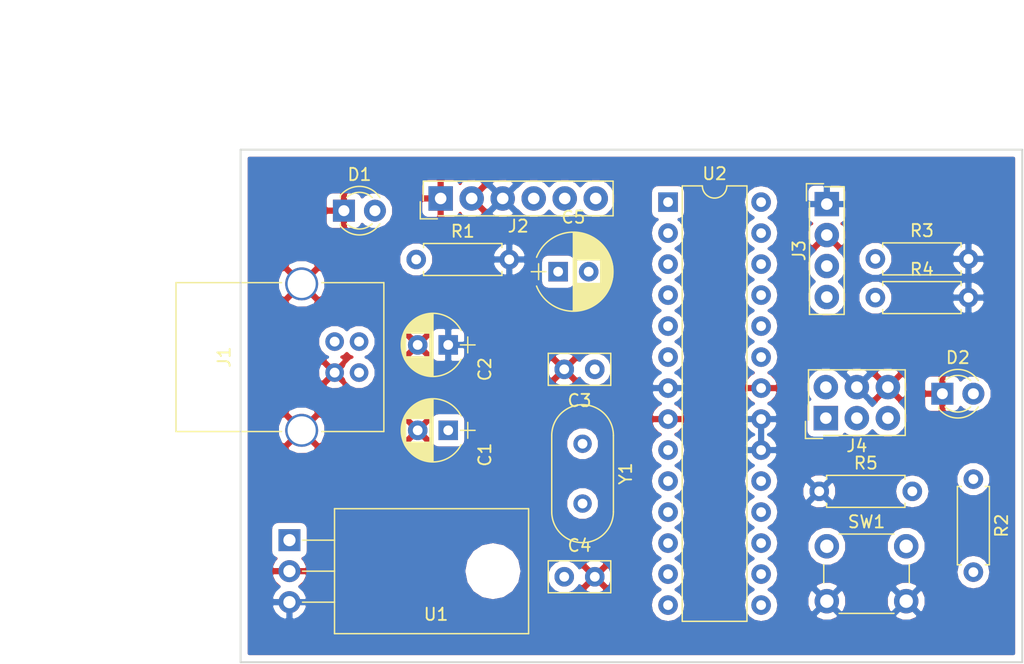
<source format=kicad_pcb>
(kicad_pcb (version 4) (host pcbnew 4.0.7)

  (general
    (links 52)
    (no_connects 24)
    (area 90.085001 86.004999 192.075001 150.075001)
    (thickness 1.6)
    (drawings 6)
    (tracks 0)
    (zones 0)
    (modules 20)
    (nets 32)
  )

  (page A4)
  (layers
    (0 F.Cu signal)
    (31 B.Cu signal)
    (33 F.Adhes user)
    (35 F.Paste user)
    (37 F.SilkS user)
    (39 F.Mask user)
    (40 Dwgs.User user)
    (41 Cmts.User user)
    (42 Eco1.User user)
    (43 Eco2.User user)
    (44 Edge.Cuts user)
    (45 Margin user)
    (47 F.CrtYd user)
    (49 F.Fab user)
  )

  (setup
    (last_trace_width 0.25)
    (trace_clearance 0.2)
    (zone_clearance 0.508)
    (zone_45_only no)
    (trace_min 0.2)
    (segment_width 0.2)
    (edge_width 0.15)
    (via_size 0.6)
    (via_drill 0.4)
    (via_min_size 0.4)
    (via_min_drill 0.3)
    (uvia_size 0.3)
    (uvia_drill 0.1)
    (uvias_allowed no)
    (uvia_min_size 0.2)
    (uvia_min_drill 0.1)
    (pcb_text_width 0.3)
    (pcb_text_size 1.5 1.5)
    (mod_edge_width 0.15)
    (mod_text_size 1 1)
    (mod_text_width 0.15)
    (pad_size 1.524 1.524)
    (pad_drill 0.762)
    (pad_to_mask_clearance 0.2)
    (aux_axis_origin 0 0)
    (visible_elements FFFFFF7F)
    (pcbplotparams
      (layerselection 0x00030_80000001)
      (usegerberextensions false)
      (excludeedgelayer true)
      (linewidth 0.100000)
      (plotframeref false)
      (viasonmask false)
      (mode 1)
      (useauxorigin false)
      (hpglpennumber 1)
      (hpglpenspeed 20)
      (hpglpendiameter 15)
      (hpglpenoverlay 2)
      (psnegative false)
      (psa4output false)
      (plotreference true)
      (plotvalue true)
      (plotinvisibletext false)
      (padsonsilk false)
      (subtractmaskfromsilk false)
      (outputformat 1)
      (mirror false)
      (drillshape 1)
      (scaleselection 1)
      (outputdirectory ""))
  )

  (net 0 "")
  (net 1 +5V)
  (net 2 GND)
  (net 3 +3V3)
  (net 4 /XTAL1)
  (net 5 /XTAL2)
  (net 6 /RST)
  (net 7 /DTR)
  (net 8 "Net-(D1-Pad2)")
  (net 9 "Net-(D2-Pad2)")
  (net 10 "Net-(J1-Pad2)")
  (net 11 "Net-(J1-Pad3)")
  (net 12 /TXD)
  (net 13 /RXD)
  (net 14 /I2C_SCL)
  (net 15 /I2C_SDA)
  (net 16 /MISO)
  (net 17 /MOSI)
  (net 18 /SCK)
  (net 19 "Net-(U2-Pad15)")
  (net 20 /~SS)
  (net 21 "Net-(U2-Pad4)")
  (net 22 "Net-(U2-Pad5)")
  (net 23 "Net-(U2-Pad6)")
  (net 24 "Net-(U2-Pad23)")
  (net 25 "Net-(U2-Pad24)")
  (net 26 "Net-(U2-Pad11)")
  (net 27 "Net-(U2-Pad25)")
  (net 28 "Net-(U2-Pad12)")
  (net 29 "Net-(U2-Pad26)")
  (net 30 "Net-(U2-Pad13)")
  (net 31 "Net-(U2-Pad14)")

  (net_class Default "This is the default net class."
    (clearance 0.2)
    (trace_width 0.25)
    (via_dia 0.6)
    (via_drill 0.4)
    (uvia_dia 0.3)
    (uvia_drill 0.1)
    (add_net +3V3)
    (add_net +5V)
    (add_net /DTR)
    (add_net /I2C_SCL)
    (add_net /I2C_SDA)
    (add_net /MISO)
    (add_net /MOSI)
    (add_net /RST)
    (add_net /RXD)
    (add_net /SCK)
    (add_net /TXD)
    (add_net /XTAL1)
    (add_net /XTAL2)
    (add_net /~SS)
    (add_net GND)
    (add_net "Net-(D1-Pad2)")
    (add_net "Net-(D2-Pad2)")
    (add_net "Net-(J1-Pad2)")
    (add_net "Net-(J1-Pad3)")
    (add_net "Net-(U2-Pad11)")
    (add_net "Net-(U2-Pad12)")
    (add_net "Net-(U2-Pad13)")
    (add_net "Net-(U2-Pad14)")
    (add_net "Net-(U2-Pad15)")
    (add_net "Net-(U2-Pad23)")
    (add_net "Net-(U2-Pad24)")
    (add_net "Net-(U2-Pad25)")
    (add_net "Net-(U2-Pad26)")
    (add_net "Net-(U2-Pad4)")
    (add_net "Net-(U2-Pad5)")
    (add_net "Net-(U2-Pad6)")
  )

  (module Capacitors_THT:CP_Radial_D5.0mm_P2.50mm (layer F.Cu) (tedit 597BC7C2) (tstamp 5B4CBFF9)
    (at 127 131 180)
    (descr "CP, Radial series, Radial, pin pitch=2.50mm, , diameter=5mm, Electrolytic Capacitor")
    (tags "CP Radial series Radial pin pitch 2.50mm  diameter 5mm Electrolytic Capacitor")
    (path /5B495600)
    (fp_text reference C1 (at -3 -2 270) (layer F.SilkS)
      (effects (font (size 1 1) (thickness 0.15)))
    )
    (fp_text value 0.47u (at -3 1 270) (layer F.Fab)
      (effects (font (size 1 1) (thickness 0.15)))
    )
    (fp_arc (start 1.25 0) (end -1.05558 -1.18) (angle 125.8) (layer F.SilkS) (width 0.12))
    (fp_arc (start 1.25 0) (end -1.05558 1.18) (angle -125.8) (layer F.SilkS) (width 0.12))
    (fp_arc (start 1.25 0) (end 3.55558 -1.18) (angle 54.2) (layer F.SilkS) (width 0.12))
    (fp_circle (center 1.25 0) (end 3.75 0) (layer F.Fab) (width 0.1))
    (fp_line (start -2.2 0) (end -1 0) (layer F.Fab) (width 0.1))
    (fp_line (start -1.6 -0.65) (end -1.6 0.65) (layer F.Fab) (width 0.1))
    (fp_line (start 1.25 -2.55) (end 1.25 2.55) (layer F.SilkS) (width 0.12))
    (fp_line (start 1.29 -2.55) (end 1.29 2.55) (layer F.SilkS) (width 0.12))
    (fp_line (start 1.33 -2.549) (end 1.33 2.549) (layer F.SilkS) (width 0.12))
    (fp_line (start 1.37 -2.548) (end 1.37 2.548) (layer F.SilkS) (width 0.12))
    (fp_line (start 1.41 -2.546) (end 1.41 2.546) (layer F.SilkS) (width 0.12))
    (fp_line (start 1.45 -2.543) (end 1.45 2.543) (layer F.SilkS) (width 0.12))
    (fp_line (start 1.49 -2.539) (end 1.49 2.539) (layer F.SilkS) (width 0.12))
    (fp_line (start 1.53 -2.535) (end 1.53 -0.98) (layer F.SilkS) (width 0.12))
    (fp_line (start 1.53 0.98) (end 1.53 2.535) (layer F.SilkS) (width 0.12))
    (fp_line (start 1.57 -2.531) (end 1.57 -0.98) (layer F.SilkS) (width 0.12))
    (fp_line (start 1.57 0.98) (end 1.57 2.531) (layer F.SilkS) (width 0.12))
    (fp_line (start 1.61 -2.525) (end 1.61 -0.98) (layer F.SilkS) (width 0.12))
    (fp_line (start 1.61 0.98) (end 1.61 2.525) (layer F.SilkS) (width 0.12))
    (fp_line (start 1.65 -2.519) (end 1.65 -0.98) (layer F.SilkS) (width 0.12))
    (fp_line (start 1.65 0.98) (end 1.65 2.519) (layer F.SilkS) (width 0.12))
    (fp_line (start 1.69 -2.513) (end 1.69 -0.98) (layer F.SilkS) (width 0.12))
    (fp_line (start 1.69 0.98) (end 1.69 2.513) (layer F.SilkS) (width 0.12))
    (fp_line (start 1.73 -2.506) (end 1.73 -0.98) (layer F.SilkS) (width 0.12))
    (fp_line (start 1.73 0.98) (end 1.73 2.506) (layer F.SilkS) (width 0.12))
    (fp_line (start 1.77 -2.498) (end 1.77 -0.98) (layer F.SilkS) (width 0.12))
    (fp_line (start 1.77 0.98) (end 1.77 2.498) (layer F.SilkS) (width 0.12))
    (fp_line (start 1.81 -2.489) (end 1.81 -0.98) (layer F.SilkS) (width 0.12))
    (fp_line (start 1.81 0.98) (end 1.81 2.489) (layer F.SilkS) (width 0.12))
    (fp_line (start 1.85 -2.48) (end 1.85 -0.98) (layer F.SilkS) (width 0.12))
    (fp_line (start 1.85 0.98) (end 1.85 2.48) (layer F.SilkS) (width 0.12))
    (fp_line (start 1.89 -2.47) (end 1.89 -0.98) (layer F.SilkS) (width 0.12))
    (fp_line (start 1.89 0.98) (end 1.89 2.47) (layer F.SilkS) (width 0.12))
    (fp_line (start 1.93 -2.46) (end 1.93 -0.98) (layer F.SilkS) (width 0.12))
    (fp_line (start 1.93 0.98) (end 1.93 2.46) (layer F.SilkS) (width 0.12))
    (fp_line (start 1.971 -2.448) (end 1.971 -0.98) (layer F.SilkS) (width 0.12))
    (fp_line (start 1.971 0.98) (end 1.971 2.448) (layer F.SilkS) (width 0.12))
    (fp_line (start 2.011 -2.436) (end 2.011 -0.98) (layer F.SilkS) (width 0.12))
    (fp_line (start 2.011 0.98) (end 2.011 2.436) (layer F.SilkS) (width 0.12))
    (fp_line (start 2.051 -2.424) (end 2.051 -0.98) (layer F.SilkS) (width 0.12))
    (fp_line (start 2.051 0.98) (end 2.051 2.424) (layer F.SilkS) (width 0.12))
    (fp_line (start 2.091 -2.41) (end 2.091 -0.98) (layer F.SilkS) (width 0.12))
    (fp_line (start 2.091 0.98) (end 2.091 2.41) (layer F.SilkS) (width 0.12))
    (fp_line (start 2.131 -2.396) (end 2.131 -0.98) (layer F.SilkS) (width 0.12))
    (fp_line (start 2.131 0.98) (end 2.131 2.396) (layer F.SilkS) (width 0.12))
    (fp_line (start 2.171 -2.382) (end 2.171 -0.98) (layer F.SilkS) (width 0.12))
    (fp_line (start 2.171 0.98) (end 2.171 2.382) (layer F.SilkS) (width 0.12))
    (fp_line (start 2.211 -2.366) (end 2.211 -0.98) (layer F.SilkS) (width 0.12))
    (fp_line (start 2.211 0.98) (end 2.211 2.366) (layer F.SilkS) (width 0.12))
    (fp_line (start 2.251 -2.35) (end 2.251 -0.98) (layer F.SilkS) (width 0.12))
    (fp_line (start 2.251 0.98) (end 2.251 2.35) (layer F.SilkS) (width 0.12))
    (fp_line (start 2.291 -2.333) (end 2.291 -0.98) (layer F.SilkS) (width 0.12))
    (fp_line (start 2.291 0.98) (end 2.291 2.333) (layer F.SilkS) (width 0.12))
    (fp_line (start 2.331 -2.315) (end 2.331 -0.98) (layer F.SilkS) (width 0.12))
    (fp_line (start 2.331 0.98) (end 2.331 2.315) (layer F.SilkS) (width 0.12))
    (fp_line (start 2.371 -2.296) (end 2.371 -0.98) (layer F.SilkS) (width 0.12))
    (fp_line (start 2.371 0.98) (end 2.371 2.296) (layer F.SilkS) (width 0.12))
    (fp_line (start 2.411 -2.276) (end 2.411 -0.98) (layer F.SilkS) (width 0.12))
    (fp_line (start 2.411 0.98) (end 2.411 2.276) (layer F.SilkS) (width 0.12))
    (fp_line (start 2.451 -2.256) (end 2.451 -0.98) (layer F.SilkS) (width 0.12))
    (fp_line (start 2.451 0.98) (end 2.451 2.256) (layer F.SilkS) (width 0.12))
    (fp_line (start 2.491 -2.234) (end 2.491 -0.98) (layer F.SilkS) (width 0.12))
    (fp_line (start 2.491 0.98) (end 2.491 2.234) (layer F.SilkS) (width 0.12))
    (fp_line (start 2.531 -2.212) (end 2.531 -0.98) (layer F.SilkS) (width 0.12))
    (fp_line (start 2.531 0.98) (end 2.531 2.212) (layer F.SilkS) (width 0.12))
    (fp_line (start 2.571 -2.189) (end 2.571 -0.98) (layer F.SilkS) (width 0.12))
    (fp_line (start 2.571 0.98) (end 2.571 2.189) (layer F.SilkS) (width 0.12))
    (fp_line (start 2.611 -2.165) (end 2.611 -0.98) (layer F.SilkS) (width 0.12))
    (fp_line (start 2.611 0.98) (end 2.611 2.165) (layer F.SilkS) (width 0.12))
    (fp_line (start 2.651 -2.14) (end 2.651 -0.98) (layer F.SilkS) (width 0.12))
    (fp_line (start 2.651 0.98) (end 2.651 2.14) (layer F.SilkS) (width 0.12))
    (fp_line (start 2.691 -2.113) (end 2.691 -0.98) (layer F.SilkS) (width 0.12))
    (fp_line (start 2.691 0.98) (end 2.691 2.113) (layer F.SilkS) (width 0.12))
    (fp_line (start 2.731 -2.086) (end 2.731 -0.98) (layer F.SilkS) (width 0.12))
    (fp_line (start 2.731 0.98) (end 2.731 2.086) (layer F.SilkS) (width 0.12))
    (fp_line (start 2.771 -2.058) (end 2.771 -0.98) (layer F.SilkS) (width 0.12))
    (fp_line (start 2.771 0.98) (end 2.771 2.058) (layer F.SilkS) (width 0.12))
    (fp_line (start 2.811 -2.028) (end 2.811 -0.98) (layer F.SilkS) (width 0.12))
    (fp_line (start 2.811 0.98) (end 2.811 2.028) (layer F.SilkS) (width 0.12))
    (fp_line (start 2.851 -1.997) (end 2.851 -0.98) (layer F.SilkS) (width 0.12))
    (fp_line (start 2.851 0.98) (end 2.851 1.997) (layer F.SilkS) (width 0.12))
    (fp_line (start 2.891 -1.965) (end 2.891 -0.98) (layer F.SilkS) (width 0.12))
    (fp_line (start 2.891 0.98) (end 2.891 1.965) (layer F.SilkS) (width 0.12))
    (fp_line (start 2.931 -1.932) (end 2.931 -0.98) (layer F.SilkS) (width 0.12))
    (fp_line (start 2.931 0.98) (end 2.931 1.932) (layer F.SilkS) (width 0.12))
    (fp_line (start 2.971 -1.897) (end 2.971 -0.98) (layer F.SilkS) (width 0.12))
    (fp_line (start 2.971 0.98) (end 2.971 1.897) (layer F.SilkS) (width 0.12))
    (fp_line (start 3.011 -1.861) (end 3.011 -0.98) (layer F.SilkS) (width 0.12))
    (fp_line (start 3.011 0.98) (end 3.011 1.861) (layer F.SilkS) (width 0.12))
    (fp_line (start 3.051 -1.823) (end 3.051 -0.98) (layer F.SilkS) (width 0.12))
    (fp_line (start 3.051 0.98) (end 3.051 1.823) (layer F.SilkS) (width 0.12))
    (fp_line (start 3.091 -1.783) (end 3.091 -0.98) (layer F.SilkS) (width 0.12))
    (fp_line (start 3.091 0.98) (end 3.091 1.783) (layer F.SilkS) (width 0.12))
    (fp_line (start 3.131 -1.742) (end 3.131 -0.98) (layer F.SilkS) (width 0.12))
    (fp_line (start 3.131 0.98) (end 3.131 1.742) (layer F.SilkS) (width 0.12))
    (fp_line (start 3.171 -1.699) (end 3.171 -0.98) (layer F.SilkS) (width 0.12))
    (fp_line (start 3.171 0.98) (end 3.171 1.699) (layer F.SilkS) (width 0.12))
    (fp_line (start 3.211 -1.654) (end 3.211 -0.98) (layer F.SilkS) (width 0.12))
    (fp_line (start 3.211 0.98) (end 3.211 1.654) (layer F.SilkS) (width 0.12))
    (fp_line (start 3.251 -1.606) (end 3.251 -0.98) (layer F.SilkS) (width 0.12))
    (fp_line (start 3.251 0.98) (end 3.251 1.606) (layer F.SilkS) (width 0.12))
    (fp_line (start 3.291 -1.556) (end 3.291 -0.98) (layer F.SilkS) (width 0.12))
    (fp_line (start 3.291 0.98) (end 3.291 1.556) (layer F.SilkS) (width 0.12))
    (fp_line (start 3.331 -1.504) (end 3.331 -0.98) (layer F.SilkS) (width 0.12))
    (fp_line (start 3.331 0.98) (end 3.331 1.504) (layer F.SilkS) (width 0.12))
    (fp_line (start 3.371 -1.448) (end 3.371 -0.98) (layer F.SilkS) (width 0.12))
    (fp_line (start 3.371 0.98) (end 3.371 1.448) (layer F.SilkS) (width 0.12))
    (fp_line (start 3.411 -1.39) (end 3.411 -0.98) (layer F.SilkS) (width 0.12))
    (fp_line (start 3.411 0.98) (end 3.411 1.39) (layer F.SilkS) (width 0.12))
    (fp_line (start 3.451 -1.327) (end 3.451 -0.98) (layer F.SilkS) (width 0.12))
    (fp_line (start 3.451 0.98) (end 3.451 1.327) (layer F.SilkS) (width 0.12))
    (fp_line (start 3.491 -1.261) (end 3.491 1.261) (layer F.SilkS) (width 0.12))
    (fp_line (start 3.531 -1.189) (end 3.531 1.189) (layer F.SilkS) (width 0.12))
    (fp_line (start 3.571 -1.112) (end 3.571 1.112) (layer F.SilkS) (width 0.12))
    (fp_line (start 3.611 -1.028) (end 3.611 1.028) (layer F.SilkS) (width 0.12))
    (fp_line (start 3.651 -0.934) (end 3.651 0.934) (layer F.SilkS) (width 0.12))
    (fp_line (start 3.691 -0.829) (end 3.691 0.829) (layer F.SilkS) (width 0.12))
    (fp_line (start 3.731 -0.707) (end 3.731 0.707) (layer F.SilkS) (width 0.12))
    (fp_line (start 3.771 -0.559) (end 3.771 0.559) (layer F.SilkS) (width 0.12))
    (fp_line (start 3.811 -0.354) (end 3.811 0.354) (layer F.SilkS) (width 0.12))
    (fp_line (start -2.2 0) (end -1 0) (layer F.SilkS) (width 0.12))
    (fp_line (start -1.6 -0.65) (end -1.6 0.65) (layer F.SilkS) (width 0.12))
    (fp_line (start -1.6 -2.85) (end -1.6 2.85) (layer F.CrtYd) (width 0.05))
    (fp_line (start -1.6 2.85) (end 4.1 2.85) (layer F.CrtYd) (width 0.05))
    (fp_line (start 4.1 2.85) (end 4.1 -2.85) (layer F.CrtYd) (width 0.05))
    (fp_line (start 4.1 -2.85) (end -1.6 -2.85) (layer F.CrtYd) (width 0.05))
    (fp_text user %R (at 1.25 0 180) (layer F.Fab)
      (effects (font (size 1 1) (thickness 0.15)))
    )
    (pad 1 thru_hole rect (at 0 0 180) (size 1.6 1.6) (drill 0.8) (layers *.Cu *.Mask)
      (net 1 +5V))
    (pad 2 thru_hole circle (at 2.5 0 180) (size 1.6 1.6) (drill 0.8) (layers *.Cu *.Mask)
      (net 2 GND))
    (model ${KISYS3DMOD}/Capacitors_THT.3dshapes/CP_Radial_D5.0mm_P2.50mm.wrl
      (at (xyz 0 0 0))
      (scale (xyz 1 1 1))
      (rotate (xyz 0 0 0))
    )
  )

  (module Capacitors_THT:CP_Radial_D5.0mm_P2.50mm (layer F.Cu) (tedit 597BC7C2) (tstamp 5B4CC07E)
    (at 127 124 180)
    (descr "CP, Radial series, Radial, pin pitch=2.50mm, , diameter=5mm, Electrolytic Capacitor")
    (tags "CP Radial series Radial pin pitch 2.50mm  diameter 5mm Electrolytic Capacitor")
    (path /5B49565C)
    (fp_text reference C2 (at -3 -2 450) (layer F.SilkS)
      (effects (font (size 1 1) (thickness 0.15)))
    )
    (fp_text value 33u (at -3 1 450) (layer F.Fab)
      (effects (font (size 1 1) (thickness 0.15)))
    )
    (fp_arc (start 1.25 0) (end -1.05558 -1.18) (angle 125.8) (layer F.SilkS) (width 0.12))
    (fp_arc (start 1.25 0) (end -1.05558 1.18) (angle -125.8) (layer F.SilkS) (width 0.12))
    (fp_arc (start 1.25 0) (end 3.55558 -1.18) (angle 54.2) (layer F.SilkS) (width 0.12))
    (fp_circle (center 1.25 0) (end 3.75 0) (layer F.Fab) (width 0.1))
    (fp_line (start -2.2 0) (end -1 0) (layer F.Fab) (width 0.1))
    (fp_line (start -1.6 -0.65) (end -1.6 0.65) (layer F.Fab) (width 0.1))
    (fp_line (start 1.25 -2.55) (end 1.25 2.55) (layer F.SilkS) (width 0.12))
    (fp_line (start 1.29 -2.55) (end 1.29 2.55) (layer F.SilkS) (width 0.12))
    (fp_line (start 1.33 -2.549) (end 1.33 2.549) (layer F.SilkS) (width 0.12))
    (fp_line (start 1.37 -2.548) (end 1.37 2.548) (layer F.SilkS) (width 0.12))
    (fp_line (start 1.41 -2.546) (end 1.41 2.546) (layer F.SilkS) (width 0.12))
    (fp_line (start 1.45 -2.543) (end 1.45 2.543) (layer F.SilkS) (width 0.12))
    (fp_line (start 1.49 -2.539) (end 1.49 2.539) (layer F.SilkS) (width 0.12))
    (fp_line (start 1.53 -2.535) (end 1.53 -0.98) (layer F.SilkS) (width 0.12))
    (fp_line (start 1.53 0.98) (end 1.53 2.535) (layer F.SilkS) (width 0.12))
    (fp_line (start 1.57 -2.531) (end 1.57 -0.98) (layer F.SilkS) (width 0.12))
    (fp_line (start 1.57 0.98) (end 1.57 2.531) (layer F.SilkS) (width 0.12))
    (fp_line (start 1.61 -2.525) (end 1.61 -0.98) (layer F.SilkS) (width 0.12))
    (fp_line (start 1.61 0.98) (end 1.61 2.525) (layer F.SilkS) (width 0.12))
    (fp_line (start 1.65 -2.519) (end 1.65 -0.98) (layer F.SilkS) (width 0.12))
    (fp_line (start 1.65 0.98) (end 1.65 2.519) (layer F.SilkS) (width 0.12))
    (fp_line (start 1.69 -2.513) (end 1.69 -0.98) (layer F.SilkS) (width 0.12))
    (fp_line (start 1.69 0.98) (end 1.69 2.513) (layer F.SilkS) (width 0.12))
    (fp_line (start 1.73 -2.506) (end 1.73 -0.98) (layer F.SilkS) (width 0.12))
    (fp_line (start 1.73 0.98) (end 1.73 2.506) (layer F.SilkS) (width 0.12))
    (fp_line (start 1.77 -2.498) (end 1.77 -0.98) (layer F.SilkS) (width 0.12))
    (fp_line (start 1.77 0.98) (end 1.77 2.498) (layer F.SilkS) (width 0.12))
    (fp_line (start 1.81 -2.489) (end 1.81 -0.98) (layer F.SilkS) (width 0.12))
    (fp_line (start 1.81 0.98) (end 1.81 2.489) (layer F.SilkS) (width 0.12))
    (fp_line (start 1.85 -2.48) (end 1.85 -0.98) (layer F.SilkS) (width 0.12))
    (fp_line (start 1.85 0.98) (end 1.85 2.48) (layer F.SilkS) (width 0.12))
    (fp_line (start 1.89 -2.47) (end 1.89 -0.98) (layer F.SilkS) (width 0.12))
    (fp_line (start 1.89 0.98) (end 1.89 2.47) (layer F.SilkS) (width 0.12))
    (fp_line (start 1.93 -2.46) (end 1.93 -0.98) (layer F.SilkS) (width 0.12))
    (fp_line (start 1.93 0.98) (end 1.93 2.46) (layer F.SilkS) (width 0.12))
    (fp_line (start 1.971 -2.448) (end 1.971 -0.98) (layer F.SilkS) (width 0.12))
    (fp_line (start 1.971 0.98) (end 1.971 2.448) (layer F.SilkS) (width 0.12))
    (fp_line (start 2.011 -2.436) (end 2.011 -0.98) (layer F.SilkS) (width 0.12))
    (fp_line (start 2.011 0.98) (end 2.011 2.436) (layer F.SilkS) (width 0.12))
    (fp_line (start 2.051 -2.424) (end 2.051 -0.98) (layer F.SilkS) (width 0.12))
    (fp_line (start 2.051 0.98) (end 2.051 2.424) (layer F.SilkS) (width 0.12))
    (fp_line (start 2.091 -2.41) (end 2.091 -0.98) (layer F.SilkS) (width 0.12))
    (fp_line (start 2.091 0.98) (end 2.091 2.41) (layer F.SilkS) (width 0.12))
    (fp_line (start 2.131 -2.396) (end 2.131 -0.98) (layer F.SilkS) (width 0.12))
    (fp_line (start 2.131 0.98) (end 2.131 2.396) (layer F.SilkS) (width 0.12))
    (fp_line (start 2.171 -2.382) (end 2.171 -0.98) (layer F.SilkS) (width 0.12))
    (fp_line (start 2.171 0.98) (end 2.171 2.382) (layer F.SilkS) (width 0.12))
    (fp_line (start 2.211 -2.366) (end 2.211 -0.98) (layer F.SilkS) (width 0.12))
    (fp_line (start 2.211 0.98) (end 2.211 2.366) (layer F.SilkS) (width 0.12))
    (fp_line (start 2.251 -2.35) (end 2.251 -0.98) (layer F.SilkS) (width 0.12))
    (fp_line (start 2.251 0.98) (end 2.251 2.35) (layer F.SilkS) (width 0.12))
    (fp_line (start 2.291 -2.333) (end 2.291 -0.98) (layer F.SilkS) (width 0.12))
    (fp_line (start 2.291 0.98) (end 2.291 2.333) (layer F.SilkS) (width 0.12))
    (fp_line (start 2.331 -2.315) (end 2.331 -0.98) (layer F.SilkS) (width 0.12))
    (fp_line (start 2.331 0.98) (end 2.331 2.315) (layer F.SilkS) (width 0.12))
    (fp_line (start 2.371 -2.296) (end 2.371 -0.98) (layer F.SilkS) (width 0.12))
    (fp_line (start 2.371 0.98) (end 2.371 2.296) (layer F.SilkS) (width 0.12))
    (fp_line (start 2.411 -2.276) (end 2.411 -0.98) (layer F.SilkS) (width 0.12))
    (fp_line (start 2.411 0.98) (end 2.411 2.276) (layer F.SilkS) (width 0.12))
    (fp_line (start 2.451 -2.256) (end 2.451 -0.98) (layer F.SilkS) (width 0.12))
    (fp_line (start 2.451 0.98) (end 2.451 2.256) (layer F.SilkS) (width 0.12))
    (fp_line (start 2.491 -2.234) (end 2.491 -0.98) (layer F.SilkS) (width 0.12))
    (fp_line (start 2.491 0.98) (end 2.491 2.234) (layer F.SilkS) (width 0.12))
    (fp_line (start 2.531 -2.212) (end 2.531 -0.98) (layer F.SilkS) (width 0.12))
    (fp_line (start 2.531 0.98) (end 2.531 2.212) (layer F.SilkS) (width 0.12))
    (fp_line (start 2.571 -2.189) (end 2.571 -0.98) (layer F.SilkS) (width 0.12))
    (fp_line (start 2.571 0.98) (end 2.571 2.189) (layer F.SilkS) (width 0.12))
    (fp_line (start 2.611 -2.165) (end 2.611 -0.98) (layer F.SilkS) (width 0.12))
    (fp_line (start 2.611 0.98) (end 2.611 2.165) (layer F.SilkS) (width 0.12))
    (fp_line (start 2.651 -2.14) (end 2.651 -0.98) (layer F.SilkS) (width 0.12))
    (fp_line (start 2.651 0.98) (end 2.651 2.14) (layer F.SilkS) (width 0.12))
    (fp_line (start 2.691 -2.113) (end 2.691 -0.98) (layer F.SilkS) (width 0.12))
    (fp_line (start 2.691 0.98) (end 2.691 2.113) (layer F.SilkS) (width 0.12))
    (fp_line (start 2.731 -2.086) (end 2.731 -0.98) (layer F.SilkS) (width 0.12))
    (fp_line (start 2.731 0.98) (end 2.731 2.086) (layer F.SilkS) (width 0.12))
    (fp_line (start 2.771 -2.058) (end 2.771 -0.98) (layer F.SilkS) (width 0.12))
    (fp_line (start 2.771 0.98) (end 2.771 2.058) (layer F.SilkS) (width 0.12))
    (fp_line (start 2.811 -2.028) (end 2.811 -0.98) (layer F.SilkS) (width 0.12))
    (fp_line (start 2.811 0.98) (end 2.811 2.028) (layer F.SilkS) (width 0.12))
    (fp_line (start 2.851 -1.997) (end 2.851 -0.98) (layer F.SilkS) (width 0.12))
    (fp_line (start 2.851 0.98) (end 2.851 1.997) (layer F.SilkS) (width 0.12))
    (fp_line (start 2.891 -1.965) (end 2.891 -0.98) (layer F.SilkS) (width 0.12))
    (fp_line (start 2.891 0.98) (end 2.891 1.965) (layer F.SilkS) (width 0.12))
    (fp_line (start 2.931 -1.932) (end 2.931 -0.98) (layer F.SilkS) (width 0.12))
    (fp_line (start 2.931 0.98) (end 2.931 1.932) (layer F.SilkS) (width 0.12))
    (fp_line (start 2.971 -1.897) (end 2.971 -0.98) (layer F.SilkS) (width 0.12))
    (fp_line (start 2.971 0.98) (end 2.971 1.897) (layer F.SilkS) (width 0.12))
    (fp_line (start 3.011 -1.861) (end 3.011 -0.98) (layer F.SilkS) (width 0.12))
    (fp_line (start 3.011 0.98) (end 3.011 1.861) (layer F.SilkS) (width 0.12))
    (fp_line (start 3.051 -1.823) (end 3.051 -0.98) (layer F.SilkS) (width 0.12))
    (fp_line (start 3.051 0.98) (end 3.051 1.823) (layer F.SilkS) (width 0.12))
    (fp_line (start 3.091 -1.783) (end 3.091 -0.98) (layer F.SilkS) (width 0.12))
    (fp_line (start 3.091 0.98) (end 3.091 1.783) (layer F.SilkS) (width 0.12))
    (fp_line (start 3.131 -1.742) (end 3.131 -0.98) (layer F.SilkS) (width 0.12))
    (fp_line (start 3.131 0.98) (end 3.131 1.742) (layer F.SilkS) (width 0.12))
    (fp_line (start 3.171 -1.699) (end 3.171 -0.98) (layer F.SilkS) (width 0.12))
    (fp_line (start 3.171 0.98) (end 3.171 1.699) (layer F.SilkS) (width 0.12))
    (fp_line (start 3.211 -1.654) (end 3.211 -0.98) (layer F.SilkS) (width 0.12))
    (fp_line (start 3.211 0.98) (end 3.211 1.654) (layer F.SilkS) (width 0.12))
    (fp_line (start 3.251 -1.606) (end 3.251 -0.98) (layer F.SilkS) (width 0.12))
    (fp_line (start 3.251 0.98) (end 3.251 1.606) (layer F.SilkS) (width 0.12))
    (fp_line (start 3.291 -1.556) (end 3.291 -0.98) (layer F.SilkS) (width 0.12))
    (fp_line (start 3.291 0.98) (end 3.291 1.556) (layer F.SilkS) (width 0.12))
    (fp_line (start 3.331 -1.504) (end 3.331 -0.98) (layer F.SilkS) (width 0.12))
    (fp_line (start 3.331 0.98) (end 3.331 1.504) (layer F.SilkS) (width 0.12))
    (fp_line (start 3.371 -1.448) (end 3.371 -0.98) (layer F.SilkS) (width 0.12))
    (fp_line (start 3.371 0.98) (end 3.371 1.448) (layer F.SilkS) (width 0.12))
    (fp_line (start 3.411 -1.39) (end 3.411 -0.98) (layer F.SilkS) (width 0.12))
    (fp_line (start 3.411 0.98) (end 3.411 1.39) (layer F.SilkS) (width 0.12))
    (fp_line (start 3.451 -1.327) (end 3.451 -0.98) (layer F.SilkS) (width 0.12))
    (fp_line (start 3.451 0.98) (end 3.451 1.327) (layer F.SilkS) (width 0.12))
    (fp_line (start 3.491 -1.261) (end 3.491 1.261) (layer F.SilkS) (width 0.12))
    (fp_line (start 3.531 -1.189) (end 3.531 1.189) (layer F.SilkS) (width 0.12))
    (fp_line (start 3.571 -1.112) (end 3.571 1.112) (layer F.SilkS) (width 0.12))
    (fp_line (start 3.611 -1.028) (end 3.611 1.028) (layer F.SilkS) (width 0.12))
    (fp_line (start 3.651 -0.934) (end 3.651 0.934) (layer F.SilkS) (width 0.12))
    (fp_line (start 3.691 -0.829) (end 3.691 0.829) (layer F.SilkS) (width 0.12))
    (fp_line (start 3.731 -0.707) (end 3.731 0.707) (layer F.SilkS) (width 0.12))
    (fp_line (start 3.771 -0.559) (end 3.771 0.559) (layer F.SilkS) (width 0.12))
    (fp_line (start 3.811 -0.354) (end 3.811 0.354) (layer F.SilkS) (width 0.12))
    (fp_line (start -2.2 0) (end -1 0) (layer F.SilkS) (width 0.12))
    (fp_line (start -1.6 -0.65) (end -1.6 0.65) (layer F.SilkS) (width 0.12))
    (fp_line (start -1.6 -2.85) (end -1.6 2.85) (layer F.CrtYd) (width 0.05))
    (fp_line (start -1.6 2.85) (end 4.1 2.85) (layer F.CrtYd) (width 0.05))
    (fp_line (start 4.1 2.85) (end 4.1 -2.85) (layer F.CrtYd) (width 0.05))
    (fp_line (start 4.1 -2.85) (end -1.6 -2.85) (layer F.CrtYd) (width 0.05))
    (fp_text user %R (at 1.25 0 180) (layer F.Fab)
      (effects (font (size 1 1) (thickness 0.15)))
    )
    (pad 1 thru_hole rect (at 0 0 180) (size 1.6 1.6) (drill 0.8) (layers *.Cu *.Mask)
      (net 3 +3V3))
    (pad 2 thru_hole circle (at 2.5 0 180) (size 1.6 1.6) (drill 0.8) (layers *.Cu *.Mask)
      (net 2 GND))
    (model ${KISYS3DMOD}/Capacitors_THT.3dshapes/CP_Radial_D5.0mm_P2.50mm.wrl
      (at (xyz 0 0 0))
      (scale (xyz 1 1 1))
      (rotate (xyz 0 0 0))
    )
  )

  (module Capacitors_THT:C_Disc_D5.0mm_W2.5mm_P2.50mm (layer F.Cu) (tedit 597BC7C2) (tstamp 5B4CC091)
    (at 139 126 180)
    (descr "C, Disc series, Radial, pin pitch=2.50mm, , diameter*width=5*2.5mm^2, Capacitor, http://cdn-reichelt.de/documents/datenblatt/B300/DS_KERKO_TC.pdf")
    (tags "C Disc series Radial pin pitch 2.50mm  diameter 5mm width 2.5mm Capacitor")
    (path /5B48E8A8)
    (fp_text reference C3 (at 1.25 -2.56 180) (layer F.SilkS)
      (effects (font (size 1 1) (thickness 0.15)))
    )
    (fp_text value 22p (at 1.25 2.56 180) (layer F.Fab)
      (effects (font (size 1 1) (thickness 0.15)))
    )
    (fp_line (start -1.25 -1.25) (end -1.25 1.25) (layer F.Fab) (width 0.1))
    (fp_line (start -1.25 1.25) (end 3.75 1.25) (layer F.Fab) (width 0.1))
    (fp_line (start 3.75 1.25) (end 3.75 -1.25) (layer F.Fab) (width 0.1))
    (fp_line (start 3.75 -1.25) (end -1.25 -1.25) (layer F.Fab) (width 0.1))
    (fp_line (start -1.31 -1.31) (end 3.81 -1.31) (layer F.SilkS) (width 0.12))
    (fp_line (start -1.31 1.31) (end 3.81 1.31) (layer F.SilkS) (width 0.12))
    (fp_line (start -1.31 -1.31) (end -1.31 1.31) (layer F.SilkS) (width 0.12))
    (fp_line (start 3.81 -1.31) (end 3.81 1.31) (layer F.SilkS) (width 0.12))
    (fp_line (start -1.6 -1.6) (end -1.6 1.6) (layer F.CrtYd) (width 0.05))
    (fp_line (start -1.6 1.6) (end 4.1 1.6) (layer F.CrtYd) (width 0.05))
    (fp_line (start 4.1 1.6) (end 4.1 -1.6) (layer F.CrtYd) (width 0.05))
    (fp_line (start 4.1 -1.6) (end -1.6 -1.6) (layer F.CrtYd) (width 0.05))
    (fp_text user %R (at 1.25 0 180) (layer F.Fab)
      (effects (font (size 1 1) (thickness 0.15)))
    )
    (pad 1 thru_hole circle (at 0 0 180) (size 1.6 1.6) (drill 0.8) (layers *.Cu *.Mask)
      (net 4 /XTAL1))
    (pad 2 thru_hole circle (at 2.5 0 180) (size 1.6 1.6) (drill 0.8) (layers *.Cu *.Mask)
      (net 2 GND))
    (model ${KISYS3DMOD}/Capacitors_THT.3dshapes/C_Disc_D5.0mm_W2.5mm_P2.50mm.wrl
      (at (xyz 0 0 0))
      (scale (xyz 1 1 1))
      (rotate (xyz 0 0 0))
    )
  )

  (module Capacitors_THT:C_Disc_D5.0mm_W2.5mm_P2.50mm (layer F.Cu) (tedit 597BC7C2) (tstamp 5B4CC0A4)
    (at 136.5 143)
    (descr "C, Disc series, Radial, pin pitch=2.50mm, , diameter*width=5*2.5mm^2, Capacitor, http://cdn-reichelt.de/documents/datenblatt/B300/DS_KERKO_TC.pdf")
    (tags "C Disc series Radial pin pitch 2.50mm  diameter 5mm width 2.5mm Capacitor")
    (path /5B48E915)
    (fp_text reference C4 (at 1.25 -2.56) (layer F.SilkS)
      (effects (font (size 1 1) (thickness 0.15)))
    )
    (fp_text value 22p (at 1.25 2.56) (layer F.Fab)
      (effects (font (size 1 1) (thickness 0.15)))
    )
    (fp_line (start -1.25 -1.25) (end -1.25 1.25) (layer F.Fab) (width 0.1))
    (fp_line (start -1.25 1.25) (end 3.75 1.25) (layer F.Fab) (width 0.1))
    (fp_line (start 3.75 1.25) (end 3.75 -1.25) (layer F.Fab) (width 0.1))
    (fp_line (start 3.75 -1.25) (end -1.25 -1.25) (layer F.Fab) (width 0.1))
    (fp_line (start -1.31 -1.31) (end 3.81 -1.31) (layer F.SilkS) (width 0.12))
    (fp_line (start -1.31 1.31) (end 3.81 1.31) (layer F.SilkS) (width 0.12))
    (fp_line (start -1.31 -1.31) (end -1.31 1.31) (layer F.SilkS) (width 0.12))
    (fp_line (start 3.81 -1.31) (end 3.81 1.31) (layer F.SilkS) (width 0.12))
    (fp_line (start -1.6 -1.6) (end -1.6 1.6) (layer F.CrtYd) (width 0.05))
    (fp_line (start -1.6 1.6) (end 4.1 1.6) (layer F.CrtYd) (width 0.05))
    (fp_line (start 4.1 1.6) (end 4.1 -1.6) (layer F.CrtYd) (width 0.05))
    (fp_line (start 4.1 -1.6) (end -1.6 -1.6) (layer F.CrtYd) (width 0.05))
    (fp_text user %R (at 1.25 0) (layer F.Fab)
      (effects (font (size 1 1) (thickness 0.15)))
    )
    (pad 1 thru_hole circle (at 0 0) (size 1.6 1.6) (drill 0.8) (layers *.Cu *.Mask)
      (net 5 /XTAL2))
    (pad 2 thru_hole circle (at 2.5 0) (size 1.6 1.6) (drill 0.8) (layers *.Cu *.Mask)
      (net 2 GND))
    (model ${KISYS3DMOD}/Capacitors_THT.3dshapes/C_Disc_D5.0mm_W2.5mm_P2.50mm.wrl
      (at (xyz 0 0 0))
      (scale (xyz 1 1 1))
      (rotate (xyz 0 0 0))
    )
  )

  (module Capacitors_THT:CP_Radial_D6.3mm_P2.50mm (layer F.Cu) (tedit 597BC7C2) (tstamp 5B4CC139)
    (at 136 118)
    (descr "CP, Radial series, Radial, pin pitch=2.50mm, , diameter=6.3mm, Electrolytic Capacitor")
    (tags "CP Radial series Radial pin pitch 2.50mm  diameter 6.3mm Electrolytic Capacitor")
    (path /5B49223C)
    (fp_text reference C5 (at 1.25 -4.46) (layer F.SilkS)
      (effects (font (size 1 1) (thickness 0.15)))
    )
    (fp_text value 100n (at 1.25 4.46) (layer F.Fab)
      (effects (font (size 1 1) (thickness 0.15)))
    )
    (fp_arc (start 1.25 0) (end -1.767482 -1.18) (angle 137.3) (layer F.SilkS) (width 0.12))
    (fp_arc (start 1.25 0) (end -1.767482 1.18) (angle -137.3) (layer F.SilkS) (width 0.12))
    (fp_arc (start 1.25 0) (end 4.267482 -1.18) (angle 42.7) (layer F.SilkS) (width 0.12))
    (fp_circle (center 1.25 0) (end 4.4 0) (layer F.Fab) (width 0.1))
    (fp_line (start -2.2 0) (end -1 0) (layer F.Fab) (width 0.1))
    (fp_line (start -1.6 -0.65) (end -1.6 0.65) (layer F.Fab) (width 0.1))
    (fp_line (start 1.25 -3.2) (end 1.25 3.2) (layer F.SilkS) (width 0.12))
    (fp_line (start 1.29 -3.2) (end 1.29 3.2) (layer F.SilkS) (width 0.12))
    (fp_line (start 1.33 -3.2) (end 1.33 3.2) (layer F.SilkS) (width 0.12))
    (fp_line (start 1.37 -3.198) (end 1.37 3.198) (layer F.SilkS) (width 0.12))
    (fp_line (start 1.41 -3.197) (end 1.41 3.197) (layer F.SilkS) (width 0.12))
    (fp_line (start 1.45 -3.194) (end 1.45 3.194) (layer F.SilkS) (width 0.12))
    (fp_line (start 1.49 -3.192) (end 1.49 3.192) (layer F.SilkS) (width 0.12))
    (fp_line (start 1.53 -3.188) (end 1.53 -0.98) (layer F.SilkS) (width 0.12))
    (fp_line (start 1.53 0.98) (end 1.53 3.188) (layer F.SilkS) (width 0.12))
    (fp_line (start 1.57 -3.185) (end 1.57 -0.98) (layer F.SilkS) (width 0.12))
    (fp_line (start 1.57 0.98) (end 1.57 3.185) (layer F.SilkS) (width 0.12))
    (fp_line (start 1.61 -3.18) (end 1.61 -0.98) (layer F.SilkS) (width 0.12))
    (fp_line (start 1.61 0.98) (end 1.61 3.18) (layer F.SilkS) (width 0.12))
    (fp_line (start 1.65 -3.176) (end 1.65 -0.98) (layer F.SilkS) (width 0.12))
    (fp_line (start 1.65 0.98) (end 1.65 3.176) (layer F.SilkS) (width 0.12))
    (fp_line (start 1.69 -3.17) (end 1.69 -0.98) (layer F.SilkS) (width 0.12))
    (fp_line (start 1.69 0.98) (end 1.69 3.17) (layer F.SilkS) (width 0.12))
    (fp_line (start 1.73 -3.165) (end 1.73 -0.98) (layer F.SilkS) (width 0.12))
    (fp_line (start 1.73 0.98) (end 1.73 3.165) (layer F.SilkS) (width 0.12))
    (fp_line (start 1.77 -3.158) (end 1.77 -0.98) (layer F.SilkS) (width 0.12))
    (fp_line (start 1.77 0.98) (end 1.77 3.158) (layer F.SilkS) (width 0.12))
    (fp_line (start 1.81 -3.152) (end 1.81 -0.98) (layer F.SilkS) (width 0.12))
    (fp_line (start 1.81 0.98) (end 1.81 3.152) (layer F.SilkS) (width 0.12))
    (fp_line (start 1.85 -3.144) (end 1.85 -0.98) (layer F.SilkS) (width 0.12))
    (fp_line (start 1.85 0.98) (end 1.85 3.144) (layer F.SilkS) (width 0.12))
    (fp_line (start 1.89 -3.137) (end 1.89 -0.98) (layer F.SilkS) (width 0.12))
    (fp_line (start 1.89 0.98) (end 1.89 3.137) (layer F.SilkS) (width 0.12))
    (fp_line (start 1.93 -3.128) (end 1.93 -0.98) (layer F.SilkS) (width 0.12))
    (fp_line (start 1.93 0.98) (end 1.93 3.128) (layer F.SilkS) (width 0.12))
    (fp_line (start 1.971 -3.119) (end 1.971 -0.98) (layer F.SilkS) (width 0.12))
    (fp_line (start 1.971 0.98) (end 1.971 3.119) (layer F.SilkS) (width 0.12))
    (fp_line (start 2.011 -3.11) (end 2.011 -0.98) (layer F.SilkS) (width 0.12))
    (fp_line (start 2.011 0.98) (end 2.011 3.11) (layer F.SilkS) (width 0.12))
    (fp_line (start 2.051 -3.1) (end 2.051 -0.98) (layer F.SilkS) (width 0.12))
    (fp_line (start 2.051 0.98) (end 2.051 3.1) (layer F.SilkS) (width 0.12))
    (fp_line (start 2.091 -3.09) (end 2.091 -0.98) (layer F.SilkS) (width 0.12))
    (fp_line (start 2.091 0.98) (end 2.091 3.09) (layer F.SilkS) (width 0.12))
    (fp_line (start 2.131 -3.079) (end 2.131 -0.98) (layer F.SilkS) (width 0.12))
    (fp_line (start 2.131 0.98) (end 2.131 3.079) (layer F.SilkS) (width 0.12))
    (fp_line (start 2.171 -3.067) (end 2.171 -0.98) (layer F.SilkS) (width 0.12))
    (fp_line (start 2.171 0.98) (end 2.171 3.067) (layer F.SilkS) (width 0.12))
    (fp_line (start 2.211 -3.055) (end 2.211 -0.98) (layer F.SilkS) (width 0.12))
    (fp_line (start 2.211 0.98) (end 2.211 3.055) (layer F.SilkS) (width 0.12))
    (fp_line (start 2.251 -3.042) (end 2.251 -0.98) (layer F.SilkS) (width 0.12))
    (fp_line (start 2.251 0.98) (end 2.251 3.042) (layer F.SilkS) (width 0.12))
    (fp_line (start 2.291 -3.029) (end 2.291 -0.98) (layer F.SilkS) (width 0.12))
    (fp_line (start 2.291 0.98) (end 2.291 3.029) (layer F.SilkS) (width 0.12))
    (fp_line (start 2.331 -3.015) (end 2.331 -0.98) (layer F.SilkS) (width 0.12))
    (fp_line (start 2.331 0.98) (end 2.331 3.015) (layer F.SilkS) (width 0.12))
    (fp_line (start 2.371 -3.001) (end 2.371 -0.98) (layer F.SilkS) (width 0.12))
    (fp_line (start 2.371 0.98) (end 2.371 3.001) (layer F.SilkS) (width 0.12))
    (fp_line (start 2.411 -2.986) (end 2.411 -0.98) (layer F.SilkS) (width 0.12))
    (fp_line (start 2.411 0.98) (end 2.411 2.986) (layer F.SilkS) (width 0.12))
    (fp_line (start 2.451 -2.97) (end 2.451 -0.98) (layer F.SilkS) (width 0.12))
    (fp_line (start 2.451 0.98) (end 2.451 2.97) (layer F.SilkS) (width 0.12))
    (fp_line (start 2.491 -2.954) (end 2.491 -0.98) (layer F.SilkS) (width 0.12))
    (fp_line (start 2.491 0.98) (end 2.491 2.954) (layer F.SilkS) (width 0.12))
    (fp_line (start 2.531 -2.937) (end 2.531 -0.98) (layer F.SilkS) (width 0.12))
    (fp_line (start 2.531 0.98) (end 2.531 2.937) (layer F.SilkS) (width 0.12))
    (fp_line (start 2.571 -2.919) (end 2.571 -0.98) (layer F.SilkS) (width 0.12))
    (fp_line (start 2.571 0.98) (end 2.571 2.919) (layer F.SilkS) (width 0.12))
    (fp_line (start 2.611 -2.901) (end 2.611 -0.98) (layer F.SilkS) (width 0.12))
    (fp_line (start 2.611 0.98) (end 2.611 2.901) (layer F.SilkS) (width 0.12))
    (fp_line (start 2.651 -2.882) (end 2.651 -0.98) (layer F.SilkS) (width 0.12))
    (fp_line (start 2.651 0.98) (end 2.651 2.882) (layer F.SilkS) (width 0.12))
    (fp_line (start 2.691 -2.863) (end 2.691 -0.98) (layer F.SilkS) (width 0.12))
    (fp_line (start 2.691 0.98) (end 2.691 2.863) (layer F.SilkS) (width 0.12))
    (fp_line (start 2.731 -2.843) (end 2.731 -0.98) (layer F.SilkS) (width 0.12))
    (fp_line (start 2.731 0.98) (end 2.731 2.843) (layer F.SilkS) (width 0.12))
    (fp_line (start 2.771 -2.822) (end 2.771 -0.98) (layer F.SilkS) (width 0.12))
    (fp_line (start 2.771 0.98) (end 2.771 2.822) (layer F.SilkS) (width 0.12))
    (fp_line (start 2.811 -2.8) (end 2.811 -0.98) (layer F.SilkS) (width 0.12))
    (fp_line (start 2.811 0.98) (end 2.811 2.8) (layer F.SilkS) (width 0.12))
    (fp_line (start 2.851 -2.778) (end 2.851 -0.98) (layer F.SilkS) (width 0.12))
    (fp_line (start 2.851 0.98) (end 2.851 2.778) (layer F.SilkS) (width 0.12))
    (fp_line (start 2.891 -2.755) (end 2.891 -0.98) (layer F.SilkS) (width 0.12))
    (fp_line (start 2.891 0.98) (end 2.891 2.755) (layer F.SilkS) (width 0.12))
    (fp_line (start 2.931 -2.731) (end 2.931 -0.98) (layer F.SilkS) (width 0.12))
    (fp_line (start 2.931 0.98) (end 2.931 2.731) (layer F.SilkS) (width 0.12))
    (fp_line (start 2.971 -2.706) (end 2.971 -0.98) (layer F.SilkS) (width 0.12))
    (fp_line (start 2.971 0.98) (end 2.971 2.706) (layer F.SilkS) (width 0.12))
    (fp_line (start 3.011 -2.681) (end 3.011 -0.98) (layer F.SilkS) (width 0.12))
    (fp_line (start 3.011 0.98) (end 3.011 2.681) (layer F.SilkS) (width 0.12))
    (fp_line (start 3.051 -2.654) (end 3.051 -0.98) (layer F.SilkS) (width 0.12))
    (fp_line (start 3.051 0.98) (end 3.051 2.654) (layer F.SilkS) (width 0.12))
    (fp_line (start 3.091 -2.627) (end 3.091 -0.98) (layer F.SilkS) (width 0.12))
    (fp_line (start 3.091 0.98) (end 3.091 2.627) (layer F.SilkS) (width 0.12))
    (fp_line (start 3.131 -2.599) (end 3.131 -0.98) (layer F.SilkS) (width 0.12))
    (fp_line (start 3.131 0.98) (end 3.131 2.599) (layer F.SilkS) (width 0.12))
    (fp_line (start 3.171 -2.57) (end 3.171 -0.98) (layer F.SilkS) (width 0.12))
    (fp_line (start 3.171 0.98) (end 3.171 2.57) (layer F.SilkS) (width 0.12))
    (fp_line (start 3.211 -2.54) (end 3.211 -0.98) (layer F.SilkS) (width 0.12))
    (fp_line (start 3.211 0.98) (end 3.211 2.54) (layer F.SilkS) (width 0.12))
    (fp_line (start 3.251 -2.51) (end 3.251 -0.98) (layer F.SilkS) (width 0.12))
    (fp_line (start 3.251 0.98) (end 3.251 2.51) (layer F.SilkS) (width 0.12))
    (fp_line (start 3.291 -2.478) (end 3.291 -0.98) (layer F.SilkS) (width 0.12))
    (fp_line (start 3.291 0.98) (end 3.291 2.478) (layer F.SilkS) (width 0.12))
    (fp_line (start 3.331 -2.445) (end 3.331 -0.98) (layer F.SilkS) (width 0.12))
    (fp_line (start 3.331 0.98) (end 3.331 2.445) (layer F.SilkS) (width 0.12))
    (fp_line (start 3.371 -2.411) (end 3.371 -0.98) (layer F.SilkS) (width 0.12))
    (fp_line (start 3.371 0.98) (end 3.371 2.411) (layer F.SilkS) (width 0.12))
    (fp_line (start 3.411 -2.375) (end 3.411 -0.98) (layer F.SilkS) (width 0.12))
    (fp_line (start 3.411 0.98) (end 3.411 2.375) (layer F.SilkS) (width 0.12))
    (fp_line (start 3.451 -2.339) (end 3.451 -0.98) (layer F.SilkS) (width 0.12))
    (fp_line (start 3.451 0.98) (end 3.451 2.339) (layer F.SilkS) (width 0.12))
    (fp_line (start 3.491 -2.301) (end 3.491 2.301) (layer F.SilkS) (width 0.12))
    (fp_line (start 3.531 -2.262) (end 3.531 2.262) (layer F.SilkS) (width 0.12))
    (fp_line (start 3.571 -2.222) (end 3.571 2.222) (layer F.SilkS) (width 0.12))
    (fp_line (start 3.611 -2.18) (end 3.611 2.18) (layer F.SilkS) (width 0.12))
    (fp_line (start 3.651 -2.137) (end 3.651 2.137) (layer F.SilkS) (width 0.12))
    (fp_line (start 3.691 -2.092) (end 3.691 2.092) (layer F.SilkS) (width 0.12))
    (fp_line (start 3.731 -2.045) (end 3.731 2.045) (layer F.SilkS) (width 0.12))
    (fp_line (start 3.771 -1.997) (end 3.771 1.997) (layer F.SilkS) (width 0.12))
    (fp_line (start 3.811 -1.946) (end 3.811 1.946) (layer F.SilkS) (width 0.12))
    (fp_line (start 3.851 -1.894) (end 3.851 1.894) (layer F.SilkS) (width 0.12))
    (fp_line (start 3.891 -1.839) (end 3.891 1.839) (layer F.SilkS) (width 0.12))
    (fp_line (start 3.931 -1.781) (end 3.931 1.781) (layer F.SilkS) (width 0.12))
    (fp_line (start 3.971 -1.721) (end 3.971 1.721) (layer F.SilkS) (width 0.12))
    (fp_line (start 4.011 -1.658) (end 4.011 1.658) (layer F.SilkS) (width 0.12))
    (fp_line (start 4.051 -1.591) (end 4.051 1.591) (layer F.SilkS) (width 0.12))
    (fp_line (start 4.091 -1.52) (end 4.091 1.52) (layer F.SilkS) (width 0.12))
    (fp_line (start 4.131 -1.445) (end 4.131 1.445) (layer F.SilkS) (width 0.12))
    (fp_line (start 4.171 -1.364) (end 4.171 1.364) (layer F.SilkS) (width 0.12))
    (fp_line (start 4.211 -1.278) (end 4.211 1.278) (layer F.SilkS) (width 0.12))
    (fp_line (start 4.251 -1.184) (end 4.251 1.184) (layer F.SilkS) (width 0.12))
    (fp_line (start 4.291 -1.081) (end 4.291 1.081) (layer F.SilkS) (width 0.12))
    (fp_line (start 4.331 -0.966) (end 4.331 0.966) (layer F.SilkS) (width 0.12))
    (fp_line (start 4.371 -0.834) (end 4.371 0.834) (layer F.SilkS) (width 0.12))
    (fp_line (start 4.411 -0.676) (end 4.411 0.676) (layer F.SilkS) (width 0.12))
    (fp_line (start 4.451 -0.468) (end 4.451 0.468) (layer F.SilkS) (width 0.12))
    (fp_line (start -2.2 0) (end -1 0) (layer F.SilkS) (width 0.12))
    (fp_line (start -1.6 -0.65) (end -1.6 0.65) (layer F.SilkS) (width 0.12))
    (fp_line (start -2.25 -3.5) (end -2.25 3.5) (layer F.CrtYd) (width 0.05))
    (fp_line (start -2.25 3.5) (end 4.75 3.5) (layer F.CrtYd) (width 0.05))
    (fp_line (start 4.75 3.5) (end 4.75 -3.5) (layer F.CrtYd) (width 0.05))
    (fp_line (start 4.75 -3.5) (end -2.25 -3.5) (layer F.CrtYd) (width 0.05))
    (fp_text user %R (at 1.25 0) (layer F.Fab)
      (effects (font (size 1 1) (thickness 0.15)))
    )
    (pad 1 thru_hole rect (at 0 0) (size 1.6 1.6) (drill 0.8) (layers *.Cu *.Mask)
      (net 6 /RST))
    (pad 2 thru_hole circle (at 2.5 0) (size 1.6 1.6) (drill 0.8) (layers *.Cu *.Mask)
      (net 7 /DTR))
    (model ${KISYS3DMOD}/Capacitors_THT.3dshapes/CP_Radial_D6.3mm_P2.50mm.wrl
      (at (xyz 0 0 0))
      (scale (xyz 1 1 1))
      (rotate (xyz 0 0 0))
    )
  )

  (module LEDs:LED_D3.0mm (layer F.Cu) (tedit 587A3A7B) (tstamp 5B4CC13F)
    (at 118.46 113)
    (descr "LED, diameter 3.0mm, 2 pins")
    (tags "LED diameter 3.0mm 2 pins")
    (path /5B48E514)
    (fp_text reference D1 (at 1.27 -2.96) (layer F.SilkS)
      (effects (font (size 1 1) (thickness 0.15)))
    )
    (fp_text value PWR (at 1.27 2.96) (layer F.Fab)
      (effects (font (size 1 1) (thickness 0.15)))
    )
    (fp_arc (start 1.27 0) (end -0.23 -1.16619) (angle 284.3) (layer F.Fab) (width 0.1))
    (fp_arc (start 1.27 0) (end -0.29 -1.235516) (angle 108.8) (layer F.SilkS) (width 0.12))
    (fp_arc (start 1.27 0) (end -0.29 1.235516) (angle -108.8) (layer F.SilkS) (width 0.12))
    (fp_arc (start 1.27 0) (end 0.229039 -1.08) (angle 87.9) (layer F.SilkS) (width 0.12))
    (fp_arc (start 1.27 0) (end 0.229039 1.08) (angle -87.9) (layer F.SilkS) (width 0.12))
    (fp_circle (center 1.27 0) (end 2.77 0) (layer F.Fab) (width 0.1))
    (fp_line (start -0.23 -1.16619) (end -0.23 1.16619) (layer F.Fab) (width 0.1))
    (fp_line (start -0.29 -1.236) (end -0.29 -1.08) (layer F.SilkS) (width 0.12))
    (fp_line (start -0.29 1.08) (end -0.29 1.236) (layer F.SilkS) (width 0.12))
    (fp_line (start -1.15 -2.25) (end -1.15 2.25) (layer F.CrtYd) (width 0.05))
    (fp_line (start -1.15 2.25) (end 3.7 2.25) (layer F.CrtYd) (width 0.05))
    (fp_line (start 3.7 2.25) (end 3.7 -2.25) (layer F.CrtYd) (width 0.05))
    (fp_line (start 3.7 -2.25) (end -1.15 -2.25) (layer F.CrtYd) (width 0.05))
    (pad 1 thru_hole rect (at 0 0) (size 1.8 1.8) (drill 0.9) (layers *.Cu *.Mask)
      (net 2 GND))
    (pad 2 thru_hole circle (at 2.54 0) (size 1.8 1.8) (drill 0.9) (layers *.Cu *.Mask)
      (net 8 "Net-(D1-Pad2)"))
    (model ${KISYS3DMOD}/LEDs.3dshapes/LED_D3.0mm.wrl
      (at (xyz 0 0 0))
      (scale (xyz 0.393701 0.393701 0.393701))
      (rotate (xyz 0 0 0))
    )
  )

  (module LEDs:LED_D3.0mm (layer F.Cu) (tedit 587A3A7B) (tstamp 5B4CC145)
    (at 167.46 128)
    (descr "LED, diameter 3.0mm, 2 pins")
    (tags "LED diameter 3.0mm 2 pins")
    (path /5B48E624)
    (fp_text reference D2 (at 1.27 -2.96) (layer F.SilkS)
      (effects (font (size 1 1) (thickness 0.15)))
    )
    (fp_text value LED (at 1.27 2.96) (layer F.Fab)
      (effects (font (size 1 1) (thickness 0.15)))
    )
    (fp_arc (start 1.27 0) (end -0.23 -1.16619) (angle 284.3) (layer F.Fab) (width 0.1))
    (fp_arc (start 1.27 0) (end -0.29 -1.235516) (angle 108.8) (layer F.SilkS) (width 0.12))
    (fp_arc (start 1.27 0) (end -0.29 1.235516) (angle -108.8) (layer F.SilkS) (width 0.12))
    (fp_arc (start 1.27 0) (end 0.229039 -1.08) (angle 87.9) (layer F.SilkS) (width 0.12))
    (fp_arc (start 1.27 0) (end 0.229039 1.08) (angle -87.9) (layer F.SilkS) (width 0.12))
    (fp_circle (center 1.27 0) (end 2.77 0) (layer F.Fab) (width 0.1))
    (fp_line (start -0.23 -1.16619) (end -0.23 1.16619) (layer F.Fab) (width 0.1))
    (fp_line (start -0.29 -1.236) (end -0.29 -1.08) (layer F.SilkS) (width 0.12))
    (fp_line (start -0.29 1.08) (end -0.29 1.236) (layer F.SilkS) (width 0.12))
    (fp_line (start -1.15 -2.25) (end -1.15 2.25) (layer F.CrtYd) (width 0.05))
    (fp_line (start -1.15 2.25) (end 3.7 2.25) (layer F.CrtYd) (width 0.05))
    (fp_line (start 3.7 2.25) (end 3.7 -2.25) (layer F.CrtYd) (width 0.05))
    (fp_line (start 3.7 -2.25) (end -1.15 -2.25) (layer F.CrtYd) (width 0.05))
    (pad 1 thru_hole rect (at 0 0) (size 1.8 1.8) (drill 0.9) (layers *.Cu *.Mask)
      (net 2 GND))
    (pad 2 thru_hole circle (at 2.54 0) (size 1.8 1.8) (drill 0.9) (layers *.Cu *.Mask)
      (net 9 "Net-(D2-Pad2)"))
    (model ${KISYS3DMOD}/LEDs.3dshapes/LED_D3.0mm.wrl
      (at (xyz 0 0 0))
      (scale (xyz 0.393701 0.393701 0.393701))
      (rotate (xyz 0 0 0))
    )
  )

  (module Connectors:USB_B (layer F.Cu) (tedit 55B36073) (tstamp 5B4CC14F)
    (at 119.7 126.27 180)
    (descr "USB B connector")
    (tags "USB_B USB_DEV")
    (path /5B48D98A)
    (fp_text reference J1 (at 11.05 1.27 270) (layer F.SilkS)
      (effects (font (size 1 1) (thickness 0.15)))
    )
    (fp_text value USB_B (at 4.7 1.27 270) (layer F.Fab)
      (effects (font (size 1 1) (thickness 0.15)))
    )
    (fp_line (start 15.25 8.9) (end -2.3 8.9) (layer F.CrtYd) (width 0.05))
    (fp_line (start -2.3 8.9) (end -2.3 -6.35) (layer F.CrtYd) (width 0.05))
    (fp_line (start -2.3 -6.35) (end 15.25 -6.35) (layer F.CrtYd) (width 0.05))
    (fp_line (start 15.25 -6.35) (end 15.25 8.9) (layer F.CrtYd) (width 0.05))
    (fp_line (start 6.35 7.37) (end 14.99 7.37) (layer F.SilkS) (width 0.12))
    (fp_line (start -2.03 7.37) (end 3.05 7.37) (layer F.SilkS) (width 0.12))
    (fp_line (start 6.35 -4.83) (end 14.99 -4.83) (layer F.SilkS) (width 0.12))
    (fp_line (start -2.03 -4.83) (end 3.05 -4.83) (layer F.SilkS) (width 0.12))
    (fp_line (start 14.99 -4.83) (end 14.99 7.37) (layer F.SilkS) (width 0.12))
    (fp_line (start -2.03 7.37) (end -2.03 -4.83) (layer F.SilkS) (width 0.12))
    (pad 2 thru_hole circle (at 0 2.54 90) (size 1.52 1.52) (drill 0.81) (layers *.Cu *.Mask)
      (net 10 "Net-(J1-Pad2)"))
    (pad 1 thru_hole circle (at 0 0 90) (size 1.52 1.52) (drill 0.81) (layers *.Cu *.Mask)
      (net 1 +5V))
    (pad 4 thru_hole circle (at 2 0 90) (size 1.52 1.52) (drill 0.81) (layers *.Cu *.Mask)
      (net 2 GND))
    (pad 3 thru_hole circle (at 2 2.54 90) (size 1.52 1.52) (drill 0.81) (layers *.Cu *.Mask)
      (net 11 "Net-(J1-Pad3)"))
    (pad 5 thru_hole circle (at 4.7 7.27 90) (size 2.7 2.7) (drill 2.3) (layers *.Cu *.Mask)
      (net 2 GND))
    (pad 5 thru_hole circle (at 4.7 -4.73 90) (size 2.7 2.7) (drill 2.3) (layers *.Cu *.Mask)
      (net 2 GND))
    (model ${KISYS3DMOD}/Connectors.3dshapes/USB_B.wrl
      (at (xyz 0.18 -0.05 0))
      (scale (xyz 0.39 0.39 0.39))
      (rotate (xyz 0 0 -90))
    )
  )

  (module Connectors_Samtec:SL-106-X-XX_1x06 (layer F.Cu) (tedit 590274D5) (tstamp 5B4CC159)
    (at 126.38 112 90)
    (descr "Low profile, screw machine socket strip, through hole, 100mil / 2.54mm pitch")
    (tags "samtec socket strip tht single")
    (path /5B49098D)
    (fp_text reference J2 (at -2.27 6.35 180) (layer F.SilkS)
      (effects (font (size 1 1) (thickness 0.15)))
    )
    (fp_text value FTDI (at 2.27 6.35 180) (layer F.Fab)
      (effects (font (size 1 1) (thickness 0.15)))
    )
    (fp_line (start -0.17 -1.42) (end 1.42 -1.42) (layer F.SilkS) (width 0.12))
    (fp_line (start 1.42 -1.42) (end 1.42 14.12) (layer F.SilkS) (width 0.12))
    (fp_line (start 1.42 14.12) (end -1.42 14.12) (layer F.SilkS) (width 0.12))
    (fp_line (start -1.42 14.12) (end -1.42 -0.17) (layer F.SilkS) (width 0.12))
    (fp_line (start -0.27 -1.67) (end -1.67 -1.67) (layer F.SilkS) (width 0.12))
    (fp_line (start -1.67 -1.67) (end -1.67 -0.27) (layer F.SilkS) (width 0.12))
    (fp_line (start -0.27 -1.67) (end -1.67 -1.67) (layer F.Fab) (width 0.1))
    (fp_line (start -1.67 -1.67) (end -1.67 -0.27) (layer F.Fab) (width 0.1))
    (fp_line (start -1.27 -1.27) (end -1.27 13.97) (layer F.Fab) (width 0.1))
    (fp_line (start -1.27 13.97) (end 1.27 13.97) (layer F.Fab) (width 0.1))
    (fp_line (start 1.27 13.97) (end 1.27 -1.27) (layer F.Fab) (width 0.1))
    (fp_line (start 1.27 -1.27) (end -1.27 -1.27) (layer F.Fab) (width 0.1))
    (fp_line (start -1.77 -1.77) (end -1.77 14.47) (layer F.CrtYd) (width 0.05))
    (fp_line (start -1.77 14.47) (end 1.77 14.47) (layer F.CrtYd) (width 0.05))
    (fp_line (start 1.77 14.47) (end 1.77 -1.77) (layer F.CrtYd) (width 0.05))
    (fp_line (start 1.77 -1.77) (end -1.77 -1.77) (layer F.CrtYd) (width 0.05))
    (fp_line (start -1.27 1.27) (end -1.07 1.27) (layer F.Fab) (width 0.1))
    (fp_line (start 1.27 1.27) (end 1.07 1.27) (layer F.Fab) (width 0.1))
    (fp_line (start -1.27 3.81) (end -1.07 3.81) (layer F.Fab) (width 0.1))
    (fp_line (start 1.27 3.81) (end 1.07 3.81) (layer F.Fab) (width 0.1))
    (fp_line (start -1.27 6.35) (end -1.07 6.35) (layer F.Fab) (width 0.1))
    (fp_line (start 1.27 6.35) (end 1.07 6.35) (layer F.Fab) (width 0.1))
    (fp_line (start -1.27 8.89) (end -1.07 8.89) (layer F.Fab) (width 0.1))
    (fp_line (start 1.27 8.89) (end 1.07 8.89) (layer F.Fab) (width 0.1))
    (fp_line (start -1.27 11.43) (end -1.07 11.43) (layer F.Fab) (width 0.1))
    (fp_line (start 1.27 11.43) (end 1.07 11.43) (layer F.Fab) (width 0.1))
    (fp_line (start -1.27 13.97) (end -1.07 13.97) (layer F.Fab) (width 0.1))
    (fp_line (start 1.27 13.97) (end 1.07 13.97) (layer F.Fab) (width 0.1))
    (fp_text user %R (at 0 6.35 180) (layer F.Fab)
      (effects (font (size 1 1) (thickness 0.15)))
    )
    (pad 1 thru_hole rect (at 0 0 90) (size 2 2) (drill 0.95) (layers *.Cu *.Mask)
      (net 2 GND))
    (pad 2 thru_hole circle (at 0 2.54 90) (size 2 2) (drill 0.95) (layers *.Cu *.Mask)
      (net 2 GND))
    (pad 3 thru_hole circle (at 0 5.08 90) (size 2 2) (drill 0.95) (layers *.Cu *.Mask)
      (net 3 +3V3))
    (pad 4 thru_hole circle (at 0 7.62 90) (size 2 2) (drill 0.95) (layers *.Cu *.Mask)
      (net 12 /TXD))
    (pad 5 thru_hole circle (at 0 10.16 90) (size 2 2) (drill 0.95) (layers *.Cu *.Mask)
      (net 13 /RXD))
    (pad 6 thru_hole circle (at 0 12.7 90) (size 2 2) (drill 0.95) (layers *.Cu *.Mask)
      (net 7 /DTR))
    (model ${KISYS3DMOD}/Connectors_Samtec.3dshapes/SL-106-X-XX_1x06.wrl
      (at (xyz 0 0 0))
      (scale (xyz 1 1 1))
      (rotate (xyz 0 0 0))
    )
  )

  (module Connectors_Samtec:SL-104-X-XX_1x04 (layer F.Cu) (tedit 590274D5) (tstamp 5B4CC161)
    (at 158 112.46)
    (descr "Low profile, screw machine socket strip, through hole, 100mil / 2.54mm pitch")
    (tags "samtec socket strip tht single")
    (path /5B49184C)
    (fp_text reference J3 (at -2.27 3.81 90) (layer F.SilkS)
      (effects (font (size 1 1) (thickness 0.15)))
    )
    (fp_text value IIC (at 2.27 3.81 90) (layer F.Fab)
      (effects (font (size 1 1) (thickness 0.15)))
    )
    (fp_line (start -0.17 -1.42) (end 1.42 -1.42) (layer F.SilkS) (width 0.12))
    (fp_line (start 1.42 -1.42) (end 1.42 9.04) (layer F.SilkS) (width 0.12))
    (fp_line (start 1.42 9.04) (end -1.42 9.04) (layer F.SilkS) (width 0.12))
    (fp_line (start -1.42 9.04) (end -1.42 -0.17) (layer F.SilkS) (width 0.12))
    (fp_line (start -0.27 -1.67) (end -1.67 -1.67) (layer F.SilkS) (width 0.12))
    (fp_line (start -1.67 -1.67) (end -1.67 -0.27) (layer F.SilkS) (width 0.12))
    (fp_line (start -0.27 -1.67) (end -1.67 -1.67) (layer F.Fab) (width 0.1))
    (fp_line (start -1.67 -1.67) (end -1.67 -0.27) (layer F.Fab) (width 0.1))
    (fp_line (start -1.27 -1.27) (end -1.27 8.89) (layer F.Fab) (width 0.1))
    (fp_line (start -1.27 8.89) (end 1.27 8.89) (layer F.Fab) (width 0.1))
    (fp_line (start 1.27 8.89) (end 1.27 -1.27) (layer F.Fab) (width 0.1))
    (fp_line (start 1.27 -1.27) (end -1.27 -1.27) (layer F.Fab) (width 0.1))
    (fp_line (start -1.77 -1.77) (end -1.77 9.39) (layer F.CrtYd) (width 0.05))
    (fp_line (start -1.77 9.39) (end 1.77 9.39) (layer F.CrtYd) (width 0.05))
    (fp_line (start 1.77 9.39) (end 1.77 -1.77) (layer F.CrtYd) (width 0.05))
    (fp_line (start 1.77 -1.77) (end -1.77 -1.77) (layer F.CrtYd) (width 0.05))
    (fp_line (start -1.27 1.27) (end -1.07 1.27) (layer F.Fab) (width 0.1))
    (fp_line (start 1.27 1.27) (end 1.07 1.27) (layer F.Fab) (width 0.1))
    (fp_line (start -1.27 3.81) (end -1.07 3.81) (layer F.Fab) (width 0.1))
    (fp_line (start 1.27 3.81) (end 1.07 3.81) (layer F.Fab) (width 0.1))
    (fp_line (start -1.27 6.35) (end -1.07 6.35) (layer F.Fab) (width 0.1))
    (fp_line (start 1.27 6.35) (end 1.07 6.35) (layer F.Fab) (width 0.1))
    (fp_line (start -1.27 8.89) (end -1.07 8.89) (layer F.Fab) (width 0.1))
    (fp_line (start 1.27 8.89) (end 1.07 8.89) (layer F.Fab) (width 0.1))
    (fp_text user %R (at 0 3.81 90) (layer F.Fab)
      (effects (font (size 1 1) (thickness 0.15)))
    )
    (pad 1 thru_hole rect (at 0 0) (size 2 2) (drill 0.95) (layers *.Cu *.Mask)
      (net 3 +3V3))
    (pad 2 thru_hole circle (at 0 2.54) (size 2 2) (drill 0.95) (layers *.Cu *.Mask)
      (net 2 GND))
    (pad 3 thru_hole circle (at 0 5.08) (size 2 2) (drill 0.95) (layers *.Cu *.Mask)
      (net 14 /I2C_SCL))
    (pad 4 thru_hole circle (at 0 7.62) (size 2 2) (drill 0.95) (layers *.Cu *.Mask)
      (net 15 /I2C_SDA))
    (model ${KISYS3DMOD}/Connectors_Samtec.3dshapes/SL-104-X-XX_1x04.wrl
      (at (xyz 0 0 0))
      (scale (xyz 1 1 1))
      (rotate (xyz 0 0 0))
    )
  )

  (module Connectors_Samtec:SDL-106-X-XX_2x03 (layer F.Cu) (tedit 590274CA) (tstamp 5B4CC16B)
    (at 157.92 130 90)
    (descr "Double row, low profile, screw machine socket strip, through hole, 100mil / 2.54mm pitch")
    (tags "samtec socket strip tht dual")
    (path /5B4943CE)
    (fp_text reference J4 (at -2.27 2.54 180) (layer F.SilkS)
      (effects (font (size 1 1) (thickness 0.15)))
    )
    (fp_text value AVRKit (at 4.81 2.54 180) (layer F.Fab)
      (effects (font (size 1 1) (thickness 0.15)))
    )
    (fp_line (start -0.17 -1.42) (end 3.96 -1.42) (layer F.SilkS) (width 0.12))
    (fp_line (start 3.96 -1.42) (end 3.96 6.5) (layer F.SilkS) (width 0.12))
    (fp_line (start 3.96 6.5) (end -1.42 6.5) (layer F.SilkS) (width 0.12))
    (fp_line (start -1.42 6.5) (end -1.42 -0.17) (layer F.SilkS) (width 0.12))
    (fp_line (start -0.27 -1.67) (end -1.67 -1.67) (layer F.SilkS) (width 0.12))
    (fp_line (start -1.67 -1.67) (end -1.67 -0.27) (layer F.SilkS) (width 0.12))
    (fp_line (start -0.27 -1.67) (end -1.67 -1.67) (layer F.Fab) (width 0.1))
    (fp_line (start -1.67 -1.67) (end -1.67 -0.27) (layer F.Fab) (width 0.1))
    (fp_line (start -1.27 -1.27) (end -1.27 6.35) (layer F.Fab) (width 0.1))
    (fp_line (start -1.27 6.35) (end 3.81 6.35) (layer F.Fab) (width 0.1))
    (fp_line (start 3.81 6.35) (end 3.81 -1.27) (layer F.Fab) (width 0.1))
    (fp_line (start 3.81 -1.27) (end -1.27 -1.27) (layer F.Fab) (width 0.1))
    (fp_line (start -1.77 -1.77) (end -1.77 6.85) (layer F.CrtYd) (width 0.05))
    (fp_line (start -1.77 6.85) (end 4.31 6.85) (layer F.CrtYd) (width 0.05))
    (fp_line (start 4.31 6.85) (end 4.31 -1.77) (layer F.CrtYd) (width 0.05))
    (fp_line (start 4.31 -1.77) (end -1.77 -1.77) (layer F.CrtYd) (width 0.05))
    (fp_line (start -1.27 1.27) (end -1.07 1.27) (layer F.Fab) (width 0.1))
    (fp_line (start 3.81 1.27) (end 3.61 1.27) (layer F.Fab) (width 0.1))
    (fp_line (start -1.27 3.81) (end -1.07 3.81) (layer F.Fab) (width 0.1))
    (fp_line (start 3.81 3.81) (end 3.61 3.81) (layer F.Fab) (width 0.1))
    (fp_line (start -1.27 6.35) (end -1.07 6.35) (layer F.Fab) (width 0.1))
    (fp_line (start 3.81 6.35) (end 3.61 6.35) (layer F.Fab) (width 0.1))
    (fp_text user %R (at 1.27 2.54 180) (layer F.Fab)
      (effects (font (size 1 1) (thickness 0.15)))
    )
    (pad 1 thru_hole rect (at 0 0 90) (size 2 2) (drill 0.95) (layers *.Cu *.Mask)
      (net 16 /MISO))
    (pad 3 thru_hole circle (at 0 2.54 90) (size 2 2) (drill 0.95) (layers *.Cu *.Mask)
      (net 6 /RST))
    (pad 5 thru_hole circle (at 0 5.08 90) (size 2 2) (drill 0.95) (layers *.Cu *.Mask)
      (net 17 /MOSI))
    (pad 2 thru_hole circle (at 2.54 0 90) (size 2 2) (drill 0.95) (layers *.Cu *.Mask)
      (net 18 /SCK))
    (pad 4 thru_hole circle (at 2.54 2.54 90) (size 2 2) (drill 0.95) (layers *.Cu *.Mask)
      (net 3 +3V3))
    (pad 6 thru_hole circle (at 2.54 5.08 90) (size 2 2) (drill 0.95) (layers *.Cu *.Mask)
      (net 2 GND))
    (model ${KISYS3DMOD}/Connectors_Samtec.3dshapes/SDL-106-X-XX_2x03.wrl
      (at (xyz 0 0 0))
      (scale (xyz 1 1 1))
      (rotate (xyz 0 0 0))
    )
  )

  (module Resistors_THT:R_Axial_DIN0207_L6.3mm_D2.5mm_P7.62mm_Horizontal (layer F.Cu) (tedit 5874F706) (tstamp 5B4CC171)
    (at 124.38 117)
    (descr "Resistor, Axial_DIN0207 series, Axial, Horizontal, pin pitch=7.62mm, 0.25W = 1/4W, length*diameter=6.3*2.5mm^2, http://cdn-reichelt.de/documents/datenblatt/B400/1_4W%23YAG.pdf")
    (tags "Resistor Axial_DIN0207 series Axial Horizontal pin pitch 7.62mm 0.25W = 1/4W length 6.3mm diameter 2.5mm")
    (path /5B48E4D3)
    (fp_text reference R1 (at 3.81 -2.31) (layer F.SilkS)
      (effects (font (size 1 1) (thickness 0.15)))
    )
    (fp_text value 220 (at 3.81 2.31) (layer F.Fab)
      (effects (font (size 1 1) (thickness 0.15)))
    )
    (fp_line (start 0.66 -1.25) (end 0.66 1.25) (layer F.Fab) (width 0.1))
    (fp_line (start 0.66 1.25) (end 6.96 1.25) (layer F.Fab) (width 0.1))
    (fp_line (start 6.96 1.25) (end 6.96 -1.25) (layer F.Fab) (width 0.1))
    (fp_line (start 6.96 -1.25) (end 0.66 -1.25) (layer F.Fab) (width 0.1))
    (fp_line (start 0 0) (end 0.66 0) (layer F.Fab) (width 0.1))
    (fp_line (start 7.62 0) (end 6.96 0) (layer F.Fab) (width 0.1))
    (fp_line (start 0.6 -0.98) (end 0.6 -1.31) (layer F.SilkS) (width 0.12))
    (fp_line (start 0.6 -1.31) (end 7.02 -1.31) (layer F.SilkS) (width 0.12))
    (fp_line (start 7.02 -1.31) (end 7.02 -0.98) (layer F.SilkS) (width 0.12))
    (fp_line (start 0.6 0.98) (end 0.6 1.31) (layer F.SilkS) (width 0.12))
    (fp_line (start 0.6 1.31) (end 7.02 1.31) (layer F.SilkS) (width 0.12))
    (fp_line (start 7.02 1.31) (end 7.02 0.98) (layer F.SilkS) (width 0.12))
    (fp_line (start -1.05 -1.6) (end -1.05 1.6) (layer F.CrtYd) (width 0.05))
    (fp_line (start -1.05 1.6) (end 8.7 1.6) (layer F.CrtYd) (width 0.05))
    (fp_line (start 8.7 1.6) (end 8.7 -1.6) (layer F.CrtYd) (width 0.05))
    (fp_line (start 8.7 -1.6) (end -1.05 -1.6) (layer F.CrtYd) (width 0.05))
    (pad 1 thru_hole circle (at 0 0) (size 1.6 1.6) (drill 0.8) (layers *.Cu *.Mask)
      (net 8 "Net-(D1-Pad2)"))
    (pad 2 thru_hole oval (at 7.62 0) (size 1.6 1.6) (drill 0.8) (layers *.Cu *.Mask)
      (net 3 +3V3))
    (model ${KISYS3DMOD}/Resistors_THT.3dshapes/R_Axial_DIN0207_L6.3mm_D2.5mm_P7.62mm_Horizontal.wrl
      (at (xyz 0 0 0))
      (scale (xyz 0.393701 0.393701 0.393701))
      (rotate (xyz 0 0 0))
    )
  )

  (module Resistors_THT:R_Axial_DIN0207_L6.3mm_D2.5mm_P7.62mm_Horizontal (layer F.Cu) (tedit 5874F706) (tstamp 5B4CC17D)
    (at 161.975 116.95)
    (descr "Resistor, Axial_DIN0207 series, Axial, Horizontal, pin pitch=7.62mm, 0.25W = 1/4W, length*diameter=6.3*2.5mm^2, http://cdn-reichelt.de/documents/datenblatt/B400/1_4W%23YAG.pdf")
    (tags "Resistor Axial_DIN0207 series Axial Horizontal pin pitch 7.62mm 0.25W = 1/4W length 6.3mm diameter 2.5mm")
    (path /5B48EC6B)
    (fp_text reference R3 (at 3.81 -2.31) (layer F.SilkS)
      (effects (font (size 1 1) (thickness 0.15)))
    )
    (fp_text value 10k (at 3.81 2.31) (layer F.Fab)
      (effects (font (size 1 1) (thickness 0.15)))
    )
    (fp_line (start 0.66 -1.25) (end 0.66 1.25) (layer F.Fab) (width 0.1))
    (fp_line (start 0.66 1.25) (end 6.96 1.25) (layer F.Fab) (width 0.1))
    (fp_line (start 6.96 1.25) (end 6.96 -1.25) (layer F.Fab) (width 0.1))
    (fp_line (start 6.96 -1.25) (end 0.66 -1.25) (layer F.Fab) (width 0.1))
    (fp_line (start 0 0) (end 0.66 0) (layer F.Fab) (width 0.1))
    (fp_line (start 7.62 0) (end 6.96 0) (layer F.Fab) (width 0.1))
    (fp_line (start 0.6 -0.98) (end 0.6 -1.31) (layer F.SilkS) (width 0.12))
    (fp_line (start 0.6 -1.31) (end 7.02 -1.31) (layer F.SilkS) (width 0.12))
    (fp_line (start 7.02 -1.31) (end 7.02 -0.98) (layer F.SilkS) (width 0.12))
    (fp_line (start 0.6 0.98) (end 0.6 1.31) (layer F.SilkS) (width 0.12))
    (fp_line (start 0.6 1.31) (end 7.02 1.31) (layer F.SilkS) (width 0.12))
    (fp_line (start 7.02 1.31) (end 7.02 0.98) (layer F.SilkS) (width 0.12))
    (fp_line (start -1.05 -1.6) (end -1.05 1.6) (layer F.CrtYd) (width 0.05))
    (fp_line (start -1.05 1.6) (end 8.7 1.6) (layer F.CrtYd) (width 0.05))
    (fp_line (start 8.7 1.6) (end 8.7 -1.6) (layer F.CrtYd) (width 0.05))
    (fp_line (start 8.7 -1.6) (end -1.05 -1.6) (layer F.CrtYd) (width 0.05))
    (pad 1 thru_hole circle (at 0 0) (size 1.6 1.6) (drill 0.8) (layers *.Cu *.Mask)
      (net 14 /I2C_SCL))
    (pad 2 thru_hole oval (at 7.62 0) (size 1.6 1.6) (drill 0.8) (layers *.Cu *.Mask)
      (net 3 +3V3))
    (model ${KISYS3DMOD}/Resistors_THT.3dshapes/R_Axial_DIN0207_L6.3mm_D2.5mm_P7.62mm_Horizontal.wrl
      (at (xyz 0 0 0))
      (scale (xyz 0.393701 0.393701 0.393701))
      (rotate (xyz 0 0 0))
    )
  )

  (module Resistors_THT:R_Axial_DIN0207_L6.3mm_D2.5mm_P7.62mm_Horizontal (layer F.Cu) (tedit 5874F706) (tstamp 5B4CC183)
    (at 161.975 120.125)
    (descr "Resistor, Axial_DIN0207 series, Axial, Horizontal, pin pitch=7.62mm, 0.25W = 1/4W, length*diameter=6.3*2.5mm^2, http://cdn-reichelt.de/documents/datenblatt/B400/1_4W%23YAG.pdf")
    (tags "Resistor Axial_DIN0207 series Axial Horizontal pin pitch 7.62mm 0.25W = 1/4W length 6.3mm diameter 2.5mm")
    (path /5B48ED13)
    (fp_text reference R4 (at 3.81 -2.31) (layer F.SilkS)
      (effects (font (size 1 1) (thickness 0.15)))
    )
    (fp_text value 10k (at 3.81 2.31) (layer F.Fab)
      (effects (font (size 1 1) (thickness 0.15)))
    )
    (fp_line (start 0.66 -1.25) (end 0.66 1.25) (layer F.Fab) (width 0.1))
    (fp_line (start 0.66 1.25) (end 6.96 1.25) (layer F.Fab) (width 0.1))
    (fp_line (start 6.96 1.25) (end 6.96 -1.25) (layer F.Fab) (width 0.1))
    (fp_line (start 6.96 -1.25) (end 0.66 -1.25) (layer F.Fab) (width 0.1))
    (fp_line (start 0 0) (end 0.66 0) (layer F.Fab) (width 0.1))
    (fp_line (start 7.62 0) (end 6.96 0) (layer F.Fab) (width 0.1))
    (fp_line (start 0.6 -0.98) (end 0.6 -1.31) (layer F.SilkS) (width 0.12))
    (fp_line (start 0.6 -1.31) (end 7.02 -1.31) (layer F.SilkS) (width 0.12))
    (fp_line (start 7.02 -1.31) (end 7.02 -0.98) (layer F.SilkS) (width 0.12))
    (fp_line (start 0.6 0.98) (end 0.6 1.31) (layer F.SilkS) (width 0.12))
    (fp_line (start 0.6 1.31) (end 7.02 1.31) (layer F.SilkS) (width 0.12))
    (fp_line (start 7.02 1.31) (end 7.02 0.98) (layer F.SilkS) (width 0.12))
    (fp_line (start -1.05 -1.6) (end -1.05 1.6) (layer F.CrtYd) (width 0.05))
    (fp_line (start -1.05 1.6) (end 8.7 1.6) (layer F.CrtYd) (width 0.05))
    (fp_line (start 8.7 1.6) (end 8.7 -1.6) (layer F.CrtYd) (width 0.05))
    (fp_line (start 8.7 -1.6) (end -1.05 -1.6) (layer F.CrtYd) (width 0.05))
    (pad 1 thru_hole circle (at 0 0) (size 1.6 1.6) (drill 0.8) (layers *.Cu *.Mask)
      (net 15 /I2C_SDA))
    (pad 2 thru_hole oval (at 7.62 0) (size 1.6 1.6) (drill 0.8) (layers *.Cu *.Mask)
      (net 3 +3V3))
    (model ${KISYS3DMOD}/Resistors_THT.3dshapes/R_Axial_DIN0207_L6.3mm_D2.5mm_P7.62mm_Horizontal.wrl
      (at (xyz 0 0 0))
      (scale (xyz 0.393701 0.393701 0.393701))
      (rotate (xyz 0 0 0))
    )
  )

  (module Resistors_THT:R_Axial_DIN0207_L6.3mm_D2.5mm_P7.62mm_Horizontal (layer F.Cu) (tedit 5874F706) (tstamp 5B4CC189)
    (at 157.38 136)
    (descr "Resistor, Axial_DIN0207 series, Axial, Horizontal, pin pitch=7.62mm, 0.25W = 1/4W, length*diameter=6.3*2.5mm^2, http://cdn-reichelt.de/documents/datenblatt/B400/1_4W%23YAG.pdf")
    (tags "Resistor Axial_DIN0207 series Axial Horizontal pin pitch 7.62mm 0.25W = 1/4W length 6.3mm diameter 2.5mm")
    (path /5B492145)
    (fp_text reference R5 (at 3.81 -2.31) (layer F.SilkS)
      (effects (font (size 1 1) (thickness 0.15)))
    )
    (fp_text value 10k (at 3.81 2.31) (layer F.Fab)
      (effects (font (size 1 1) (thickness 0.15)))
    )
    (fp_line (start 0.66 -1.25) (end 0.66 1.25) (layer F.Fab) (width 0.1))
    (fp_line (start 0.66 1.25) (end 6.96 1.25) (layer F.Fab) (width 0.1))
    (fp_line (start 6.96 1.25) (end 6.96 -1.25) (layer F.Fab) (width 0.1))
    (fp_line (start 6.96 -1.25) (end 0.66 -1.25) (layer F.Fab) (width 0.1))
    (fp_line (start 0 0) (end 0.66 0) (layer F.Fab) (width 0.1))
    (fp_line (start 7.62 0) (end 6.96 0) (layer F.Fab) (width 0.1))
    (fp_line (start 0.6 -0.98) (end 0.6 -1.31) (layer F.SilkS) (width 0.12))
    (fp_line (start 0.6 -1.31) (end 7.02 -1.31) (layer F.SilkS) (width 0.12))
    (fp_line (start 7.02 -1.31) (end 7.02 -0.98) (layer F.SilkS) (width 0.12))
    (fp_line (start 0.6 0.98) (end 0.6 1.31) (layer F.SilkS) (width 0.12))
    (fp_line (start 0.6 1.31) (end 7.02 1.31) (layer F.SilkS) (width 0.12))
    (fp_line (start 7.02 1.31) (end 7.02 0.98) (layer F.SilkS) (width 0.12))
    (fp_line (start -1.05 -1.6) (end -1.05 1.6) (layer F.CrtYd) (width 0.05))
    (fp_line (start -1.05 1.6) (end 8.7 1.6) (layer F.CrtYd) (width 0.05))
    (fp_line (start 8.7 1.6) (end 8.7 -1.6) (layer F.CrtYd) (width 0.05))
    (fp_line (start 8.7 -1.6) (end -1.05 -1.6) (layer F.CrtYd) (width 0.05))
    (pad 1 thru_hole circle (at 0 0) (size 1.6 1.6) (drill 0.8) (layers *.Cu *.Mask)
      (net 3 +3V3))
    (pad 2 thru_hole oval (at 7.62 0) (size 1.6 1.6) (drill 0.8) (layers *.Cu *.Mask)
      (net 6 /RST))
    (model ${KISYS3DMOD}/Resistors_THT.3dshapes/R_Axial_DIN0207_L6.3mm_D2.5mm_P7.62mm_Horizontal.wrl
      (at (xyz 0 0 0))
      (scale (xyz 0.393701 0.393701 0.393701))
      (rotate (xyz 0 0 0))
    )
  )

  (module Buttons_Switches_THT:SW_PUSH_6mm_h5mm (layer F.Cu) (tedit 5923F252) (tstamp 5B4CC191)
    (at 158 140.5)
    (descr "tactile push button, 6x6mm e.g. PHAP33xx series, height=5mm")
    (tags "tact sw push 6mm")
    (path /5B492939)
    (fp_text reference SW1 (at 3.25 -2) (layer F.SilkS)
      (effects (font (size 1 1) (thickness 0.15)))
    )
    (fp_text value RESET (at 3.75 6.7) (layer F.Fab)
      (effects (font (size 1 1) (thickness 0.15)))
    )
    (fp_text user %R (at 3.25 2.25) (layer F.Fab)
      (effects (font (size 1 1) (thickness 0.15)))
    )
    (fp_line (start 3.25 -0.75) (end 6.25 -0.75) (layer F.Fab) (width 0.1))
    (fp_line (start 6.25 -0.75) (end 6.25 5.25) (layer F.Fab) (width 0.1))
    (fp_line (start 6.25 5.25) (end 0.25 5.25) (layer F.Fab) (width 0.1))
    (fp_line (start 0.25 5.25) (end 0.25 -0.75) (layer F.Fab) (width 0.1))
    (fp_line (start 0.25 -0.75) (end 3.25 -0.75) (layer F.Fab) (width 0.1))
    (fp_line (start 7.75 6) (end 8 6) (layer F.CrtYd) (width 0.05))
    (fp_line (start 8 6) (end 8 5.75) (layer F.CrtYd) (width 0.05))
    (fp_line (start 7.75 -1.5) (end 8 -1.5) (layer F.CrtYd) (width 0.05))
    (fp_line (start 8 -1.5) (end 8 -1.25) (layer F.CrtYd) (width 0.05))
    (fp_line (start -1.5 -1.25) (end -1.5 -1.5) (layer F.CrtYd) (width 0.05))
    (fp_line (start -1.5 -1.5) (end -1.25 -1.5) (layer F.CrtYd) (width 0.05))
    (fp_line (start -1.5 5.75) (end -1.5 6) (layer F.CrtYd) (width 0.05))
    (fp_line (start -1.5 6) (end -1.25 6) (layer F.CrtYd) (width 0.05))
    (fp_line (start -1.25 -1.5) (end 7.75 -1.5) (layer F.CrtYd) (width 0.05))
    (fp_line (start -1.5 5.75) (end -1.5 -1.25) (layer F.CrtYd) (width 0.05))
    (fp_line (start 7.75 6) (end -1.25 6) (layer F.CrtYd) (width 0.05))
    (fp_line (start 8 -1.25) (end 8 5.75) (layer F.CrtYd) (width 0.05))
    (fp_line (start 1 5.5) (end 5.5 5.5) (layer F.SilkS) (width 0.12))
    (fp_line (start -0.25 1.5) (end -0.25 3) (layer F.SilkS) (width 0.12))
    (fp_line (start 5.5 -1) (end 1 -1) (layer F.SilkS) (width 0.12))
    (fp_line (start 6.75 3) (end 6.75 1.5) (layer F.SilkS) (width 0.12))
    (fp_circle (center 3.25 2.25) (end 1.25 2.5) (layer F.Fab) (width 0.1))
    (pad 2 thru_hole circle (at 0 4.5 90) (size 2 2) (drill 1.1) (layers *.Cu *.Mask)
      (net 3 +3V3))
    (pad 1 thru_hole circle (at 0 0 90) (size 2 2) (drill 1.1) (layers *.Cu *.Mask)
      (net 6 /RST))
    (pad 2 thru_hole circle (at 6.5 4.5 90) (size 2 2) (drill 1.1) (layers *.Cu *.Mask)
      (net 3 +3V3))
    (pad 1 thru_hole circle (at 6.5 0 90) (size 2 2) (drill 1.1) (layers *.Cu *.Mask)
      (net 6 /RST))
    (model ${KISYS3DMOD}/Buttons_Switches_THT.3dshapes/SW_PUSH_6mm_h5mm.wrl
      (at (xyz 0.005 0 0))
      (scale (xyz 0.3937 0.3937 0.3937))
      (rotate (xyz 0 0 0))
    )
  )

  (module Housings_DIP:DIP-28_W7.62mm (layer F.Cu) (tedit 59C78D6B) (tstamp 5B4CC1B8)
    (at 145 112.3)
    (descr "28-lead though-hole mounted DIP package, row spacing 7.62 mm (300 mils)")
    (tags "THT DIP DIL PDIP 2.54mm 7.62mm 300mil")
    (path /5B48F0A5)
    (fp_text reference U2 (at 3.81 -2.33) (layer F.SilkS)
      (effects (font (size 1 1) (thickness 0.15)))
    )
    (fp_text value ATMEGA168-20PU (at 5.41 26.685 90) (layer F.Fab)
      (effects (font (size 1 1) (thickness 0.15)))
    )
    (fp_arc (start 3.81 -1.33) (end 2.81 -1.33) (angle -180) (layer F.SilkS) (width 0.12))
    (fp_line (start 1.635 -1.27) (end 6.985 -1.27) (layer F.Fab) (width 0.1))
    (fp_line (start 6.985 -1.27) (end 6.985 34.29) (layer F.Fab) (width 0.1))
    (fp_line (start 6.985 34.29) (end 0.635 34.29) (layer F.Fab) (width 0.1))
    (fp_line (start 0.635 34.29) (end 0.635 -0.27) (layer F.Fab) (width 0.1))
    (fp_line (start 0.635 -0.27) (end 1.635 -1.27) (layer F.Fab) (width 0.1))
    (fp_line (start 2.81 -1.33) (end 1.16 -1.33) (layer F.SilkS) (width 0.12))
    (fp_line (start 1.16 -1.33) (end 1.16 34.35) (layer F.SilkS) (width 0.12))
    (fp_line (start 1.16 34.35) (end 6.46 34.35) (layer F.SilkS) (width 0.12))
    (fp_line (start 6.46 34.35) (end 6.46 -1.33) (layer F.SilkS) (width 0.12))
    (fp_line (start 6.46 -1.33) (end 4.81 -1.33) (layer F.SilkS) (width 0.12))
    (fp_line (start -1.1 -1.55) (end -1.1 34.55) (layer F.CrtYd) (width 0.05))
    (fp_line (start -1.1 34.55) (end 8.7 34.55) (layer F.CrtYd) (width 0.05))
    (fp_line (start 8.7 34.55) (end 8.7 -1.55) (layer F.CrtYd) (width 0.05))
    (fp_line (start 8.7 -1.55) (end -1.1 -1.55) (layer F.CrtYd) (width 0.05))
    (fp_text user %R (at 3.81 16.51) (layer F.Fab)
      (effects (font (size 1 1) (thickness 0.15)))
    )
    (pad 1 thru_hole rect (at 0 0) (size 1.6 1.6) (drill 0.8) (layers *.Cu *.Mask)
      (net 6 /RST))
    (pad 15 thru_hole oval (at 7.62 33.02) (size 1.6 1.6) (drill 0.8) (layers *.Cu *.Mask)
      (net 19 "Net-(U2-Pad15)"))
    (pad 2 thru_hole oval (at 0 2.54) (size 1.6 1.6) (drill 0.8) (layers *.Cu *.Mask)
      (net 13 /RXD))
    (pad 16 thru_hole oval (at 7.62 30.48) (size 1.6 1.6) (drill 0.8) (layers *.Cu *.Mask)
      (net 20 /~SS))
    (pad 3 thru_hole oval (at 0 5.08) (size 1.6 1.6) (drill 0.8) (layers *.Cu *.Mask)
      (net 12 /TXD))
    (pad 17 thru_hole oval (at 7.62 27.94) (size 1.6 1.6) (drill 0.8) (layers *.Cu *.Mask)
      (net 17 /MOSI))
    (pad 4 thru_hole oval (at 0 7.62) (size 1.6 1.6) (drill 0.8) (layers *.Cu *.Mask)
      (net 21 "Net-(U2-Pad4)"))
    (pad 18 thru_hole oval (at 7.62 25.4) (size 1.6 1.6) (drill 0.8) (layers *.Cu *.Mask)
      (net 16 /MISO))
    (pad 5 thru_hole oval (at 0 10.16) (size 1.6 1.6) (drill 0.8) (layers *.Cu *.Mask)
      (net 22 "Net-(U2-Pad5)"))
    (pad 19 thru_hole oval (at 7.62 22.86) (size 1.6 1.6) (drill 0.8) (layers *.Cu *.Mask)
      (net 18 /SCK))
    (pad 6 thru_hole oval (at 0 12.7) (size 1.6 1.6) (drill 0.8) (layers *.Cu *.Mask)
      (net 23 "Net-(U2-Pad6)"))
    (pad 20 thru_hole oval (at 7.62 20.32) (size 1.6 1.6) (drill 0.8) (layers *.Cu *.Mask)
      (net 3 +3V3))
    (pad 7 thru_hole oval (at 0 15.24) (size 1.6 1.6) (drill 0.8) (layers *.Cu *.Mask)
      (net 3 +3V3))
    (pad 21 thru_hole oval (at 7.62 17.78) (size 1.6 1.6) (drill 0.8) (layers *.Cu *.Mask)
      (net 3 +3V3))
    (pad 8 thru_hole oval (at 0 17.78) (size 1.6 1.6) (drill 0.8) (layers *.Cu *.Mask)
      (net 2 GND))
    (pad 22 thru_hole oval (at 7.62 15.24) (size 1.6 1.6) (drill 0.8) (layers *.Cu *.Mask)
      (net 2 GND))
    (pad 9 thru_hole oval (at 0 20.32) (size 1.6 1.6) (drill 0.8) (layers *.Cu *.Mask)
      (net 4 /XTAL1))
    (pad 23 thru_hole oval (at 7.62 12.7) (size 1.6 1.6) (drill 0.8) (layers *.Cu *.Mask)
      (net 24 "Net-(U2-Pad23)"))
    (pad 10 thru_hole oval (at 0 22.86) (size 1.6 1.6) (drill 0.8) (layers *.Cu *.Mask)
      (net 5 /XTAL2))
    (pad 24 thru_hole oval (at 7.62 10.16) (size 1.6 1.6) (drill 0.8) (layers *.Cu *.Mask)
      (net 25 "Net-(U2-Pad24)"))
    (pad 11 thru_hole oval (at 0 25.4) (size 1.6 1.6) (drill 0.8) (layers *.Cu *.Mask)
      (net 26 "Net-(U2-Pad11)"))
    (pad 25 thru_hole oval (at 7.62 7.62) (size 1.6 1.6) (drill 0.8) (layers *.Cu *.Mask)
      (net 27 "Net-(U2-Pad25)"))
    (pad 12 thru_hole oval (at 0 27.94) (size 1.6 1.6) (drill 0.8) (layers *.Cu *.Mask)
      (net 28 "Net-(U2-Pad12)"))
    (pad 26 thru_hole oval (at 7.62 5.08) (size 1.6 1.6) (drill 0.8) (layers *.Cu *.Mask)
      (net 29 "Net-(U2-Pad26)"))
    (pad 13 thru_hole oval (at 0 30.48) (size 1.6 1.6) (drill 0.8) (layers *.Cu *.Mask)
      (net 30 "Net-(U2-Pad13)"))
    (pad 27 thru_hole oval (at 7.62 2.54) (size 1.6 1.6) (drill 0.8) (layers *.Cu *.Mask)
      (net 15 /I2C_SDA))
    (pad 14 thru_hole oval (at 0 33.02) (size 1.6 1.6) (drill 0.8) (layers *.Cu *.Mask)
      (net 31 "Net-(U2-Pad14)"))
    (pad 28 thru_hole oval (at 7.62 0) (size 1.6 1.6) (drill 0.8) (layers *.Cu *.Mask)
      (net 14 /I2C_SCL))
    (model ${KISYS3DMOD}/Housings_DIP.3dshapes/DIP-28_W7.62mm.wrl
      (at (xyz 0 0 0))
      (scale (xyz 1 1 1))
      (rotate (xyz 0 0 0))
    )
  )

  (module Crystals:Crystal_HC18-U_Vertical (layer F.Cu) (tedit 58CD2E9B) (tstamp 5B4CC1BE)
    (at 138 132.1 270)
    (descr "Crystal THT HC-18/U, http://5hertz.com/pdfs/04404_D.pdf")
    (tags "THT crystalHC-18/U")
    (path /5B48E814)
    (fp_text reference Y1 (at 2.45 -3.525 270) (layer F.SilkS)
      (effects (font (size 1 1) (thickness 0.15)))
    )
    (fp_text value Crystal (at 2.45 3.525 270) (layer F.Fab)
      (effects (font (size 1 1) (thickness 0.15)))
    )
    (fp_text user %R (at 2.45 0 270) (layer F.Fab)
      (effects (font (size 1 1) (thickness 0.15)))
    )
    (fp_line (start -0.675 -2.325) (end 5.575 -2.325) (layer F.Fab) (width 0.1))
    (fp_line (start -0.675 2.325) (end 5.575 2.325) (layer F.Fab) (width 0.1))
    (fp_line (start -0.55 -2) (end 5.45 -2) (layer F.Fab) (width 0.1))
    (fp_line (start -0.55 2) (end 5.45 2) (layer F.Fab) (width 0.1))
    (fp_line (start -0.675 -2.525) (end 5.575 -2.525) (layer F.SilkS) (width 0.12))
    (fp_line (start -0.675 2.525) (end 5.575 2.525) (layer F.SilkS) (width 0.12))
    (fp_line (start -3.5 -2.8) (end -3.5 2.8) (layer F.CrtYd) (width 0.05))
    (fp_line (start -3.5 2.8) (end 8.4 2.8) (layer F.CrtYd) (width 0.05))
    (fp_line (start 8.4 2.8) (end 8.4 -2.8) (layer F.CrtYd) (width 0.05))
    (fp_line (start 8.4 -2.8) (end -3.5 -2.8) (layer F.CrtYd) (width 0.05))
    (fp_arc (start -0.675 0) (end -0.675 -2.325) (angle -180) (layer F.Fab) (width 0.1))
    (fp_arc (start 5.575 0) (end 5.575 -2.325) (angle 180) (layer F.Fab) (width 0.1))
    (fp_arc (start -0.55 0) (end -0.55 -2) (angle -180) (layer F.Fab) (width 0.1))
    (fp_arc (start 5.45 0) (end 5.45 -2) (angle 180) (layer F.Fab) (width 0.1))
    (fp_arc (start -0.675 0) (end -0.675 -2.525) (angle -180) (layer F.SilkS) (width 0.12))
    (fp_arc (start 5.575 0) (end 5.575 -2.525) (angle 180) (layer F.SilkS) (width 0.12))
    (pad 1 thru_hole circle (at 0 0 270) (size 1.5 1.5) (drill 0.8) (layers *.Cu *.Mask)
      (net 4 /XTAL1))
    (pad 2 thru_hole circle (at 4.9 0 270) (size 1.5 1.5) (drill 0.8) (layers *.Cu *.Mask)
      (net 5 /XTAL2))
    (model ${KISYS3DMOD}/Crystals.3dshapes/Crystal_HC18-U_Vertical.wrl
      (at (xyz 0 0 0))
      (scale (xyz 0.393701 0.393701 0.393701))
      (rotate (xyz 0 0 0))
    )
  )

  (module Resistors_THT:R_Axial_DIN0207_L6.3mm_D2.5mm_P7.62mm_Horizontal (layer F.Cu) (tedit 5874F706) (tstamp 5B4CC493)
    (at 170 135 270)
    (descr "Resistor, Axial_DIN0207 series, Axial, Horizontal, pin pitch=7.62mm, 0.25W = 1/4W, length*diameter=6.3*2.5mm^2, http://cdn-reichelt.de/documents/datenblatt/B400/1_4W%23YAG.pdf")
    (tags "Resistor Axial_DIN0207 series Axial Horizontal pin pitch 7.62mm 0.25W = 1/4W length 6.3mm diameter 2.5mm")
    (path /5B48E5FD)
    (fp_text reference R2 (at 3.81 -2.31 270) (layer F.SilkS)
      (effects (font (size 1 1) (thickness 0.15)))
    )
    (fp_text value 220 (at 3.81 2.31 270) (layer F.Fab)
      (effects (font (size 1 1) (thickness 0.15)))
    )
    (fp_line (start 0.66 -1.25) (end 0.66 1.25) (layer F.Fab) (width 0.1))
    (fp_line (start 0.66 1.25) (end 6.96 1.25) (layer F.Fab) (width 0.1))
    (fp_line (start 6.96 1.25) (end 6.96 -1.25) (layer F.Fab) (width 0.1))
    (fp_line (start 6.96 -1.25) (end 0.66 -1.25) (layer F.Fab) (width 0.1))
    (fp_line (start 0 0) (end 0.66 0) (layer F.Fab) (width 0.1))
    (fp_line (start 7.62 0) (end 6.96 0) (layer F.Fab) (width 0.1))
    (fp_line (start 0.6 -0.98) (end 0.6 -1.31) (layer F.SilkS) (width 0.12))
    (fp_line (start 0.6 -1.31) (end 7.02 -1.31) (layer F.SilkS) (width 0.12))
    (fp_line (start 7.02 -1.31) (end 7.02 -0.98) (layer F.SilkS) (width 0.12))
    (fp_line (start 0.6 0.98) (end 0.6 1.31) (layer F.SilkS) (width 0.12))
    (fp_line (start 0.6 1.31) (end 7.02 1.31) (layer F.SilkS) (width 0.12))
    (fp_line (start 7.02 1.31) (end 7.02 0.98) (layer F.SilkS) (width 0.12))
    (fp_line (start -1.05 -1.6) (end -1.05 1.6) (layer F.CrtYd) (width 0.05))
    (fp_line (start -1.05 1.6) (end 8.7 1.6) (layer F.CrtYd) (width 0.05))
    (fp_line (start 8.7 1.6) (end 8.7 -1.6) (layer F.CrtYd) (width 0.05))
    (fp_line (start 8.7 -1.6) (end -1.05 -1.6) (layer F.CrtYd) (width 0.05))
    (pad 1 thru_hole circle (at 0 0 270) (size 1.6 1.6) (drill 0.8) (layers *.Cu *.Mask)
      (net 9 "Net-(D2-Pad2)"))
    (pad 2 thru_hole oval (at 7.62 0 270) (size 1.6 1.6) (drill 0.8) (layers *.Cu *.Mask)
      (net 18 /SCK))
    (model ${KISYS3DMOD}/Resistors_THT.3dshapes/R_Axial_DIN0207_L6.3mm_D2.5mm_P7.62mm_Horizontal.wrl
      (at (xyz 0 0 0))
      (scale (xyz 0.393701 0.393701 0.393701))
      (rotate (xyz 0 0 0))
    )
  )

  (module TO_SOT_Packages_THT:TO-220-3_Horizontal (layer F.Cu) (tedit 5B4E1FB3) (tstamp 5B4DC907)
    (at 114 140 270)
    (descr "TO-220-3, Horizontal, RM 2.54mm")
    (tags "TO-220-3 Horizontal RM 2.54mm")
    (path /5B48CE15)
    (fp_text reference U1 (at 6.08 -12 360) (layer F.SilkS)
      (effects (font (size 1 1) (thickness 0.15)))
    )
    (fp_text value LM3940 (at 6.08 -7 360) (layer F.Fab)
      (effects (font (size 1 1) (thickness 0.15)))
    )
    (fp_text user %R (at 6.08 -12 360) (layer F.Fab)
      (effects (font (size 1 1) (thickness 0.15)))
    )
    (fp_line (start -2.46 -13.06) (end -2.46 -19.46) (layer F.Fab) (width 0.1))
    (fp_line (start -2.46 -19.46) (end 7.54 -19.46) (layer F.Fab) (width 0.1))
    (fp_line (start 7.54 -19.46) (end 7.54 -13.06) (layer F.Fab) (width 0.1))
    (fp_line (start 7.54 -13.06) (end -2.46 -13.06) (layer F.Fab) (width 0.1))
    (fp_line (start -2.46 -3.81) (end -2.46 -13.06) (layer F.Fab) (width 0.1))
    (fp_line (start -2.46 -13.06) (end 7.54 -13.06) (layer F.Fab) (width 0.1))
    (fp_line (start 7.54 -13.06) (end 7.54 -3.81) (layer F.Fab) (width 0.1))
    (fp_line (start 7.54 -3.81) (end -2.46 -3.81) (layer F.Fab) (width 0.1))
    (fp_line (start 0 -3.81) (end 0 0) (layer F.Fab) (width 0.1))
    (fp_line (start 2.54 -3.81) (end 2.54 0) (layer F.Fab) (width 0.1))
    (fp_line (start 5.08 -3.81) (end 5.08 0) (layer F.Fab) (width 0.1))
    (fp_line (start -2.58 -3.69) (end 7.66 -3.69) (layer F.SilkS) (width 0.12))
    (fp_line (start -2.58 -19.58) (end 7.66 -19.58) (layer F.SilkS) (width 0.12))
    (fp_line (start -2.58 -19.58) (end -2.58 -3.69) (layer F.SilkS) (width 0.12))
    (fp_line (start 7.66 -19.58) (end 7.66 -3.69) (layer F.SilkS) (width 0.12))
    (fp_line (start 0 -3.69) (end 0 -1.05) (layer F.SilkS) (width 0.12))
    (fp_line (start 2.54 -3.69) (end 2.54 -1.066) (layer F.SilkS) (width 0.12))
    (fp_line (start 5.08 -3.69) (end 5.08 -1.066) (layer F.SilkS) (width 0.12))
    (fp_line (start -2.71 -19.71) (end -2.71 1.15) (layer F.CrtYd) (width 0.05))
    (fp_line (start -2.71 1.15) (end 7.79 1.15) (layer F.CrtYd) (width 0.05))
    (fp_line (start 7.79 1.15) (end 7.79 -19.71) (layer F.CrtYd) (width 0.05))
    (fp_line (start 7.79 -19.71) (end -2.71 -19.71) (layer F.CrtYd) (width 0.05))
    (fp_circle (center 2.54 -16.66) (end 4.39 -16.66) (layer F.Fab) (width 0.1))
    (pad 0 np_thru_hole oval (at 2.54 -16.66 270) (size 3.5 3.5) (drill 3.5) (layers *.Cu *.Mask))
    (pad 1 thru_hole rect (at 0 0 270) (size 1.8 1.8) (drill 1) (layers *.Cu *.Mask)
      (net 1 +5V))
    (pad 2 thru_hole oval (at 2.54 0 270) (size 1.8 1.8) (drill 1) (layers *.Cu *.Mask)
      (net 2 GND))
    (pad 3 thru_hole oval (at 5.08 0 270) (size 1.8 1.8) (drill 1) (layers *.Cu *.Mask)
      (net 3 +3V3))
    (model ${KISYS3DMOD}/TO_SOT_Packages_THT.3dshapes/TO-220-3_Horizontal.wrl
      (at (xyz 0.1 0 0))
      (scale (xyz 0.393701 0.393701 0.393701))
      (rotate (xyz 0 0 0))
    )
  )

  (dimension 64 (width 0.3) (layer Dwgs.User)
    (gr_text "64.000 mm" (at 142 97.591501) (layer Dwgs.User)
      (effects (font (size 1.5 1.5) (thickness 0.3)))
    )
    (feature1 (pts (xy 110 107.941501) (xy 110 96.241501)))
    (feature2 (pts (xy 174 107.941501) (xy 174 96.241501)))
    (crossbar (pts (xy 174 98.941501) (xy 110 98.941501)))
    (arrow1a (pts (xy 110 98.941501) (xy 111.126504 98.35508)))
    (arrow1b (pts (xy 110 98.941501) (xy 111.126504 99.527922)))
    (arrow2a (pts (xy 174 98.941501) (xy 172.873496 98.35508)))
    (arrow2b (pts (xy 174 98.941501) (xy 172.873496 99.527922)))
  )
  (dimension 42 (width 0.3) (layer Dwgs.User)
    (gr_text "42.000 mm" (at 96.585 129 270) (layer Dwgs.User) (tstamp 5B4E2135)
      (effects (font (size 1.5 1.5) (thickness 0.3)))
    )
    (feature1 (pts (xy 110 150) (xy 95.235 150)))
    (feature2 (pts (xy 110 108) (xy 95.235 108)))
    (crossbar (pts (xy 97.935 108) (xy 97.935 150)))
    (arrow1a (pts (xy 97.935 150) (xy 97.348579 148.873496)))
    (arrow1b (pts (xy 97.935 150) (xy 98.521421 148.873496)))
    (arrow2a (pts (xy 97.935 108) (xy 97.348579 109.126504)))
    (arrow2b (pts (xy 97.935 108) (xy 98.521421 109.126504)))
  )
  (gr_line (start 110 108) (end 174 108) (angle 90) (layer Edge.Cuts) (width 0.15))
  (gr_line (start 110 150) (end 110 108) (angle 90) (layer Edge.Cuts) (width 0.15))
  (gr_line (start 174 150) (end 110 150) (angle 90) (layer Edge.Cuts) (width 0.15))
  (gr_line (start 174 108) (end 174 150) (angle 90) (layer Edge.Cuts) (width 0.15))

  (zone (net 2) (net_name GND) (layer F.Cu) (tstamp 5B4CEE55) (hatch edge 0.508)
    (connect_pads (clearance 0.508))
    (min_thickness 0.254)
    (fill yes (arc_segments 16) (thermal_gap 0.508) (thermal_bridge_width 0.508))
    (polygon
      (pts
        (xy 174 150) (xy 110 150) (xy 110 108) (xy 174 108)
      )
    )
    (filled_polygon
      (pts
        (xy 173.29 149.29) (xy 110.71 149.29) (xy 110.71 145.049928) (xy 112.465 145.049928) (xy 112.465 145.110072)
        (xy 112.581845 145.697491) (xy 112.914591 146.195481) (xy 113.412581 146.528227) (xy 114 146.645072) (xy 114.587419 146.528227)
        (xy 115.085409 146.195481) (xy 115.418155 145.697491) (xy 115.535 145.110072) (xy 115.535 145.049928) (xy 115.418155 144.462509)
        (xy 115.085409 143.964519) (xy 114.847418 143.805499) (xy 115.237966 143.447576) (xy 115.491046 142.904742) (xy 115.370997 142.667)
        (xy 114.127 142.667) (xy 114.127 142.687) (xy 113.873 142.687) (xy 113.873 142.667) (xy 112.629003 142.667)
        (xy 112.508954 142.904742) (xy 112.762034 143.447576) (xy 113.152582 143.805499) (xy 112.914591 143.964519) (xy 112.581845 144.462509)
        (xy 112.465 145.049928) (xy 110.71 145.049928) (xy 110.71 142.493275) (xy 128.275 142.493275) (xy 128.275 142.586725)
        (xy 128.456547 143.499425) (xy 128.97355 144.273175) (xy 129.7473 144.790178) (xy 130.66 144.971725) (xy 131.5727 144.790178)
        (xy 132.34645 144.273175) (xy 132.863453 143.499425) (xy 132.906266 143.284187) (xy 135.064752 143.284187) (xy 135.282757 143.8118)
        (xy 135.686077 144.215824) (xy 136.213309 144.43475) (xy 136.784187 144.435248) (xy 137.3118 144.217243) (xy 137.521663 144.007745)
        (xy 138.171861 144.007745) (xy 138.245995 144.253864) (xy 138.783223 144.446965) (xy 139.353454 144.419778) (xy 139.754005 144.253864)
        (xy 139.828139 144.007745) (xy 139 143.179605) (xy 138.171861 144.007745) (xy 137.521663 144.007745) (xy 137.715824 143.813923)
        (xy 137.743423 143.747456) (xy 137.746136 143.754005) (xy 137.992255 143.828139) (xy 138.820395 143) (xy 139.179605 143)
        (xy 140.007745 143.828139) (xy 140.253864 143.754005) (xy 140.446965 143.216777) (xy 140.419778 142.646546) (xy 140.253864 142.245995)
        (xy 140.007745 142.171861) (xy 139.179605 143) (xy 138.820395 143) (xy 137.992255 142.171861) (xy 137.746136 142.245995)
        (xy 137.743804 142.252483) (xy 137.717243 142.1882) (xy 137.52164 141.992255) (xy 138.171861 141.992255) (xy 139 142.820395)
        (xy 139.828139 141.992255) (xy 139.754005 141.746136) (xy 139.216777 141.553035) (xy 138.646546 141.580222) (xy 138.245995 141.746136)
        (xy 138.171861 141.992255) (xy 137.52164 141.992255) (xy 137.313923 141.784176) (xy 136.786691 141.56525) (xy 136.215813 141.564752)
        (xy 135.6882 141.782757) (xy 135.284176 142.186077) (xy 135.06525 142.713309) (xy 135.064752 143.284187) (xy 132.906266 143.284187)
        (xy 133.045 142.586725) (xy 133.045 142.493275) (xy 132.863453 141.580575) (xy 132.34645 140.806825) (xy 131.5727 140.289822)
        (xy 130.66 140.108275) (xy 129.7473 140.289822) (xy 128.97355 140.806825) (xy 128.456547 141.580575) (xy 128.275 142.493275)
        (xy 110.71 142.493275) (xy 110.71 139.1) (xy 112.45256 139.1) (xy 112.45256 140.9) (xy 112.496838 141.135317)
        (xy 112.63591 141.351441) (xy 112.84811 141.496431) (xy 112.899146 141.506766) (xy 112.762034 141.632424) (xy 112.508954 142.175258)
        (xy 112.629003 142.413) (xy 113.873 142.413) (xy 113.873 142.393) (xy 114.127 142.393) (xy 114.127 142.413)
        (xy 115.370997 142.413) (xy 115.491046 142.175258) (xy 115.237966 141.632424) (xy 115.103462 141.509156) (xy 115.135317 141.503162)
        (xy 115.351441 141.36409) (xy 115.496431 141.15189) (xy 115.54744 140.9) (xy 115.54744 139.1) (xy 115.503162 138.864683)
        (xy 115.36409 138.648559) (xy 115.15189 138.503569) (xy 114.9 138.45256) (xy 113.1 138.45256) (xy 112.864683 138.496838)
        (xy 112.648559 138.63591) (xy 112.503569 138.84811) (xy 112.45256 139.1) (xy 110.71 139.1) (xy 110.71 137.274285)
        (xy 136.61476 137.274285) (xy 136.825169 137.783515) (xy 137.214436 138.173461) (xy 137.723298 138.384759) (xy 138.274285 138.38524)
        (xy 138.783515 138.174831) (xy 139.173461 137.785564) (xy 139.384759 137.276702) (xy 139.38524 136.725715) (xy 139.174831 136.216485)
        (xy 138.785564 135.826539) (xy 138.276702 135.615241) (xy 137.725715 135.61476) (xy 137.216485 135.825169) (xy 136.826539 136.214436)
        (xy 136.615241 136.723298) (xy 136.61476 137.274285) (xy 110.71 137.274285) (xy 110.71 132.405593) (xy 113.774012 132.405593)
        (xy 113.915478 132.708782) (xy 114.651955 132.993737) (xy 115.441418 132.975164) (xy 116.084522 132.708782) (xy 116.225988 132.405593)
        (xy 115 131.179605) (xy 113.774012 132.405593) (xy 110.71 132.405593) (xy 110.71 130.651955) (xy 113.006263 130.651955)
        (xy 113.024836 131.441418) (xy 113.291218 132.084522) (xy 113.594407 132.225988) (xy 114.820395 131) (xy 115.179605 131)
        (xy 116.405593 132.225988) (xy 116.708782 132.084522) (xy 116.738488 132.007745) (xy 123.671861 132.007745) (xy 123.745995 132.253864)
        (xy 124.283223 132.446965) (xy 124.853454 132.419778) (xy 125.254005 132.253864) (xy 125.328139 132.007745) (xy 124.5 131.179605)
        (xy 123.671861 132.007745) (xy 116.738488 132.007745) (xy 116.993737 131.348045) (xy 116.980449 130.783223) (xy 123.053035 130.783223)
        (xy 123.080222 131.353454) (xy 123.246136 131.754005) (xy 123.492255 131.828139) (xy 124.320395 131) (xy 124.679605 131)
        (xy 125.507745 131.828139) (xy 125.555167 131.813855) (xy 125.596838 132.035317) (xy 125.73591 132.251441) (xy 125.94811 132.396431)
        (xy 126.2 132.44744) (xy 127.8 132.44744) (xy 128.035317 132.403162) (xy 128.080193 132.374285) (xy 136.61476 132.374285)
        (xy 136.825169 132.883515) (xy 137.214436 133.273461) (xy 137.723298 133.484759) (xy 138.274285 133.48524) (xy 138.783515 133.274831)
        (xy 139.173461 132.885564) (xy 139.283732 132.62) (xy 143.536887 132.62) (xy 143.64612 133.169151) (xy 143.957189 133.634698)
        (xy 144.339275 133.89) (xy 143.957189 134.145302) (xy 143.64612 134.610849) (xy 143.536887 135.16) (xy 143.64612 135.709151)
        (xy 143.957189 136.174698) (xy 144.339275 136.43) (xy 143.957189 136.685302) (xy 143.64612 137.150849) (xy 143.536887 137.7)
        (xy 143.64612 138.249151) (xy 143.957189 138.714698) (xy 144.339275 138.97) (xy 143.957189 139.225302) (xy 143.64612 139.690849)
        (xy 143.536887 140.24) (xy 143.64612 140.789151) (xy 143.957189 141.254698) (xy 144.339275 141.51) (xy 143.957189 141.765302)
        (xy 143.64612 142.230849) (xy 143.536887 142.78) (xy 143.64612 143.329151) (xy 143.957189 143.794698) (xy 144.339275 144.05)
        (xy 143.957189 144.305302) (xy 143.64612 144.770849) (xy 143.536887 145.32) (xy 143.64612 145.869151) (xy 143.957189 146.334698)
        (xy 144.422736 146.645767) (xy 144.971887 146.755) (xy 145.028113 146.755) (xy 145.577264 146.645767) (xy 146.042811 146.334698)
        (xy 146.35388 145.869151) (xy 146.463113 145.32) (xy 146.35388 144.770849) (xy 146.042811 144.305302) (xy 145.660725 144.05)
        (xy 146.042811 143.794698) (xy 146.35388 143.329151) (xy 146.463113 142.78) (xy 146.35388 142.230849) (xy 146.042811 141.765302)
        (xy 145.660725 141.51) (xy 146.042811 141.254698) (xy 146.35388 140.789151) (xy 146.463113 140.24) (xy 146.35388 139.690849)
        (xy 146.042811 139.225302) (xy 145.660725 138.97) (xy 146.042811 138.714698) (xy 146.35388 138.249151) (xy 146.463113 137.7)
        (xy 146.35388 137.150849) (xy 146.042811 136.685302) (xy 145.660725 136.43) (xy 146.042811 136.174698) (xy 146.35388 135.709151)
        (xy 146.463113 135.16) (xy 146.35388 134.610849) (xy 146.042811 134.145302) (xy 145.660725 133.89) (xy 146.042811 133.634698)
        (xy 146.35388 133.169151) (xy 146.463113 132.62) (xy 146.35388 132.070849) (xy 146.042811 131.605302) (xy 145.638297 131.335014)
        (xy 145.855134 131.232389) (xy 146.231041 130.817423) (xy 146.391904 130.429039) (xy 146.269915 130.207) (xy 145.127 130.207)
        (xy 145.127 130.227) (xy 144.873 130.227) (xy 144.873 130.207) (xy 143.730085 130.207) (xy 143.608096 130.429039)
        (xy 143.768959 130.817423) (xy 144.144866 131.232389) (xy 144.361703 131.335014) (xy 143.957189 131.605302) (xy 143.64612 132.070849)
        (xy 143.536887 132.62) (xy 139.283732 132.62) (xy 139.384759 132.376702) (xy 139.38524 131.825715) (xy 139.174831 131.316485)
        (xy 138.785564 130.926539) (xy 138.276702 130.715241) (xy 137.725715 130.71476) (xy 137.216485 130.925169) (xy 136.826539 131.314436)
        (xy 136.615241 131.823298) (xy 136.61476 132.374285) (xy 128.080193 132.374285) (xy 128.251441 132.26409) (xy 128.396431 132.05189)
        (xy 128.44744 131.8) (xy 128.44744 130.2) (xy 128.424861 130.08) (xy 151.156887 130.08) (xy 151.26612 130.629151)
        (xy 151.577189 131.094698) (xy 151.959275 131.35) (xy 151.577189 131.605302) (xy 151.26612 132.070849) (xy 151.156887 132.62)
        (xy 151.26612 133.169151) (xy 151.577189 133.634698) (xy 151.959275 133.89) (xy 151.577189 134.145302) (xy 151.26612 134.610849)
        (xy 151.156887 135.16) (xy 151.26612 135.709151) (xy 151.577189 136.174698) (xy 151.959275 136.43) (xy 151.577189 136.685302)
        (xy 151.26612 137.150849) (xy 151.156887 137.7) (xy 151.26612 138.249151) (xy 151.577189 138.714698) (xy 151.959275 138.97)
        (xy 151.577189 139.225302) (xy 151.26612 139.690849) (xy 151.156887 140.24) (xy 151.26612 140.789151) (xy 151.577189 141.254698)
        (xy 151.959275 141.51) (xy 151.577189 141.765302) (xy 151.26612 142.230849) (xy 151.156887 142.78) (xy 151.26612 143.329151)
        (xy 151.577189 143.794698) (xy 151.959275 144.05) (xy 151.577189 144.305302) (xy 151.26612 144.770849) (xy 151.156887 145.32)
        (xy 151.26612 145.869151) (xy 151.577189 146.334698) (xy 152.042736 146.645767) (xy 152.591887 146.755) (xy 152.648113 146.755)
        (xy 153.197264 146.645767) (xy 153.662811 146.334698) (xy 153.97388 145.869151) (xy 154.082358 145.323795) (xy 156.364716 145.323795)
        (xy 156.613106 145.924943) (xy 157.072637 146.385278) (xy 157.673352 146.634716) (xy 158.323795 146.635284) (xy 158.924943 146.386894)
        (xy 159.385278 145.927363) (xy 159.634716 145.326648) (xy 159.634718 145.323795) (xy 162.864716 145.323795) (xy 163.113106 145.924943)
        (xy 163.572637 146.385278) (xy 164.173352 146.634716) (xy 164.823795 146.635284) (xy 165.424943 146.386894) (xy 165.885278 145.927363)
        (xy 166.134716 145.326648) (xy 166.135284 144.676205) (xy 165.886894 144.075057) (xy 165.427363 143.614722) (xy 164.826648 143.365284)
        (xy 164.176205 143.364716) (xy 163.575057 143.613106) (xy 163.114722 144.072637) (xy 162.865284 144.673352) (xy 162.864716 145.323795)
        (xy 159.634718 145.323795) (xy 159.635284 144.676205) (xy 159.386894 144.075057) (xy 158.927363 143.614722) (xy 158.326648 143.365284)
        (xy 157.676205 143.364716) (xy 157.075057 143.613106) (xy 156.614722 144.072637) (xy 156.365284 144.673352) (xy 156.364716 145.323795)
        (xy 154.082358 145.323795) (xy 154.083113 145.32) (xy 153.97388 144.770849) (xy 153.662811 144.305302) (xy 153.280725 144.05)
        (xy 153.662811 143.794698) (xy 153.97388 143.329151) (xy 154.083113 142.78) (xy 154.045695 142.591887) (xy 168.565 142.591887)
        (xy 168.565 142.648113) (xy 168.674233 143.197264) (xy 168.985302 143.662811) (xy 169.450849 143.97388) (xy 170 144.083113)
        (xy 170.549151 143.97388) (xy 171.014698 143.662811) (xy 171.325767 143.197264) (xy 171.435 142.648113) (xy 171.435 142.591887)
        (xy 171.325767 142.042736) (xy 171.014698 141.577189) (xy 170.549151 141.26612) (xy 170 141.156887) (xy 169.450849 141.26612)
        (xy 168.985302 141.577189) (xy 168.674233 142.042736) (xy 168.565 142.591887) (xy 154.045695 142.591887) (xy 153.97388 142.230849)
        (xy 153.662811 141.765302) (xy 153.280725 141.51) (xy 153.662811 141.254698) (xy 153.950731 140.823795) (xy 156.364716 140.823795)
        (xy 156.613106 141.424943) (xy 157.072637 141.885278) (xy 157.673352 142.134716) (xy 158.323795 142.135284) (xy 158.924943 141.886894)
        (xy 159.385278 141.427363) (xy 159.634716 140.826648) (xy 159.634718 140.823795) (xy 162.864716 140.823795) (xy 163.113106 141.424943)
        (xy 163.572637 141.885278) (xy 164.173352 142.134716) (xy 164.823795 142.135284) (xy 165.424943 141.886894) (xy 165.885278 141.427363)
        (xy 166.134716 140.826648) (xy 166.135284 140.176205) (xy 165.886894 139.575057) (xy 165.427363 139.114722) (xy 164.826648 138.865284)
        (xy 164.176205 138.864716) (xy 163.575057 139.113106) (xy 163.114722 139.572637) (xy 162.865284 140.173352) (xy 162.864716 140.823795)
        (xy 159.634718 140.823795) (xy 159.635284 140.176205) (xy 159.386894 139.575057) (xy 158.927363 139.114722) (xy 158.326648 138.865284)
        (xy 157.676205 138.864716) (xy 157.075057 139.113106) (xy 156.614722 139.572637) (xy 156.365284 140.173352) (xy 156.364716 140.823795)
        (xy 153.950731 140.823795) (xy 153.97388 140.789151) (xy 154.083113 140.24) (xy 153.97388 139.690849) (xy 153.662811 139.225302)
        (xy 153.280725 138.97) (xy 153.662811 138.714698) (xy 153.97388 138.249151) (xy 154.083113 137.7) (xy 153.97388 137.150849)
        (xy 153.662811 136.685302) (xy 153.280725 136.43) (xy 153.498949 136.284187) (xy 155.944752 136.284187) (xy 156.162757 136.8118)
        (xy 156.566077 137.215824) (xy 157.093309 137.43475) (xy 157.664187 137.435248) (xy 158.1918 137.217243) (xy 158.595824 136.813923)
        (xy 158.81475 136.286691) (xy 158.815 136) (xy 163.536887 136) (xy 163.64612 136.549151) (xy 163.957189 137.014698)
        (xy 164.422736 137.325767) (xy 164.971887 137.435) (xy 165.028113 137.435) (xy 165.577264 137.325767) (xy 166.042811 137.014698)
        (xy 166.35388 136.549151) (xy 166.463113 136) (xy 166.35388 135.450849) (xy 166.24252 135.284187) (xy 168.564752 135.284187)
        (xy 168.782757 135.8118) (xy 169.186077 136.215824) (xy 169.713309 136.43475) (xy 170.284187 136.435248) (xy 170.8118 136.217243)
        (xy 171.215824 135.813923) (xy 171.43475 135.286691) (xy 171.435248 134.715813) (xy 171.217243 134.1882) (xy 170.813923 133.784176)
        (xy 170.286691 133.56525) (xy 169.715813 133.564752) (xy 169.1882 133.782757) (xy 168.784176 134.186077) (xy 168.56525 134.713309)
        (xy 168.564752 135.284187) (xy 166.24252 135.284187) (xy 166.042811 134.985302) (xy 165.577264 134.674233) (xy 165.028113 134.565)
        (xy 164.971887 134.565) (xy 164.422736 134.674233) (xy 163.957189 134.985302) (xy 163.64612 135.450849) (xy 163.536887 136)
        (xy 158.815 136) (xy 158.815248 135.715813) (xy 158.597243 135.1882) (xy 158.193923 134.784176) (xy 157.666691 134.56525)
        (xy 157.095813 134.564752) (xy 156.5682 134.782757) (xy 156.164176 135.186077) (xy 155.94525 135.713309) (xy 155.944752 136.284187)
        (xy 153.498949 136.284187) (xy 153.662811 136.174698) (xy 153.97388 135.709151) (xy 154.083113 135.16) (xy 153.97388 134.610849)
        (xy 153.662811 134.145302) (xy 153.280725 133.89) (xy 153.662811 133.634698) (xy 153.97388 133.169151) (xy 154.083113 132.62)
        (xy 153.97388 132.070849) (xy 153.662811 131.605302) (xy 153.280725 131.35) (xy 153.662811 131.094698) (xy 153.97388 130.629151)
        (xy 154.083113 130.08) (xy 153.97388 129.530849) (xy 153.662811 129.065302) (xy 153.56508 129) (xy 156.27256 129)
        (xy 156.27256 131) (xy 156.316838 131.235317) (xy 156.45591 131.451441) (xy 156.66811 131.596431) (xy 156.92 131.64744)
        (xy 158.92 131.64744) (xy 159.155317 131.603162) (xy 159.371441 131.46409) (xy 159.46891 131.321439) (xy 159.532637 131.385278)
        (xy 160.133352 131.634716) (xy 160.783795 131.635284) (xy 161.384943 131.386894) (xy 161.730199 131.042241) (xy 162.072637 131.385278)
        (xy 162.673352 131.634716) (xy 163.323795 131.635284) (xy 163.924943 131.386894) (xy 164.385278 130.927363) (xy 164.634716 130.326648)
        (xy 164.635284 129.676205) (xy 164.386894 129.075057) (xy 163.960022 128.647438) (xy 163.972927 128.612532) (xy 163 127.639605)
        (xy 162.027073 128.612532) (xy 162.040164 128.647938) (xy 161.729801 128.957759) (xy 161.502241 128.729801) (xy 161.812562 128.420022)
        (xy 161.847468 128.432927) (xy 162.820395 127.46) (xy 163.179605 127.46) (xy 164.152532 128.432927) (xy 164.419387 128.334264)
        (xy 164.43741 128.28575) (xy 165.925 128.28575) (xy 165.925 129.02631) (xy 166.021673 129.259699) (xy 166.200302 129.438327)
        (xy 166.433691 129.535) (xy 167.17425 129.535) (xy 167.333 129.37625) (xy 167.333 128.127) (xy 166.08375 128.127)
        (xy 165.925 128.28575) (xy 164.43741 128.28575) (xy 164.645908 127.724539) (xy 164.621856 127.07454) (xy 164.580083 126.97369)
        (xy 165.925 126.97369) (xy 165.925 127.71425) (xy 166.08375 127.873) (xy 167.333 127.873) (xy 167.333 126.62375)
        (xy 167.587 126.62375) (xy 167.587 127.873) (xy 167.607 127.873) (xy 167.607 128.127) (xy 167.587 128.127)
        (xy 167.587 129.37625) (xy 167.74575 129.535) (xy 168.486309 129.535) (xy 168.719698 129.438327) (xy 168.898327 129.259699)
        (xy 168.954119 129.125006) (xy 169.129357 129.300551) (xy 169.69333 129.534733) (xy 170.303991 129.535265) (xy 170.868371 129.302068)
        (xy 171.300551 128.870643) (xy 171.534733 128.30667) (xy 171.535265 127.696009) (xy 171.302068 127.131629) (xy 170.870643 126.699449)
        (xy 170.30667 126.465267) (xy 169.696009 126.464735) (xy 169.131629 126.697932) (xy 168.954159 126.875092) (xy 168.898327 126.740301)
        (xy 168.719698 126.561673) (xy 168.486309 126.465) (xy 167.74575 126.465) (xy 167.587 126.62375) (xy 167.333 126.62375)
        (xy 167.17425 126.465) (xy 166.433691 126.465) (xy 166.200302 126.561673) (xy 166.021673 126.740301) (xy 165.925 126.97369)
        (xy 164.580083 126.97369) (xy 164.419387 126.585736) (xy 164.152532 126.487073) (xy 163.179605 127.46) (xy 162.820395 127.46)
        (xy 161.847468 126.487073) (xy 161.812062 126.500164) (xy 161.619703 126.307468) (xy 162.027073 126.307468) (xy 163 127.280395)
        (xy 163.972927 126.307468) (xy 163.874264 126.040613) (xy 163.264539 125.814092) (xy 162.61454 125.838144) (xy 162.125736 126.040613)
        (xy 162.027073 126.307468) (xy 161.619703 126.307468) (xy 161.387363 126.074722) (xy 160.786648 125.825284) (xy 160.136205 125.824716)
        (xy 159.535057 126.073106) (xy 159.189801 126.417759) (xy 158.847363 126.074722) (xy 158.246648 125.825284) (xy 157.596205 125.824716)
        (xy 156.995057 126.073106) (xy 156.534722 126.532637) (xy 156.285284 127.133352) (xy 156.284716 127.783795) (xy 156.533106 128.384943)
        (xy 156.599621 128.451574) (xy 156.468559 128.53591) (xy 156.323569 128.74811) (xy 156.27256 129) (xy 153.56508 129)
        (xy 153.258297 128.795014) (xy 153.475134 128.692389) (xy 153.851041 128.277423) (xy 154.011904 127.889039) (xy 153.889915 127.667)
        (xy 152.747 127.667) (xy 152.747 127.687) (xy 152.493 127.687) (xy 152.493 127.667) (xy 151.350085 127.667)
        (xy 151.228096 127.889039) (xy 151.388959 128.277423) (xy 151.764866 128.692389) (xy 151.981703 128.795014) (xy 151.577189 129.065302)
        (xy 151.26612 129.530849) (xy 151.156887 130.08) (xy 128.424861 130.08) (xy 128.403162 129.964683) (xy 128.26409 129.748559)
        (xy 128.05189 129.603569) (xy 127.8 129.55256) (xy 126.2 129.55256) (xy 125.964683 129.596838) (xy 125.748559 129.73591)
        (xy 125.603569 129.94811) (xy 125.555354 130.186201) (xy 125.507745 130.171861) (xy 124.679605 131) (xy 124.320395 131)
        (xy 123.492255 130.171861) (xy 123.246136 130.245995) (xy 123.053035 130.783223) (xy 116.980449 130.783223) (xy 116.975164 130.558582)
        (xy 116.740585 129.992255) (xy 123.671861 129.992255) (xy 124.5 130.820395) (xy 125.328139 129.992255) (xy 125.254005 129.746136)
        (xy 124.716777 129.553035) (xy 124.146546 129.580222) (xy 123.745995 129.746136) (xy 123.671861 129.992255) (xy 116.740585 129.992255)
        (xy 116.708782 129.915478) (xy 116.405593 129.774012) (xy 115.179605 131) (xy 114.820395 131) (xy 113.594407 129.774012)
        (xy 113.291218 129.915478) (xy 113.006263 130.651955) (xy 110.71 130.651955) (xy 110.71 129.594407) (xy 113.774012 129.594407)
        (xy 115 130.820395) (xy 116.225988 129.594407) (xy 116.084522 129.291218) (xy 115.348045 129.006263) (xy 114.558582 129.024836)
        (xy 113.915478 129.291218) (xy 113.774012 129.594407) (xy 110.71 129.594407) (xy 110.71 127.248764) (xy 116.900841 127.248764)
        (xy 116.970059 127.490742) (xy 117.49278 127.677155) (xy 118.047049 127.649341) (xy 118.429941 127.490742) (xy 118.499159 127.248764)
        (xy 117.7 126.449605) (xy 116.900841 127.248764) (xy 110.71 127.248764) (xy 110.71 126.06278) (xy 116.292845 126.06278)
        (xy 116.320659 126.617049) (xy 116.479258 126.999941) (xy 116.721236 127.069159) (xy 117.520395 126.27) (xy 116.721236 125.470841)
        (xy 116.479258 125.540059) (xy 116.292845 126.06278) (xy 110.71 126.06278) (xy 110.71 124.006265) (xy 116.304758 124.006265)
        (xy 116.516687 124.519172) (xy 116.908764 124.911934) (xy 117.104934 124.993391) (xy 116.970059 125.049258) (xy 116.900841 125.291236)
        (xy 117.7 126.090395) (xy 118.499159 125.291236) (xy 118.429941 125.049258) (xy 118.285138 124.997618) (xy 118.489172 124.913313)
        (xy 118.700024 124.702829) (xy 118.908764 124.911934) (xy 119.120738 124.999954) (xy 118.910828 125.086687) (xy 118.518066 125.478764)
        (xy 118.409581 125.740024) (xy 117.879605 126.27) (xy 118.409595 126.79999) (xy 118.516687 127.059172) (xy 118.908764 127.451934)
        (xy 119.4213 127.664758) (xy 119.976265 127.665242) (xy 120.489172 127.453313) (xy 120.881934 127.061236) (xy 120.904145 127.007745)
        (xy 135.671861 127.007745) (xy 135.745995 127.253864) (xy 136.283223 127.446965) (xy 136.853454 127.419778) (xy 137.254005 127.253864)
        (xy 137.328139 127.007745) (xy 136.5 126.179605) (xy 135.671861 127.007745) (xy 120.904145 127.007745) (xy 121.094758 126.5487)
        (xy 121.095242 125.993735) (xy 121.008261 125.783223) (xy 135.053035 125.783223) (xy 135.080222 126.353454) (xy 135.246136 126.754005)
        (xy 135.492255 126.828139) (xy 136.320395 126) (xy 136.679605 126) (xy 137.507745 126.828139) (xy 137.753864 126.754005)
        (xy 137.756196 126.747517) (xy 137.782757 126.8118) (xy 138.186077 127.215824) (xy 138.713309 127.43475) (xy 139.284187 127.435248)
        (xy 139.8118 127.217243) (xy 140.215824 126.813923) (xy 140.43475 126.286691) (xy 140.435248 125.715813) (xy 140.217243 125.1882)
        (xy 139.813923 124.784176) (xy 139.286691 124.56525) (xy 138.715813 124.564752) (xy 138.1882 124.782757) (xy 137.784176 125.186077)
        (xy 137.756577 125.252544) (xy 137.753864 125.245995) (xy 137.507745 125.171861) (xy 136.679605 126) (xy 136.320395 126)
        (xy 135.492255 125.171861) (xy 135.246136 125.245995) (xy 135.053035 125.783223) (xy 121.008261 125.783223) (xy 120.883313 125.480828)
        (xy 120.491236 125.088066) (xy 120.297804 125.007745) (xy 123.671861 125.007745) (xy 123.745995 125.253864) (xy 124.283223 125.446965)
        (xy 124.853454 125.419778) (xy 125.254005 125.253864) (xy 125.328139 125.007745) (xy 124.5 124.179605) (xy 123.671861 125.007745)
        (xy 120.297804 125.007745) (xy 120.279262 125.000046) (xy 120.489172 124.913313) (xy 120.881934 124.521236) (xy 121.094758 124.0087)
        (xy 121.094954 123.783223) (xy 123.053035 123.783223) (xy 123.080222 124.353454) (xy 123.246136 124.754005) (xy 123.492255 124.828139)
        (xy 124.320395 124) (xy 124.679605 124) (xy 125.507745 124.828139) (xy 125.555167 124.813855) (xy 125.596838 125.035317)
        (xy 125.73591 125.251441) (xy 125.94811 125.396431) (xy 126.2 125.44744) (xy 127.8 125.44744) (xy 128.035317 125.403162)
        (xy 128.251441 125.26409) (xy 128.396431 125.05189) (xy 128.408507 124.992255) (xy 135.671861 124.992255) (xy 136.5 125.820395)
        (xy 137.328139 124.992255) (xy 137.254005 124.746136) (xy 136.716777 124.553035) (xy 136.146546 124.580222) (xy 135.745995 124.746136)
        (xy 135.671861 124.992255) (xy 128.408507 124.992255) (xy 128.44744 124.8) (xy 128.44744 123.2) (xy 128.403162 122.964683)
        (xy 128.26409 122.748559) (xy 128.05189 122.603569) (xy 127.8 122.55256) (xy 126.2 122.55256) (xy 125.964683 122.596838)
        (xy 125.748559 122.73591) (xy 125.603569 122.94811) (xy 125.555354 123.186201) (xy 125.507745 123.171861) (xy 124.679605 124)
        (xy 124.320395 124) (xy 123.492255 123.171861) (xy 123.246136 123.245995) (xy 123.053035 123.783223) (xy 121.094954 123.783223)
        (xy 121.095242 123.453735) (xy 120.904563 122.992255) (xy 123.671861 122.992255) (xy 124.5 123.820395) (xy 125.328139 122.992255)
        (xy 125.254005 122.746136) (xy 124.716777 122.553035) (xy 124.146546 122.580222) (xy 123.745995 122.746136) (xy 123.671861 122.992255)
        (xy 120.904563 122.992255) (xy 120.883313 122.940828) (xy 120.491236 122.548066) (xy 119.9787 122.335242) (xy 119.423735 122.334758)
        (xy 118.910828 122.546687) (xy 118.699976 122.757171) (xy 118.491236 122.548066) (xy 117.9787 122.335242) (xy 117.423735 122.334758)
        (xy 116.910828 122.546687) (xy 116.518066 122.938764) (xy 116.305242 123.4513) (xy 116.304758 124.006265) (xy 110.71 124.006265)
        (xy 110.71 120.405593) (xy 113.774012 120.405593) (xy 113.915478 120.708782) (xy 114.651955 120.993737) (xy 115.441418 120.975164)
        (xy 116.084522 120.708782) (xy 116.225988 120.405593) (xy 115 119.179605) (xy 113.774012 120.405593) (xy 110.71 120.405593)
        (xy 110.71 118.651955) (xy 113.006263 118.651955) (xy 113.024836 119.441418) (xy 113.291218 120.084522) (xy 113.594407 120.225988)
        (xy 114.820395 119) (xy 115.179605 119) (xy 116.405593 120.225988) (xy 116.708782 120.084522) (xy 116.993737 119.348045)
        (xy 116.975164 118.558582) (xy 116.708782 117.915478) (xy 116.405593 117.774012) (xy 115.179605 119) (xy 114.820395 119)
        (xy 113.594407 117.774012) (xy 113.291218 117.915478) (xy 113.006263 118.651955) (xy 110.71 118.651955) (xy 110.71 117.594407)
        (xy 113.774012 117.594407) (xy 115 118.820395) (xy 116.225988 117.594407) (xy 116.084522 117.291218) (xy 116.066351 117.284187)
        (xy 122.944752 117.284187) (xy 123.162757 117.8118) (xy 123.566077 118.215824) (xy 124.093309 118.43475) (xy 124.664187 118.435248)
        (xy 125.1918 118.217243) (xy 125.595824 117.813923) (xy 125.81475 117.286691) (xy 125.815 117) (xy 130.536887 117)
        (xy 130.64612 117.549151) (xy 130.957189 118.014698) (xy 131.422736 118.325767) (xy 131.971887 118.435) (xy 132.028113 118.435)
        (xy 132.577264 118.325767) (xy 133.042811 118.014698) (xy 133.35388 117.549151) (xy 133.42333 117.2) (xy 134.55256 117.2)
        (xy 134.55256 118.8) (xy 134.596838 119.035317) (xy 134.73591 119.251441) (xy 134.94811 119.396431) (xy 135.2 119.44744)
        (xy 136.8 119.44744) (xy 137.035317 119.403162) (xy 137.251441 119.26409) (xy 137.396431 119.05189) (xy 137.41768 118.946959)
        (xy 137.686077 119.215824) (xy 138.213309 119.43475) (xy 138.784187 119.435248) (xy 139.3118 119.217243) (xy 139.715824 118.813923)
        (xy 139.93475 118.286691) (xy 139.935248 117.715813) (xy 139.717243 117.1882) (xy 139.313923 116.784176) (xy 138.786691 116.56525)
        (xy 138.215813 116.564752) (xy 137.6882 116.782757) (xy 137.419417 117.051072) (xy 137.403162 116.964683) (xy 137.26409 116.748559)
        (xy 137.05189 116.603569) (xy 136.8 116.55256) (xy 135.2 116.55256) (xy 134.964683 116.596838) (xy 134.748559 116.73591)
        (xy 134.603569 116.94811) (xy 134.55256 117.2) (xy 133.42333 117.2) (xy 133.463113 117) (xy 133.35388 116.450849)
        (xy 133.042811 115.985302) (xy 132.577264 115.674233) (xy 132.028113 115.565) (xy 131.971887 115.565) (xy 131.422736 115.674233)
        (xy 130.957189 115.985302) (xy 130.64612 116.450849) (xy 130.536887 117) (xy 125.815 117) (xy 125.815248 116.715813)
        (xy 125.597243 116.1882) (xy 125.193923 115.784176) (xy 124.666691 115.56525) (xy 124.095813 115.564752) (xy 123.5682 115.782757)
        (xy 123.164176 116.186077) (xy 122.94525 116.713309) (xy 122.944752 117.284187) (xy 116.066351 117.284187) (xy 115.348045 117.006263)
        (xy 114.558582 117.024836) (xy 113.915478 117.291218) (xy 113.774012 117.594407) (xy 110.71 117.594407) (xy 110.71 114.84)
        (xy 143.536887 114.84) (xy 143.64612 115.389151) (xy 143.957189 115.854698) (xy 144.339275 116.11) (xy 143.957189 116.365302)
        (xy 143.64612 116.830849) (xy 143.536887 117.38) (xy 143.64612 117.929151) (xy 143.957189 118.394698) (xy 144.339275 118.65)
        (xy 143.957189 118.905302) (xy 143.64612 119.370849) (xy 143.536887 119.92) (xy 143.64612 120.469151) (xy 143.957189 120.934698)
        (xy 144.339275 121.19) (xy 143.957189 121.445302) (xy 143.64612 121.910849) (xy 143.536887 122.46) (xy 143.64612 123.009151)
        (xy 143.957189 123.474698) (xy 144.339275 123.73) (xy 143.957189 123.985302) (xy 143.64612 124.450849) (xy 143.536887 125)
        (xy 143.64612 125.549151) (xy 143.957189 126.014698) (xy 144.339275 126.27) (xy 143.957189 126.525302) (xy 143.64612 126.990849)
        (xy 143.536887 127.54) (xy 143.64612 128.089151) (xy 143.957189 128.554698) (xy 144.361703 128.824986) (xy 144.144866 128.927611)
        (xy 143.768959 129.342577) (xy 143.608096 129.730961) (xy 143.730085 129.953) (xy 144.873 129.953) (xy 144.873 129.933)
        (xy 145.127 129.933) (xy 145.127 129.953) (xy 146.269915 129.953) (xy 146.391904 129.730961) (xy 146.231041 129.342577)
        (xy 145.855134 128.927611) (xy 145.638297 128.824986) (xy 146.042811 128.554698) (xy 146.35388 128.089151) (xy 146.463113 127.54)
        (xy 146.35388 126.990849) (xy 146.042811 126.525302) (xy 145.660725 126.27) (xy 146.042811 126.014698) (xy 146.35388 125.549151)
        (xy 146.463113 125) (xy 146.35388 124.450849) (xy 146.042811 123.985302) (xy 145.660725 123.73) (xy 146.042811 123.474698)
        (xy 146.35388 123.009151) (xy 146.463113 122.46) (xy 146.35388 121.910849) (xy 146.042811 121.445302) (xy 145.660725 121.19)
        (xy 146.042811 120.934698) (xy 146.35388 120.469151) (xy 146.463113 119.92) (xy 146.35388 119.370849) (xy 146.042811 118.905302)
        (xy 145.660725 118.65) (xy 146.042811 118.394698) (xy 146.35388 117.929151) (xy 146.463113 117.38) (xy 146.35388 116.830849)
        (xy 146.042811 116.365302) (xy 145.660725 116.11) (xy 146.042811 115.854698) (xy 146.35388 115.389151) (xy 146.463113 114.84)
        (xy 146.35388 114.290849) (xy 146.042811 113.825302) (xy 145.898535 113.728899) (xy 146.035317 113.703162) (xy 146.251441 113.56409)
        (xy 146.396431 113.35189) (xy 146.44744 113.1) (xy 146.44744 112.3) (xy 151.156887 112.3) (xy 151.26612 112.849151)
        (xy 151.577189 113.314698) (xy 151.959275 113.57) (xy 151.577189 113.825302) (xy 151.26612 114.290849) (xy 151.156887 114.84)
        (xy 151.26612 115.389151) (xy 151.577189 115.854698) (xy 151.959275 116.11) (xy 151.577189 116.365302) (xy 151.26612 116.830849)
        (xy 151.156887 117.38) (xy 151.26612 117.929151) (xy 151.577189 118.394698) (xy 151.959275 118.65) (xy 151.577189 118.905302)
        (xy 151.26612 119.370849) (xy 151.156887 119.92) (xy 151.26612 120.469151) (xy 151.577189 120.934698) (xy 151.959275 121.19)
        (xy 151.577189 121.445302) (xy 151.26612 121.910849) (xy 151.156887 122.46) (xy 151.26612 123.009151) (xy 151.577189 123.474698)
        (xy 151.959275 123.73) (xy 151.577189 123.985302) (xy 151.26612 124.450849) (xy 151.156887 125) (xy 151.26612 125.549151)
        (xy 151.577189 126.014698) (xy 151.981703 126.284986) (xy 151.764866 126.387611) (xy 151.388959 126.802577) (xy 151.228096 127.190961)
        (xy 151.350085 127.413) (xy 152.493 127.413) (xy 152.493 127.393) (xy 152.747 127.393) (xy 152.747 127.413)
        (xy 153.889915 127.413) (xy 154.011904 127.190961) (xy 153.851041 126.802577) (xy 153.475134 126.387611) (xy 153.258297 126.284986)
        (xy 153.662811 126.014698) (xy 153.97388 125.549151) (xy 154.083113 125) (xy 153.97388 124.450849) (xy 153.662811 123.985302)
        (xy 153.280725 123.73) (xy 153.662811 123.474698) (xy 153.97388 123.009151) (xy 154.083113 122.46) (xy 153.97388 121.910849)
        (xy 153.662811 121.445302) (xy 153.280725 121.19) (xy 153.662811 120.934698) (xy 153.97388 120.469151) (xy 154.083113 119.92)
        (xy 153.97388 119.370849) (xy 153.662811 118.905302) (xy 153.280725 118.65) (xy 153.662811 118.394698) (xy 153.97388 117.929151)
        (xy 153.98688 117.863795) (xy 156.364716 117.863795) (xy 156.613106 118.464943) (xy 156.957759 118.810199) (xy 156.614722 119.152637)
        (xy 156.365284 119.753352) (xy 156.364716 120.403795) (xy 156.613106 121.004943) (xy 157.072637 121.465278) (xy 157.673352 121.714716)
        (xy 158.323795 121.715284) (xy 158.924943 121.466894) (xy 159.385278 121.007363) (xy 159.633661 120.409187) (xy 160.539752 120.409187)
        (xy 160.757757 120.9368) (xy 161.161077 121.340824) (xy 161.688309 121.55975) (xy 162.259187 121.560248) (xy 162.7868 121.342243)
        (xy 163.190824 120.938923) (xy 163.40975 120.411691) (xy 163.41 120.125) (xy 168.131887 120.125) (xy 168.24112 120.674151)
        (xy 168.552189 121.139698) (xy 169.017736 121.450767) (xy 169.566887 121.56) (xy 169.623113 121.56) (xy 170.172264 121.450767)
        (xy 170.637811 121.139698) (xy 170.94888 120.674151) (xy 171.058113 120.125) (xy 170.94888 119.575849) (xy 170.637811 119.110302)
        (xy 170.172264 118.799233) (xy 169.623113 118.69) (xy 169.566887 118.69) (xy 169.017736 118.799233) (xy 168.552189 119.110302)
        (xy 168.24112 119.575849) (xy 168.131887 120.125) (xy 163.41 120.125) (xy 163.410248 119.840813) (xy 163.192243 119.3132)
        (xy 162.788923 118.909176) (xy 162.261691 118.69025) (xy 161.690813 118.689752) (xy 161.1632 118.907757) (xy 160.759176 119.311077)
        (xy 160.54025 119.838309) (xy 160.539752 120.409187) (xy 159.633661 120.409187) (xy 159.634716 120.406648) (xy 159.635284 119.756205)
        (xy 159.386894 119.155057) (xy 159.042241 118.809801) (xy 159.385278 118.467363) (xy 159.634716 117.866648) (xy 159.635268 117.234187)
        (xy 160.539752 117.234187) (xy 160.757757 117.7618) (xy 161.161077 118.165824) (xy 161.688309 118.38475) (xy 162.259187 118.385248)
        (xy 162.7868 118.167243) (xy 163.190824 117.763923) (xy 163.40975 117.236691) (xy 163.41 116.95) (xy 168.131887 116.95)
        (xy 168.24112 117.499151) (xy 168.552189 117.964698) (xy 169.017736 118.275767) (xy 169.566887 118.385) (xy 169.623113 118.385)
        (xy 170.172264 118.275767) (xy 170.637811 117.964698) (xy 170.94888 117.499151) (xy 171.058113 116.95) (xy 170.94888 116.400849)
        (xy 170.637811 115.935302) (xy 170.172264 115.624233) (xy 169.623113 115.515) (xy 169.566887 115.515) (xy 169.017736 115.624233)
        (xy 168.552189 115.935302) (xy 168.24112 116.400849) (xy 168.131887 116.95) (xy 163.41 116.95) (xy 163.410248 116.665813)
        (xy 163.192243 116.1382) (xy 162.788923 115.734176) (xy 162.261691 115.51525) (xy 161.690813 115.514752) (xy 161.1632 115.732757)
        (xy 160.759176 116.136077) (xy 160.54025 116.663309) (xy 160.539752 117.234187) (xy 159.635268 117.234187) (xy 159.635284 117.216205)
        (xy 159.386894 116.615057) (xy 158.960022 116.187438) (xy 158.972927 116.152532) (xy 158 115.179605) (xy 157.027073 116.152532)
        (xy 157.040164 116.187938) (xy 156.614722 116.612637) (xy 156.365284 117.213352) (xy 156.364716 117.863795) (xy 153.98688 117.863795)
        (xy 154.083113 117.38) (xy 153.97388 116.830849) (xy 153.662811 116.365302) (xy 153.280725 116.11) (xy 153.662811 115.854698)
        (xy 153.97388 115.389151) (xy 154.083113 114.84) (xy 153.97388 114.290849) (xy 153.662811 113.825302) (xy 153.280725 113.57)
        (xy 153.662811 113.314698) (xy 153.97388 112.849151) (xy 154.083113 112.3) (xy 153.97388 111.750849) (xy 153.779541 111.46)
        (xy 156.35256 111.46) (xy 156.35256 113.46) (xy 156.396838 113.695317) (xy 156.53591 113.911441) (xy 156.74811 114.056431)
        (xy 156.761002 114.059042) (xy 156.580613 114.125736) (xy 156.354092 114.735461) (xy 156.378144 115.38546) (xy 156.580613 115.874264)
        (xy 156.847468 115.972927) (xy 157.820395 115) (xy 157.806253 114.985858) (xy 157.985858 114.806253) (xy 158 114.820395)
        (xy 158.014143 114.806253) (xy 158.193748 114.985858) (xy 158.179605 115) (xy 159.152532 115.972927) (xy 159.419387 115.874264)
        (xy 159.645908 115.264539) (xy 159.621856 114.61454) (xy 159.419387 114.125736) (xy 159.240727 114.059681) (xy 159.451441 113.92409)
        (xy 159.596431 113.71189) (xy 159.64744 113.46) (xy 159.64744 111.46) (xy 159.603162 111.224683) (xy 159.46409 111.008559)
        (xy 159.25189 110.863569) (xy 159 110.81256) (xy 157 110.81256) (xy 156.764683 110.856838) (xy 156.548559 110.99591)
        (xy 156.403569 111.20811) (xy 156.35256 111.46) (xy 153.779541 111.46) (xy 153.662811 111.285302) (xy 153.197264 110.974233)
        (xy 152.648113 110.865) (xy 152.591887 110.865) (xy 152.042736 110.974233) (xy 151.577189 111.285302) (xy 151.26612 111.750849)
        (xy 151.156887 112.3) (xy 146.44744 112.3) (xy 146.44744 111.5) (xy 146.403162 111.264683) (xy 146.26409 111.048559)
        (xy 146.05189 110.903569) (xy 145.8 110.85256) (xy 144.2 110.85256) (xy 143.964683 110.896838) (xy 143.748559 111.03591)
        (xy 143.603569 111.24811) (xy 143.55256 111.5) (xy 143.55256 113.1) (xy 143.596838 113.335317) (xy 143.73591 113.551441)
        (xy 143.94811 113.696431) (xy 144.103089 113.727815) (xy 143.957189 113.825302) (xy 143.64612 114.290849) (xy 143.536887 114.84)
        (xy 110.71 114.84) (xy 110.71 113.28575) (xy 116.925 113.28575) (xy 116.925 114.02631) (xy 117.021673 114.259699)
        (xy 117.200302 114.438327) (xy 117.433691 114.535) (xy 118.17425 114.535) (xy 118.333 114.37625) (xy 118.333 113.127)
        (xy 117.08375 113.127) (xy 116.925 113.28575) (xy 110.71 113.28575) (xy 110.71 111.97369) (xy 116.925 111.97369)
        (xy 116.925 112.71425) (xy 117.08375 112.873) (xy 118.333 112.873) (xy 118.333 111.62375) (xy 118.587 111.62375)
        (xy 118.587 112.873) (xy 118.607 112.873) (xy 118.607 113.127) (xy 118.587 113.127) (xy 118.587 114.37625)
        (xy 118.74575 114.535) (xy 119.486309 114.535) (xy 119.719698 114.438327) (xy 119.898327 114.259699) (xy 119.954119 114.125006)
        (xy 120.129357 114.300551) (xy 120.69333 114.534733) (xy 121.303991 114.535265) (xy 121.868371 114.302068) (xy 122.300551 113.870643)
        (xy 122.534733 113.30667) (xy 122.535265 112.696009) (xy 122.36575 112.28575) (xy 124.745 112.28575) (xy 124.745 113.126309)
        (xy 124.841673 113.359698) (xy 125.020301 113.538327) (xy 125.25369 113.635) (xy 126.09425 113.635) (xy 126.253 113.47625)
        (xy 126.253 112.127) (xy 124.90375 112.127) (xy 124.745 112.28575) (xy 122.36575 112.28575) (xy 122.302068 112.131629)
        (xy 121.870643 111.699449) (xy 121.30667 111.465267) (xy 120.696009 111.464735) (xy 120.131629 111.697932) (xy 119.954159 111.875092)
        (xy 119.898327 111.740301) (xy 119.719698 111.561673) (xy 119.486309 111.465) (xy 118.74575 111.465) (xy 118.587 111.62375)
        (xy 118.333 111.62375) (xy 118.17425 111.465) (xy 117.433691 111.465) (xy 117.200302 111.561673) (xy 117.021673 111.740301)
        (xy 116.925 111.97369) (xy 110.71 111.97369) (xy 110.71 110.873691) (xy 124.745 110.873691) (xy 124.745 111.71425)
        (xy 124.90375 111.873) (xy 126.253 111.873) (xy 126.253 110.52375) (xy 126.507 110.52375) (xy 126.507 111.873)
        (xy 126.527 111.873) (xy 126.527 112.127) (xy 126.507 112.127) (xy 126.507 113.47625) (xy 126.66575 113.635)
        (xy 127.50631 113.635) (xy 127.739699 113.538327) (xy 127.918327 113.359698) (xy 127.973986 113.225325) (xy 128.045736 113.419387)
        (xy 128.655461 113.645908) (xy 129.30546 113.621856) (xy 129.794264 113.419387) (xy 129.892927 113.152532) (xy 128.92 112.179605)
        (xy 128.905858 112.193748) (xy 128.726253 112.014143) (xy 128.740395 112) (xy 129.099605 112) (xy 130.072532 112.972927)
        (xy 130.107938 112.959836) (xy 130.532637 113.385278) (xy 131.133352 113.634716) (xy 131.783795 113.635284) (xy 132.384943 113.386894)
        (xy 132.730199 113.042241) (xy 133.072637 113.385278) (xy 133.673352 113.634716) (xy 134.323795 113.635284) (xy 134.924943 113.386894)
        (xy 135.270199 113.042241) (xy 135.612637 113.385278) (xy 136.213352 113.634716) (xy 136.863795 113.635284) (xy 137.464943 113.386894)
        (xy 137.810199 113.042241) (xy 138.152637 113.385278) (xy 138.753352 113.634716) (xy 139.403795 113.635284) (xy 140.004943 113.386894)
        (xy 140.465278 112.927363) (xy 140.714716 112.326648) (xy 140.715284 111.676205) (xy 140.466894 111.075057) (xy 140.007363 110.614722)
        (xy 139.406648 110.365284) (xy 138.756205 110.364716) (xy 138.155057 110.613106) (xy 137.809801 110.957759) (xy 137.467363 110.614722)
        (xy 136.866648 110.365284) (xy 136.216205 110.364716) (xy 135.615057 110.613106) (xy 135.269801 110.957759) (xy 134.927363 110.614722)
        (xy 134.326648 110.365284) (xy 133.676205 110.364716) (xy 133.075057 110.613106) (xy 132.729801 110.957759) (xy 132.387363 110.614722)
        (xy 131.786648 110.365284) (xy 131.136205 110.364716) (xy 130.535057 110.613106) (xy 130.107438 111.039978) (xy 130.072532 111.027073)
        (xy 129.099605 112) (xy 128.740395 112) (xy 128.726253 111.985858) (xy 128.905858 111.806253) (xy 128.92 111.820395)
        (xy 129.892927 110.847468) (xy 129.794264 110.580613) (xy 129.184539 110.354092) (xy 128.53454 110.378144) (xy 128.045736 110.580613)
        (xy 127.973986 110.774675) (xy 127.918327 110.640302) (xy 127.739699 110.461673) (xy 127.50631 110.365) (xy 126.66575 110.365)
        (xy 126.507 110.52375) (xy 126.253 110.52375) (xy 126.09425 110.365) (xy 125.25369 110.365) (xy 125.020301 110.461673)
        (xy 124.841673 110.640302) (xy 124.745 110.873691) (xy 110.71 110.873691) (xy 110.71 108.71) (xy 173.29 108.71)
      )
    )
  )
  (zone (net 3) (net_name +3V3) (layer B.Cu) (tstamp 5B4CEE56) (hatch edge 0.508)
    (connect_pads (clearance 0.508))
    (min_thickness 0.254)
    (fill yes (arc_segments 16) (thermal_gap 0.508) (thermal_bridge_width 0.508))
    (polygon
      (pts
        (xy 174 150) (xy 110 150) (xy 110 108) (xy 174 108)
      )
    )
    (filled_polygon
      (pts
        (xy 173.29 149.29) (xy 110.71 149.29) (xy 110.71 145.444742) (xy 112.508954 145.444742) (xy 112.762034 145.987576)
        (xy 113.203583 146.39224) (xy 113.63526 146.571036) (xy 113.873 146.450378) (xy 113.873 145.207) (xy 114.127 145.207)
        (xy 114.127 146.450378) (xy 114.36474 146.571036) (xy 114.796417 146.39224) (xy 115.237966 145.987576) (xy 115.491046 145.444742)
        (xy 115.370997 145.207) (xy 114.127 145.207) (xy 113.873 145.207) (xy 112.629003 145.207) (xy 112.508954 145.444742)
        (xy 110.71 145.444742) (xy 110.71 139.1) (xy 112.45256 139.1) (xy 112.45256 140.9) (xy 112.496838 141.135317)
        (xy 112.63591 141.351441) (xy 112.84811 141.496431) (xy 112.864344 141.499719) (xy 112.581845 141.922509) (xy 112.465 142.509928)
        (xy 112.465 142.570072) (xy 112.581845 143.157491) (xy 112.914591 143.655481) (xy 113.152582 143.814501) (xy 112.762034 144.172424)
        (xy 112.508954 144.715258) (xy 112.629003 144.953) (xy 113.873 144.953) (xy 113.873 144.933) (xy 114.127 144.933)
        (xy 114.127 144.953) (xy 115.370997 144.953) (xy 115.491046 144.715258) (xy 115.237966 144.172424) (xy 114.847418 143.814501)
        (xy 115.085409 143.655481) (xy 115.418155 143.157491) (xy 115.535 142.570072) (xy 115.535 142.509928) (xy 115.531688 142.493275)
        (xy 128.275 142.493275) (xy 128.275 142.586725) (xy 128.456547 143.499425) (xy 128.97355 144.273175) (xy 129.7473 144.790178)
        (xy 130.66 144.971725) (xy 131.5727 144.790178) (xy 132.34645 144.273175) (xy 132.863453 143.499425) (xy 132.906266 143.284187)
        (xy 135.064752 143.284187) (xy 135.282757 143.8118) (xy 135.686077 144.215824) (xy 136.213309 144.43475) (xy 136.784187 144.435248)
        (xy 137.3118 144.217243) (xy 137.715824 143.813923) (xy 137.749813 143.732069) (xy 137.782757 143.8118) (xy 138.186077 144.215824)
        (xy 138.713309 144.43475) (xy 139.284187 144.435248) (xy 139.8118 144.217243) (xy 140.215824 143.813923) (xy 140.43475 143.286691)
        (xy 140.435248 142.715813) (xy 140.217243 142.1882) (xy 139.813923 141.784176) (xy 139.286691 141.56525) (xy 138.715813 141.564752)
        (xy 138.1882 141.782757) (xy 137.784176 142.186077) (xy 137.750187 142.267931) (xy 137.717243 142.1882) (xy 137.313923 141.784176)
        (xy 136.786691 141.56525) (xy 136.215813 141.564752) (xy 135.6882 141.782757) (xy 135.284176 142.186077) (xy 135.06525 142.713309)
        (xy 135.064752 143.284187) (xy 132.906266 143.284187) (xy 133.045 142.586725) (xy 133.045 142.493275) (xy 132.863453 141.580575)
        (xy 132.34645 140.806825) (xy 131.5727 140.289822) (xy 130.66 140.108275) (xy 129.7473 140.289822) (xy 128.97355 140.806825)
        (xy 128.456547 141.580575) (xy 128.275 142.493275) (xy 115.531688 142.493275) (xy 115.418155 141.922509) (xy 115.137163 141.501974)
        (xy 115.351441 141.36409) (xy 115.496431 141.15189) (xy 115.54744 140.9) (xy 115.54744 139.1) (xy 115.503162 138.864683)
        (xy 115.36409 138.648559) (xy 115.15189 138.503569) (xy 114.9 138.45256) (xy 113.1 138.45256) (xy 112.864683 138.496838)
        (xy 112.648559 138.63591) (xy 112.503569 138.84811) (xy 112.45256 139.1) (xy 110.71 139.1) (xy 110.71 137.274285)
        (xy 136.61476 137.274285) (xy 136.825169 137.783515) (xy 137.214436 138.173461) (xy 137.723298 138.384759) (xy 138.274285 138.38524)
        (xy 138.783515 138.174831) (xy 139.173461 137.785564) (xy 139.384759 137.276702) (xy 139.38524 136.725715) (xy 139.174831 136.216485)
        (xy 138.785564 135.826539) (xy 138.276702 135.615241) (xy 137.725715 135.61476) (xy 137.216485 135.825169) (xy 136.826539 136.214436)
        (xy 136.615241 136.723298) (xy 136.61476 137.274285) (xy 110.71 137.274285) (xy 110.71 131.393109) (xy 113.014657 131.393109)
        (xy 113.316218 132.122943) (xy 113.87412 132.681819) (xy 114.603427 132.984654) (xy 115.393109 132.985343) (xy 116.122943 132.683782)
        (xy 116.681819 132.12588) (xy 116.984654 131.396573) (xy 116.984752 131.284187) (xy 123.064752 131.284187) (xy 123.282757 131.8118)
        (xy 123.686077 132.215824) (xy 124.213309 132.43475) (xy 124.784187 132.435248) (xy 125.3118 132.217243) (xy 125.580583 131.948928)
        (xy 125.596838 132.035317) (xy 125.73591 132.251441) (xy 125.94811 132.396431) (xy 126.2 132.44744) (xy 127.8 132.44744)
        (xy 128.035317 132.403162) (xy 128.080193 132.374285) (xy 136.61476 132.374285) (xy 136.825169 132.883515) (xy 137.214436 133.273461)
        (xy 137.723298 133.484759) (xy 138.274285 133.48524) (xy 138.783515 133.274831) (xy 139.173461 132.885564) (xy 139.384759 132.376702)
        (xy 139.38524 131.825715) (xy 139.174831 131.316485) (xy 138.785564 130.926539) (xy 138.276702 130.715241) (xy 137.725715 130.71476)
        (xy 137.216485 130.925169) (xy 136.826539 131.314436) (xy 136.615241 131.823298) (xy 136.61476 132.374285) (xy 128.080193 132.374285)
        (xy 128.251441 132.26409) (xy 128.396431 132.05189) (xy 128.44744 131.8) (xy 128.44744 130.2) (xy 128.424861 130.08)
        (xy 143.536887 130.08) (xy 143.64612 130.629151) (xy 143.957189 131.094698) (xy 144.339275 131.35) (xy 143.957189 131.605302)
        (xy 143.64612 132.070849) (xy 143.536887 132.62) (xy 143.64612 133.169151) (xy 143.957189 133.634698) (xy 144.339275 133.89)
        (xy 143.957189 134.145302) (xy 143.64612 134.610849) (xy 143.536887 135.16) (xy 143.64612 135.709151) (xy 143.957189 136.174698)
        (xy 144.339275 136.43) (xy 143.957189 136.685302) (xy 143.64612 137.150849) (xy 143.536887 137.7) (xy 143.64612 138.249151)
        (xy 143.957189 138.714698) (xy 144.339275 138.97) (xy 143.957189 139.225302) (xy 143.64612 139.690849) (xy 143.536887 140.24)
        (xy 143.64612 140.789151) (xy 143.957189 141.254698) (xy 144.339275 141.51) (xy 143.957189 141.765302) (xy 143.64612 142.230849)
        (xy 143.536887 142.78) (xy 143.64612 143.329151) (xy 143.957189 143.794698) (xy 144.339275 144.05) (xy 143.957189 144.305302)
        (xy 143.64612 144.770849) (xy 143.536887 145.32) (xy 143.64612 145.869151) (xy 143.957189 146.334698) (xy 144.422736 146.645767)
        (xy 144.971887 146.755) (xy 145.028113 146.755) (xy 145.577264 146.645767) (xy 146.042811 146.334698) (xy 146.35388 145.869151)
        (xy 146.463113 145.32) (xy 146.35388 144.770849) (xy 146.042811 144.305302) (xy 145.660725 144.05) (xy 146.042811 143.794698)
        (xy 146.35388 143.329151) (xy 146.463113 142.78) (xy 146.35388 142.230849) (xy 146.042811 141.765302) (xy 145.660725 141.51)
        (xy 146.042811 141.254698) (xy 146.35388 140.789151) (xy 146.463113 140.24) (xy 146.35388 139.690849) (xy 146.042811 139.225302)
        (xy 145.660725 138.97) (xy 146.042811 138.714698) (xy 146.35388 138.249151) (xy 146.463113 137.7) (xy 146.35388 137.150849)
        (xy 146.042811 136.685302) (xy 145.660725 136.43) (xy 146.042811 136.174698) (xy 146.35388 135.709151) (xy 146.463113 135.16)
        (xy 151.156887 135.16) (xy 151.26612 135.709151) (xy 151.577189 136.174698) (xy 151.959275 136.43) (xy 151.577189 136.685302)
        (xy 151.26612 137.150849) (xy 151.156887 137.7) (xy 151.26612 138.249151) (xy 151.577189 138.714698) (xy 151.959275 138.97)
        (xy 151.577189 139.225302) (xy 151.26612 139.690849) (xy 151.156887 140.24) (xy 151.26612 140.789151) (xy 151.577189 141.254698)
        (xy 151.959275 141.51) (xy 151.577189 141.765302) (xy 151.26612 142.230849) (xy 151.156887 142.78) (xy 151.26612 143.329151)
        (xy 151.577189 143.794698) (xy 151.959275 144.05) (xy 151.577189 144.305302) (xy 151.26612 144.770849) (xy 151.156887 145.32)
        (xy 151.26612 145.869151) (xy 151.577189 146.334698) (xy 152.042736 146.645767) (xy 152.591887 146.755) (xy 152.648113 146.755)
        (xy 153.197264 146.645767) (xy 153.662811 146.334698) (xy 153.78453 146.152532) (xy 157.027073 146.152532) (xy 157.125736 146.419387)
        (xy 157.735461 146.645908) (xy 158.38546 146.621856) (xy 158.874264 146.419387) (xy 158.972927 146.152532) (xy 163.527073 146.152532)
        (xy 163.625736 146.419387) (xy 164.235461 146.645908) (xy 164.88546 146.621856) (xy 165.374264 146.419387) (xy 165.472927 146.152532)
        (xy 164.5 145.179605) (xy 163.527073 146.152532) (xy 158.972927 146.152532) (xy 158 145.179605) (xy 157.027073 146.152532)
        (xy 153.78453 146.152532) (xy 153.97388 145.869151) (xy 154.083113 145.32) (xy 153.97388 144.770849) (xy 153.950235 144.735461)
        (xy 156.354092 144.735461) (xy 156.378144 145.38546) (xy 156.580613 145.874264) (xy 156.847468 145.972927) (xy 157.820395 145)
        (xy 158.179605 145) (xy 159.152532 145.972927) (xy 159.419387 145.874264) (xy 159.645908 145.264539) (xy 159.626331 144.735461)
        (xy 162.854092 144.735461) (xy 162.878144 145.38546) (xy 163.080613 145.874264) (xy 163.347468 145.972927) (xy 164.320395 145)
        (xy 164.679605 145) (xy 165.652532 145.972927) (xy 165.919387 145.874264) (xy 166.145908 145.264539) (xy 166.121856 144.61454)
        (xy 165.919387 144.125736) (xy 165.652532 144.027073) (xy 164.679605 145) (xy 164.320395 145) (xy 163.347468 144.027073)
        (xy 163.080613 144.125736) (xy 162.854092 144.735461) (xy 159.626331 144.735461) (xy 159.621856 144.61454) (xy 159.419387 144.125736)
        (xy 159.152532 144.027073) (xy 158.179605 145) (xy 157.820395 145) (xy 156.847468 144.027073) (xy 156.580613 144.125736)
        (xy 156.354092 144.735461) (xy 153.950235 144.735461) (xy 153.662811 144.305302) (xy 153.280725 144.05) (xy 153.583835 143.847468)
        (xy 157.027073 143.847468) (xy 158 144.820395) (xy 158.972927 143.847468) (xy 163.527073 143.847468) (xy 164.5 144.820395)
        (xy 165.472927 143.847468) (xy 165.374264 143.580613) (xy 164.764539 143.354092) (xy 164.11454 143.378144) (xy 163.625736 143.580613)
        (xy 163.527073 143.847468) (xy 158.972927 143.847468) (xy 158.874264 143.580613) (xy 158.264539 143.354092) (xy 157.61454 143.378144)
        (xy 157.125736 143.580613) (xy 157.027073 143.847468) (xy 153.583835 143.847468) (xy 153.662811 143.794698) (xy 153.97388 143.329151)
        (xy 154.083113 142.78) (xy 154.045695 142.591887) (xy 168.565 142.591887) (xy 168.565 142.648113) (xy 168.674233 143.197264)
        (xy 168.985302 143.662811) (xy 169.450849 143.97388) (xy 170 144.083113) (xy 170.549151 143.97388) (xy 171.014698 143.662811)
        (xy 171.325767 143.197264) (xy 171.435 142.648113) (xy 171.435 142.591887) (xy 171.325767 142.042736) (xy 171.014698 141.577189)
        (xy 170.549151 141.26612) (xy 170 141.156887) (xy 169.450849 141.26612) (xy 168.985302 141.577189) (xy 168.674233 142.042736)
        (xy 168.565 142.591887) (xy 154.045695 142.591887) (xy 153.97388 142.230849) (xy 153.662811 141.765302) (xy 153.280725 141.51)
        (xy 153.662811 141.254698) (xy 153.950731 140.823795) (xy 156.364716 140.823795) (xy 156.613106 141.424943) (xy 157.072637 141.885278)
        (xy 157.673352 142.134716) (xy 158.323795 142.135284) (xy 158.924943 141.886894) (xy 159.385278 141.427363) (xy 159.634716 140.826648)
        (xy 159.634718 140.823795) (xy 162.864716 140.823795) (xy 163.113106 141.424943) (xy 163.572637 141.885278) (xy 164.173352 142.134716)
        (xy 164.823795 142.135284) (xy 165.424943 141.886894) (xy 165.885278 141.427363) (xy 166.134716 140.826648) (xy 166.135284 140.176205)
        (xy 165.886894 139.575057) (xy 165.427363 139.114722) (xy 164.826648 138.865284) (xy 164.176205 138.864716) (xy 163.575057 139.113106)
        (xy 163.114722 139.572637) (xy 162.865284 140.173352) (xy 162.864716 140.823795) (xy 159.634718 140.823795) (xy 159.635284 140.176205)
        (xy 159.386894 139.575057) (xy 158.927363 139.114722) (xy 158.326648 138.865284) (xy 157.676205 138.864716) (xy 157.075057 139.113106)
        (xy 156.614722 139.572637) (xy 156.365284 140.173352) (xy 156.364716 140.823795) (xy 153.950731 140.823795) (xy 153.97388 140.789151)
        (xy 154.083113 140.24) (xy 153.97388 139.690849) (xy 153.662811 139.225302) (xy 153.280725 138.97) (xy 153.662811 138.714698)
        (xy 153.97388 138.249151) (xy 154.083113 137.7) (xy 153.97388 137.150849) (xy 153.878261 137.007745) (xy 156.551861 137.007745)
        (xy 156.625995 137.253864) (xy 157.163223 137.446965) (xy 157.733454 137.419778) (xy 158.134005 137.253864) (xy 158.208139 137.007745)
        (xy 157.38 136.179605) (xy 156.551861 137.007745) (xy 153.878261 137.007745) (xy 153.662811 136.685302) (xy 153.280725 136.43)
        (xy 153.662811 136.174698) (xy 153.924386 135.783223) (xy 155.933035 135.783223) (xy 155.960222 136.353454) (xy 156.126136 136.754005)
        (xy 156.372255 136.828139) (xy 157.200395 136) (xy 157.559605 136) (xy 158.387745 136.828139) (xy 158.633864 136.754005)
        (xy 158.826965 136.216777) (xy 158.81663 136) (xy 163.536887 136) (xy 163.64612 136.549151) (xy 163.957189 137.014698)
        (xy 164.422736 137.325767) (xy 164.971887 137.435) (xy 165.028113 137.435) (xy 165.577264 137.325767) (xy 166.042811 137.014698)
        (xy 166.35388 136.549151) (xy 166.463113 136) (xy 166.35388 135.450849) (xy 166.24252 135.284187) (xy 168.564752 135.284187)
        (xy 168.782757 135.8118) (xy 169.186077 136.215824) (xy 169.713309 136.43475) (xy 170.284187 136.435248) (xy 170.8118 136.217243)
        (xy 171.215824 135.813923) (xy 171.43475 135.286691) (xy 171.435248 134.715813) (xy 171.217243 134.1882) (xy 170.813923 133.784176)
        (xy 170.286691 133.56525) (xy 169.715813 133.564752) (xy 169.1882 133.782757) (xy 168.784176 134.186077) (xy 168.56525 134.713309)
        (xy 168.564752 135.284187) (xy 166.24252 135.284187) (xy 166.042811 134.985302) (xy 165.577264 134.674233) (xy 165.028113 134.565)
        (xy 164.971887 134.565) (xy 164.422736 134.674233) (xy 163.957189 134.985302) (xy 163.64612 135.450849) (xy 163.536887 136)
        (xy 158.81663 136) (xy 158.799778 135.646546) (xy 158.633864 135.245995) (xy 158.387745 135.171861) (xy 157.559605 136)
        (xy 157.200395 136) (xy 156.372255 135.171861) (xy 156.126136 135.245995) (xy 155.933035 135.783223) (xy 153.924386 135.783223)
        (xy 153.97388 135.709151) (xy 154.083113 135.16) (xy 154.049747 134.992255) (xy 156.551861 134.992255) (xy 157.38 135.820395)
        (xy 158.208139 134.992255) (xy 158.134005 134.746136) (xy 157.596777 134.553035) (xy 157.026546 134.580222) (xy 156.625995 134.746136)
        (xy 156.551861 134.992255) (xy 154.049747 134.992255) (xy 153.97388 134.610849) (xy 153.662811 134.145302) (xy 153.258297 133.875014)
        (xy 153.475134 133.772389) (xy 153.851041 133.357423) (xy 154.011904 132.969039) (xy 153.889915 132.747) (xy 152.747 132.747)
        (xy 152.747 132.767) (xy 152.493 132.767) (xy 152.493 132.747) (xy 151.350085 132.747) (xy 151.228096 132.969039)
        (xy 151.388959 133.357423) (xy 151.764866 133.772389) (xy 151.981703 133.875014) (xy 151.577189 134.145302) (xy 151.26612 134.610849)
        (xy 151.156887 135.16) (xy 146.463113 135.16) (xy 146.35388 134.610849) (xy 146.042811 134.145302) (xy 145.660725 133.89)
        (xy 146.042811 133.634698) (xy 146.35388 133.169151) (xy 146.463113 132.62) (xy 146.35388 132.070849) (xy 146.042811 131.605302)
        (xy 145.660725 131.35) (xy 146.042811 131.094698) (xy 146.35388 130.629151) (xy 146.393684 130.429039) (xy 151.228096 130.429039)
        (xy 151.388959 130.817423) (xy 151.764866 131.232389) (xy 152.013367 131.35) (xy 151.764866 131.467611) (xy 151.388959 131.882577)
        (xy 151.228096 132.270961) (xy 151.350085 132.493) (xy 152.493 132.493) (xy 152.493 130.207) (xy 152.747 130.207)
        (xy 152.747 132.493) (xy 153.889915 132.493) (xy 154.011904 132.270961) (xy 153.851041 131.882577) (xy 153.475134 131.467611)
        (xy 153.226633 131.35) (xy 153.475134 131.232389) (xy 153.851041 130.817423) (xy 154.011904 130.429039) (xy 153.889915 130.207)
        (xy 152.747 130.207) (xy 152.493 130.207) (xy 151.350085 130.207) (xy 151.228096 130.429039) (xy 146.393684 130.429039)
        (xy 146.463113 130.08) (xy 146.35388 129.530849) (xy 146.042811 129.065302) (xy 145.638297 128.795014) (xy 145.855134 128.692389)
        (xy 146.231041 128.277423) (xy 146.391904 127.889039) (xy 146.269915 127.667) (xy 145.127 127.667) (xy 145.127 127.687)
        (xy 144.873 127.687) (xy 144.873 127.667) (xy 143.730085 127.667) (xy 143.608096 127.889039) (xy 143.768959 128.277423)
        (xy 144.144866 128.692389) (xy 144.361703 128.795014) (xy 143.957189 129.065302) (xy 143.64612 129.530849) (xy 143.536887 130.08)
        (xy 128.424861 130.08) (xy 128.403162 129.964683) (xy 128.26409 129.748559) (xy 128.05189 129.603569) (xy 127.8 129.55256)
        (xy 126.2 129.55256) (xy 125.964683 129.596838) (xy 125.748559 129.73591) (xy 125.603569 129.94811) (xy 125.58232 130.053041)
        (xy 125.313923 129.784176) (xy 124.786691 129.56525) (xy 124.215813 129.564752) (xy 123.6882 129.782757) (xy 123.284176 130.186077)
        (xy 123.06525 130.713309) (xy 123.064752 131.284187) (xy 116.984752 131.284187) (xy 116.985343 130.606891) (xy 116.683782 129.877057)
        (xy 116.12588 129.318181) (xy 115.396573 129.015346) (xy 114.606891 129.014657) (xy 113.877057 129.316218) (xy 113.318181 129.87412)
        (xy 113.015346 130.603427) (xy 113.014657 131.393109) (xy 110.71 131.393109) (xy 110.71 124.006265) (xy 116.304758 124.006265)
        (xy 116.516687 124.519172) (xy 116.908764 124.911934) (xy 117.120738 124.999954) (xy 116.910828 125.086687) (xy 116.518066 125.478764)
        (xy 116.305242 125.9913) (xy 116.304758 126.546265) (xy 116.516687 127.059172) (xy 116.908764 127.451934) (xy 117.4213 127.664758)
        (xy 117.976265 127.665242) (xy 118.489172 127.453313) (xy 118.700024 127.242829) (xy 118.908764 127.451934) (xy 119.4213 127.664758)
        (xy 119.976265 127.665242) (xy 120.489172 127.453313) (xy 120.881934 127.061236) (xy 121.094758 126.5487) (xy 121.094988 126.284187)
        (xy 135.064752 126.284187) (xy 135.282757 126.8118) (xy 135.686077 127.215824) (xy 136.213309 127.43475) (xy 136.784187 127.435248)
        (xy 137.3118 127.217243) (xy 137.715824 126.813923) (xy 137.749813 126.732069) (xy 137.782757 126.8118) (xy 138.186077 127.215824)
        (xy 138.713309 127.43475) (xy 139.284187 127.435248) (xy 139.8118 127.217243) (xy 140.215824 126.813923) (xy 140.43475 126.286691)
        (xy 140.435248 125.715813) (xy 140.217243 125.1882) (xy 139.813923 124.784176) (xy 139.286691 124.56525) (xy 138.715813 124.564752)
        (xy 138.1882 124.782757) (xy 137.784176 125.186077) (xy 137.750187 125.267931) (xy 137.717243 125.1882) (xy 137.313923 124.784176)
        (xy 136.786691 124.56525) (xy 136.215813 124.564752) (xy 135.6882 124.782757) (xy 135.284176 125.186077) (xy 135.06525 125.713309)
        (xy 135.064752 126.284187) (xy 121.094988 126.284187) (xy 121.095242 125.993735) (xy 120.883313 125.480828) (xy 120.491236 125.088066)
        (xy 120.279262 125.000046) (xy 120.489172 124.913313) (xy 120.881934 124.521236) (xy 120.980365 124.284187) (xy 123.064752 124.284187)
        (xy 123.282757 124.8118) (xy 123.686077 125.215824) (xy 124.213309 125.43475) (xy 124.784187 125.435248) (xy 125.3118 125.217243)
        (xy 125.576187 124.953317) (xy 125.661673 125.159699) (xy 125.840302 125.338327) (xy 126.073691 125.435) (xy 126.71425 125.435)
        (xy 126.873 125.27625) (xy 126.873 124.127) (xy 127.127 124.127) (xy 127.127 125.27625) (xy 127.28575 125.435)
        (xy 127.926309 125.435) (xy 128.159698 125.338327) (xy 128.338327 125.159699) (xy 128.435 124.92631) (xy 128.435 124.28575)
        (xy 128.27625 124.127) (xy 127.127 124.127) (xy 126.873 124.127) (xy 126.853 124.127) (xy 126.853 123.873)
        (xy 126.873 123.873) (xy 126.873 122.72375) (xy 127.127 122.72375) (xy 127.127 123.873) (xy 128.27625 123.873)
        (xy 128.435 123.71425) (xy 128.435 123.07369) (xy 128.338327 122.840301) (xy 128.159698 122.661673) (xy 127.926309 122.565)
        (xy 127.28575 122.565) (xy 127.127 122.72375) (xy 126.873 122.72375) (xy 126.71425 122.565) (xy 126.073691 122.565)
        (xy 125.840302 122.661673) (xy 125.661673 122.840301) (xy 125.576124 123.046835) (xy 125.313923 122.784176) (xy 124.786691 122.56525)
        (xy 124.215813 122.564752) (xy 123.6882 122.782757) (xy 123.284176 123.186077) (xy 123.06525 123.713309) (xy 123.064752 124.284187)
        (xy 120.980365 124.284187) (xy 121.094758 124.0087) (xy 121.095242 123.453735) (xy 120.883313 122.940828) (xy 120.491236 122.548066)
        (xy 119.9787 122.335242) (xy 119.423735 122.334758) (xy 118.910828 122.546687) (xy 118.699976 122.757171) (xy 118.491236 122.548066)
        (xy 117.9787 122.335242) (xy 117.423735 122.334758) (xy 116.910828 122.546687) (xy 116.518066 122.938764) (xy 116.305242 123.4513)
        (xy 116.304758 124.006265) (xy 110.71 124.006265) (xy 110.71 119.393109) (xy 113.014657 119.393109) (xy 113.316218 120.122943)
        (xy 113.87412 120.681819) (xy 114.603427 120.984654) (xy 115.393109 120.985343) (xy 116.122943 120.683782) (xy 116.681819 120.12588)
        (xy 116.984654 119.396573) (xy 116.985343 118.606891) (xy 116.683782 117.877057) (xy 116.12588 117.318181) (xy 116.044014 117.284187)
        (xy 122.944752 117.284187) (xy 123.162757 117.8118) (xy 123.566077 118.215824) (xy 124.093309 118.43475) (xy 124.664187 118.435248)
        (xy 125.1918 118.217243) (xy 125.595824 117.813923) (xy 125.78886 117.349039) (xy 130.608096 117.349039) (xy 130.768959 117.737423)
        (xy 131.144866 118.152389) (xy 131.650959 118.391914) (xy 131.873 118.270629) (xy 131.873 117.127) (xy 132.127 117.127)
        (xy 132.127 118.270629) (xy 132.349041 118.391914) (xy 132.855134 118.152389) (xy 133.231041 117.737423) (xy 133.391904 117.349039)
        (xy 133.310022 117.2) (xy 134.55256 117.2) (xy 134.55256 118.8) (xy 134.596838 119.035317) (xy 134.73591 119.251441)
        (xy 134.94811 119.396431) (xy 135.2 119.44744) (xy 136.8 119.44744) (xy 137.035317 119.403162) (xy 137.251441 119.26409)
        (xy 137.396431 119.05189) (xy 137.41768 118.946959) (xy 137.686077 119.215824) (xy 138.213309 119.43475) (xy 138.784187 119.435248)
        (xy 139.3118 119.217243) (xy 139.715824 118.813923) (xy 139.93475 118.286691) (xy 139.935248 117.715813) (xy 139.717243 117.1882)
        (xy 139.313923 116.784176) (xy 138.786691 116.56525) (xy 138.215813 116.564752) (xy 137.6882 116.782757) (xy 137.419417 117.051072)
        (xy 137.403162 116.964683) (xy 137.26409 116.748559) (xy 137.05189 116.603569) (xy 136.8 116.55256) (xy 135.2 116.55256)
        (xy 134.964683 116.596838) (xy 134.748559 116.73591) (xy 134.603569 116.94811) (xy 134.55256 117.2) (xy 133.310022 117.2)
        (xy 133.269915 117.127) (xy 132.127 117.127) (xy 131.873 117.127) (xy 130.730085 117.127) (xy 130.608096 117.349039)
        (xy 125.78886 117.349039) (xy 125.81475 117.286691) (xy 125.815248 116.715813) (xy 125.788452 116.650961) (xy 130.608096 116.650961)
        (xy 130.730085 116.873) (xy 131.873 116.873) (xy 131.873 115.729371) (xy 132.127 115.729371) (xy 132.127 116.873)
        (xy 133.269915 116.873) (xy 133.391904 116.650961) (xy 133.231041 116.262577) (xy 132.855134 115.847611) (xy 132.349041 115.608086)
        (xy 132.127 115.729371) (xy 131.873 115.729371) (xy 131.650959 115.608086) (xy 131.144866 115.847611) (xy 130.768959 116.262577)
        (xy 130.608096 116.650961) (xy 125.788452 116.650961) (xy 125.597243 116.1882) (xy 125.193923 115.784176) (xy 124.666691 115.56525)
        (xy 124.095813 115.564752) (xy 123.5682 115.782757) (xy 123.164176 116.186077) (xy 122.94525 116.713309) (xy 122.944752 117.284187)
        (xy 116.044014 117.284187) (xy 115.396573 117.015346) (xy 114.606891 117.014657) (xy 113.877057 117.316218) (xy 113.318181 117.87412)
        (xy 113.015346 118.603427) (xy 113.014657 119.393109) (xy 110.71 119.393109) (xy 110.71 114.84) (xy 143.536887 114.84)
        (xy 143.64612 115.389151) (xy 143.957189 115.854698) (xy 144.339275 116.11) (xy 143.957189 116.365302) (xy 143.64612 116.830849)
        (xy 143.536887 117.38) (xy 143.64612 117.929151) (xy 143.957189 118.394698) (xy 144.339275 118.65) (xy 143.957189 118.905302)
        (xy 143.64612 119.370849) (xy 143.536887 119.92) (xy 143.64612 120.469151) (xy 143.957189 120.934698) (xy 144.339275 121.19)
        (xy 143.957189 121.445302) (xy 143.64612 121.910849) (xy 143.536887 122.46) (xy 143.64612 123.009151) (xy 143.957189 123.474698)
        (xy 144.339275 123.73) (xy 143.957189 123.985302) (xy 143.64612 124.450849) (xy 143.536887 125) (xy 143.64612 125.549151)
        (xy 143.957189 126.014698) (xy 144.361703 126.284986) (xy 144.144866 126.387611) (xy 143.768959 126.802577) (xy 143.608096 127.190961)
        (xy 143.730085 127.413) (xy 144.873 127.413) (xy 144.873 127.393) (xy 145.127 127.393) (xy 145.127 127.413)
        (xy 146.269915 127.413) (xy 146.391904 127.190961) (xy 146.231041 126.802577) (xy 145.855134 126.387611) (xy 145.638297 126.284986)
        (xy 146.042811 126.014698) (xy 146.35388 125.549151) (xy 146.463113 125) (xy 146.35388 124.450849) (xy 146.042811 123.985302)
        (xy 145.660725 123.73) (xy 146.042811 123.474698) (xy 146.35388 123.009151) (xy 146.463113 122.46) (xy 146.35388 121.910849)
        (xy 146.042811 121.445302) (xy 145.660725 121.19) (xy 146.042811 120.934698) (xy 146.35388 120.469151) (xy 146.463113 119.92)
        (xy 146.35388 119.370849) (xy 146.042811 118.905302) (xy 145.660725 118.65) (xy 146.042811 118.394698) (xy 146.35388 117.929151)
        (xy 146.463113 117.38) (xy 146.35388 116.830849) (xy 146.042811 116.365302) (xy 145.660725 116.11) (xy 146.042811 115.854698)
        (xy 146.35388 115.389151) (xy 146.463113 114.84) (xy 146.35388 114.290849) (xy 146.042811 113.825302) (xy 145.898535 113.728899)
        (xy 146.035317 113.703162) (xy 146.251441 113.56409) (xy 146.396431 113.35189) (xy 146.44744 113.1) (xy 146.44744 112.3)
        (xy 151.156887 112.3) (xy 151.26612 112.849151) (xy 151.577189 113.314698) (xy 151.959275 113.57) (xy 151.577189 113.825302)
        (xy 151.26612 114.290849) (xy 151.156887 114.84) (xy 151.26612 115.389151) (xy 151.577189 115.854698) (xy 151.959275 116.11)
        (xy 151.577189 116.365302) (xy 151.26612 116.830849) (xy 151.156887 117.38) (xy 151.26612 117.929151) (xy 151.577189 118.394698)
        (xy 151.959275 118.65) (xy 151.577189 118.905302) (xy 151.26612 119.370849) (xy 151.156887 119.92) (xy 151.26612 120.469151)
        (xy 151.577189 120.934698) (xy 151.959275 121.19) (xy 151.577189 121.445302) (xy 151.26612 121.910849) (xy 151.156887 122.46)
        (xy 151.26612 123.009151) (xy 151.577189 123.474698) (xy 151.959275 123.73) (xy 151.577189 123.985302) (xy 151.26612 124.450849)
        (xy 151.156887 125) (xy 151.26612 125.549151) (xy 151.577189 126.014698) (xy 151.959275 126.27) (xy 151.577189 126.525302)
        (xy 151.26612 126.990849) (xy 151.156887 127.54) (xy 151.26612 128.089151) (xy 151.577189 128.554698) (xy 151.981703 128.824986)
        (xy 151.764866 128.927611) (xy 151.388959 129.342577) (xy 151.228096 129.730961) (xy 151.350085 129.953) (xy 152.493 129.953)
        (xy 152.493 129.933) (xy 152.747 129.933) (xy 152.747 129.953) (xy 153.889915 129.953) (xy 154.011904 129.730961)
        (xy 153.851041 129.342577) (xy 153.54071 129) (xy 156.27256 129) (xy 156.27256 131) (xy 156.316838 131.235317)
        (xy 156.45591 131.451441) (xy 156.66811 131.596431) (xy 156.92 131.64744) (xy 158.92 131.64744) (xy 159.155317 131.603162)
        (xy 159.371441 131.46409) (xy 159.46891 131.321439) (xy 159.532637 131.385278) (xy 160.133352 131.634716) (xy 160.783795 131.635284)
        (xy 161.384943 131.386894) (xy 161.730199 131.042241) (xy 162.072637 131.385278) (xy 162.673352 131.634716) (xy 163.323795 131.635284)
        (xy 163.924943 131.386894) (xy 164.385278 130.927363) (xy 164.634716 130.326648) (xy 164.635284 129.676205) (xy 164.386894 129.075057)
        (xy 164.042241 128.729801) (xy 164.385278 128.387363) (xy 164.634716 127.786648) (xy 164.635284 127.136205) (xy 164.620325 127.1)
        (xy 165.91256 127.1) (xy 165.91256 128.9) (xy 165.956838 129.135317) (xy 166.09591 129.351441) (xy 166.30811 129.496431)
        (xy 166.56 129.54744) (xy 168.36 129.54744) (xy 168.595317 129.503162) (xy 168.811441 129.36409) (xy 168.956431 129.15189)
        (xy 168.960567 129.131466) (xy 169.129357 129.300551) (xy 169.69333 129.534733) (xy 170.303991 129.535265) (xy 170.868371 129.302068)
        (xy 171.300551 128.870643) (xy 171.534733 128.30667) (xy 171.535265 127.696009) (xy 171.302068 127.131629) (xy 170.870643 126.699449)
        (xy 170.30667 126.465267) (xy 169.696009 126.464735) (xy 169.131629 126.697932) (xy 168.963387 126.86588) (xy 168.963162 126.864683)
        (xy 168.82409 126.648559) (xy 168.61189 126.503569) (xy 168.36 126.45256) (xy 166.56 126.45256) (xy 166.324683 126.496838)
        (xy 166.108559 126.63591) (xy 165.963569 126.84811) (xy 165.91256 127.1) (xy 164.620325 127.1) (xy 164.386894 126.535057)
        (xy 163.927363 126.074722) (xy 163.326648 125.825284) (xy 162.676205 125.824716) (xy 162.075057 126.073106) (xy 161.647438 126.499978)
        (xy 161.612532 126.487073) (xy 160.639605 127.46) (xy 161.612532 128.432927) (xy 161.647938 128.419836) (xy 161.957759 128.730199)
        (xy 161.729801 128.957759) (xy 161.420022 128.647438) (xy 161.432927 128.612532) (xy 160.46 127.639605) (xy 160.445858 127.653748)
        (xy 160.266253 127.474143) (xy 160.280395 127.46) (xy 159.307468 126.487073) (xy 159.272062 126.500164) (xy 159.079703 126.307468)
        (xy 159.487073 126.307468) (xy 160.46 127.280395) (xy 161.432927 126.307468) (xy 161.334264 126.040613) (xy 160.724539 125.814092)
        (xy 160.07454 125.838144) (xy 159.585736 126.040613) (xy 159.487073 126.307468) (xy 159.079703 126.307468) (xy 158.847363 126.074722)
        (xy 158.246648 125.825284) (xy 157.596205 125.824716) (xy 156.995057 126.073106) (xy 156.534722 126.532637) (xy 156.285284 127.133352)
        (xy 156.284716 127.783795) (xy 156.533106 128.384943) (xy 156.599621 128.451574) (xy 156.468559 128.53591) (xy 156.323569 128.74811)
        (xy 156.27256 129) (xy 153.54071 129) (xy 153.475134 128.927611) (xy 153.258297 128.824986) (xy 153.662811 128.554698)
        (xy 153.97388 128.089151) (xy 154.083113 127.54) (xy 153.97388 126.990849) (xy 153.662811 126.525302) (xy 153.280725 126.27)
        (xy 153.662811 126.014698) (xy 153.97388 125.549151) (xy 154.083113 125) (xy 153.97388 124.450849) (xy 153.662811 123.985302)
        (xy 153.280725 123.73) (xy 153.662811 123.474698) (xy 153.97388 123.009151) (xy 154.083113 122.46) (xy 153.97388 121.910849)
        (xy 153.662811 121.445302) (xy 153.280725 121.19) (xy 153.662811 120.934698) (xy 153.97388 120.469151) (xy 154.083113 119.92)
        (xy 153.97388 119.370849) (xy 153.662811 118.905302) (xy 153.280725 118.65) (xy 153.662811 118.394698) (xy 153.97388 117.929151)
        (xy 154.083113 117.38) (xy 153.97388 116.830849) (xy 153.662811 116.365302) (xy 153.280725 116.11) (xy 153.662811 115.854698)
        (xy 153.97388 115.389151) (xy 153.98688 115.323795) (xy 156.364716 115.323795) (xy 156.613106 115.924943) (xy 156.957759 116.270199)
        (xy 156.614722 116.612637) (xy 156.365284 117.213352) (xy 156.364716 117.863795) (xy 156.613106 118.464943) (xy 156.957759 118.810199)
        (xy 156.614722 119.152637) (xy 156.365284 119.753352) (xy 156.364716 120.403795) (xy 156.613106 121.004943) (xy 157.072637 121.465278)
        (xy 157.673352 121.714716) (xy 158.323795 121.715284) (xy 158.924943 121.466894) (xy 159.385278 121.007363) (xy 159.633661 120.409187)
        (xy 160.539752 120.409187) (xy 160.757757 120.9368) (xy 161.161077 121.340824) (xy 161.688309 121.55975) (xy 162.259187 121.560248)
        (xy 162.7868 121.342243) (xy 163.190824 120.938923) (xy 163.38386 120.474039) (xy 168.203096 120.474039) (xy 168.363959 120.862423)
        (xy 168.739866 121.277389) (xy 169.245959 121.516914) (xy 169.468 121.395629) (xy 169.468 120.252) (xy 169.722 120.252)
        (xy 169.722 121.395629) (xy 169.944041 121.516914) (xy 170.450134 121.277389) (xy 170.826041 120.862423) (xy 170.986904 120.474039)
        (xy 170.864915 120.252) (xy 169.722 120.252) (xy 169.468 120.252) (xy 168.325085 120.252) (xy 168.203096 120.474039)
        (xy 163.38386 120.474039) (xy 163.40975 120.411691) (xy 163.410248 119.840813) (xy 163.383452 119.775961) (xy 168.203096 119.775961)
        (xy 168.325085 119.998) (xy 169.468 119.998) (xy 169.468 118.854371) (xy 169.722 118.854371) (xy 169.722 119.998)
        (xy 170.864915 119.998) (xy 170.986904 119.775961) (xy 170.826041 119.387577) (xy 170.450134 118.972611) (xy 169.944041 118.733086)
        (xy 169.722 118.854371) (xy 169.468 118.854371) (xy 169.245959 118.733086) (xy 168.739866 118.972611) (xy 168.363959 119.387577)
        (xy 168.203096 119.775961) (xy 163.383452 119.775961) (xy 163.192243 119.3132) (xy 162.788923 118.909176) (xy 162.261691 118.69025)
        (xy 161.690813 118.689752) (xy 161.1632 118.907757) (xy 160.759176 119.311077) (xy 160.54025 119.838309) (xy 160.539752 120.409187)
        (xy 159.633661 120.409187) (xy 159.634716 120.406648) (xy 159.635284 119.756205) (xy 159.386894 119.155057) (xy 159.042241 118.809801)
        (xy 159.385278 118.467363) (xy 159.634716 117.866648) (xy 159.635268 117.234187) (xy 160.539752 117.234187) (xy 160.757757 117.7618)
        (xy 161.161077 118.165824) (xy 161.688309 118.38475) (xy 162.259187 118.385248) (xy 162.7868 118.167243) (xy 163.190824 117.763923)
        (xy 163.38386 117.299039) (xy 168.203096 117.299039) (xy 168.363959 117.687423) (xy 168.739866 118.102389) (xy 169.245959 118.341914)
        (xy 169.468 118.220629) (xy 169.468 117.077) (xy 169.722 117.077) (xy 169.722 118.220629) (xy 169.944041 118.341914)
        (xy 170.450134 118.102389) (xy 170.826041 117.687423) (xy 170.986904 117.299039) (xy 170.864915 117.077) (xy 169.722 117.077)
        (xy 169.468 117.077) (xy 168.325085 117.077) (xy 168.203096 117.299039) (xy 163.38386 117.299039) (xy 163.40975 117.236691)
        (xy 163.410248 116.665813) (xy 163.383452 116.600961) (xy 168.203096 116.600961) (xy 168.325085 116.823) (xy 169.468 116.823)
        (xy 169.468 115.679371) (xy 169.722 115.679371) (xy 169.722 116.823) (xy 170.864915 116.823) (xy 170.986904 116.600961)
        (xy 170.826041 116.212577) (xy 170.450134 115.797611) (xy 169.944041 115.558086) (xy 169.722 115.679371) (xy 169.468 115.679371)
        (xy 169.245959 115.558086) (xy 168.739866 115.797611) (xy 168.363959 116.212577) (xy 168.203096 116.600961) (xy 163.383452 116.600961)
        (xy 163.192243 116.1382) (xy 162.788923 115.734176) (xy 162.261691 115.51525) (xy 161.690813 115.514752) (xy 161.1632 115.732757)
        (xy 160.759176 116.136077) (xy 160.54025 116.663309) (xy 160.539752 117.234187) (xy 159.635268 117.234187) (xy 159.635284 117.216205)
        (xy 159.386894 116.615057) (xy 159.042241 116.269801) (xy 159.385278 115.927363) (xy 159.634716 115.326648) (xy 159.635284 114.676205)
        (xy 159.386894 114.075057) (xy 159.324749 114.012803) (xy 159.359698 113.998327) (xy 159.538327 113.819699) (xy 159.635 113.58631)
        (xy 159.635 112.74575) (xy 159.47625 112.587) (xy 158.127 112.587) (xy 158.127 112.607) (xy 157.873 112.607)
        (xy 157.873 112.587) (xy 156.52375 112.587) (xy 156.365 112.74575) (xy 156.365 113.58631) (xy 156.461673 113.819699)
        (xy 156.640302 113.998327) (xy 156.674834 114.01263) (xy 156.614722 114.072637) (xy 156.365284 114.673352) (xy 156.364716 115.323795)
        (xy 153.98688 115.323795) (xy 154.083113 114.84) (xy 153.97388 114.290849) (xy 153.662811 113.825302) (xy 153.280725 113.57)
        (xy 153.662811 113.314698) (xy 153.97388 112.849151) (xy 154.083113 112.3) (xy 153.97388 111.750849) (xy 153.695143 111.33369)
        (xy 156.365 111.33369) (xy 156.365 112.17425) (xy 156.52375 112.333) (xy 157.873 112.333) (xy 157.873 110.98375)
        (xy 158.127 110.98375) (xy 158.127 112.333) (xy 159.47625 112.333) (xy 159.635 112.17425) (xy 159.635 111.33369)
        (xy 159.538327 111.100301) (xy 159.359698 110.921673) (xy 159.126309 110.825) (xy 158.28575 110.825) (xy 158.127 110.98375)
        (xy 157.873 110.98375) (xy 157.71425 110.825) (xy 156.873691 110.825) (xy 156.640302 110.921673) (xy 156.461673 111.100301)
        (xy 156.365 111.33369) (xy 153.695143 111.33369) (xy 153.662811 111.285302) (xy 153.197264 110.974233) (xy 152.648113 110.865)
        (xy 152.591887 110.865) (xy 152.042736 110.974233) (xy 151.577189 111.285302) (xy 151.26612 111.750849) (xy 151.156887 112.3)
        (xy 146.44744 112.3) (xy 146.44744 111.5) (xy 146.403162 111.264683) (xy 146.26409 111.048559) (xy 146.05189 110.903569)
        (xy 145.8 110.85256) (xy 144.2 110.85256) (xy 143.964683 110.896838) (xy 143.748559 111.03591) (xy 143.603569 111.24811)
        (xy 143.55256 111.5) (xy 143.55256 113.1) (xy 143.596838 113.335317) (xy 143.73591 113.551441) (xy 143.94811 113.696431)
        (xy 144.103089 113.727815) (xy 143.957189 113.825302) (xy 143.64612 114.290849) (xy 143.536887 114.84) (xy 110.71 114.84)
        (xy 110.71 112.1) (xy 116.91256 112.1) (xy 116.91256 113.9) (xy 116.956838 114.135317) (xy 117.09591 114.351441)
        (xy 117.30811 114.496431) (xy 117.56 114.54744) (xy 119.36 114.54744) (xy 119.595317 114.503162) (xy 119.811441 114.36409)
        (xy 119.956431 114.15189) (xy 119.960567 114.131466) (xy 120.129357 114.300551) (xy 120.69333 114.534733) (xy 121.303991 114.535265)
        (xy 121.868371 114.302068) (xy 122.300551 113.870643) (xy 122.534733 113.30667) (xy 122.535265 112.696009) (xy 122.302068 112.131629)
        (xy 121.870643 111.699449) (xy 121.30667 111.465267) (xy 120.696009 111.464735) (xy 120.131629 111.697932) (xy 119.963387 111.86588)
        (xy 119.963162 111.864683) (xy 119.82409 111.648559) (xy 119.61189 111.503569) (xy 119.36 111.45256) (xy 117.56 111.45256)
        (xy 117.324683 111.496838) (xy 117.108559 111.63591) (xy 116.963569 111.84811) (xy 116.91256 112.1) (xy 110.71 112.1)
        (xy 110.71 111) (xy 124.73256 111) (xy 124.73256 113) (xy 124.776838 113.235317) (xy 124.91591 113.451441)
        (xy 125.12811 113.596431) (xy 125.38 113.64744) (xy 127.38 113.64744) (xy 127.615317 113.603162) (xy 127.831441 113.46409)
        (xy 127.92891 113.321439) (xy 127.992637 113.385278) (xy 128.593352 113.634716) (xy 129.243795 113.635284) (xy 129.844943 113.386894)
        (xy 130.079715 113.152532) (xy 130.487073 113.152532) (xy 130.585736 113.419387) (xy 131.195461 113.645908) (xy 131.84546 113.621856)
        (xy 132.334264 113.419387) (xy 132.432927 113.152532) (xy 131.46 112.179605) (xy 130.487073 113.152532) (xy 130.079715 113.152532)
        (xy 130.272562 112.960022) (xy 130.307468 112.972927) (xy 131.280395 112) (xy 131.639605 112) (xy 132.612532 112.972927)
        (xy 132.647938 112.959836) (xy 133.072637 113.385278) (xy 133.673352 113.634716) (xy 134.323795 113.635284) (xy 134.924943 113.386894)
        (xy 135.270199 113.042241) (xy 135.612637 113.385278) (xy 136.213352 113.634716) (xy 136.863795 113.635284) (xy 137.464943 113.386894)
        (xy 137.810199 113.042241) (xy 138.152637 113.385278) (xy 138.753352 113.634716) (xy 139.403795 113.635284) (xy 140.004943 113.386894)
        (xy 140.465278 112.927363) (xy 140.714716 112.326648) (xy 140.715284 111.676205) (xy 140.466894 111.075057) (xy 140.007363 110.614722)
        (xy 139.406648 110.365284) (xy 138.756205 110.364716) (xy 138.155057 110.613106) (xy 137.809801 110.957759) (xy 137.467363 110.614722)
        (xy 136.866648 110.365284) (xy 136.216205 110.364716) (xy 135.615057 110.613106) (xy 135.269801 110.957759) (xy 134.927363 110.614722)
        (xy 134.326648 110.365284) (xy 133.676205 110.364716) (xy 133.075057 110.613106) (xy 132.647438 111.039978) (xy 132.612532 111.027073)
        (xy 131.639605 112) (xy 131.280395 112) (xy 130.307468 111.027073) (xy 130.272062 111.040164) (xy 130.079703 110.847468)
        (xy 130.487073 110.847468) (xy 131.46 111.820395) (xy 132.432927 110.847468) (xy 132.334264 110.580613) (xy 131.724539 110.354092)
        (xy 131.07454 110.378144) (xy 130.585736 110.580613) (xy 130.487073 110.847468) (xy 130.079703 110.847468) (xy 129.847363 110.614722)
        (xy 129.246648 110.365284) (xy 128.596205 110.364716) (xy 127.995057 110.613106) (xy 127.928426 110.679621) (xy 127.84409 110.548559)
        (xy 127.63189 110.403569) (xy 127.38 110.35256) (xy 125.38 110.35256) (xy 125.144683 110.396838) (xy 124.928559 110.53591)
        (xy 124.783569 110.74811) (xy 124.73256 111) (xy 110.71 111) (xy 110.71 108.71) (xy 173.29 108.71)
      )
    )
  )
)

</source>
